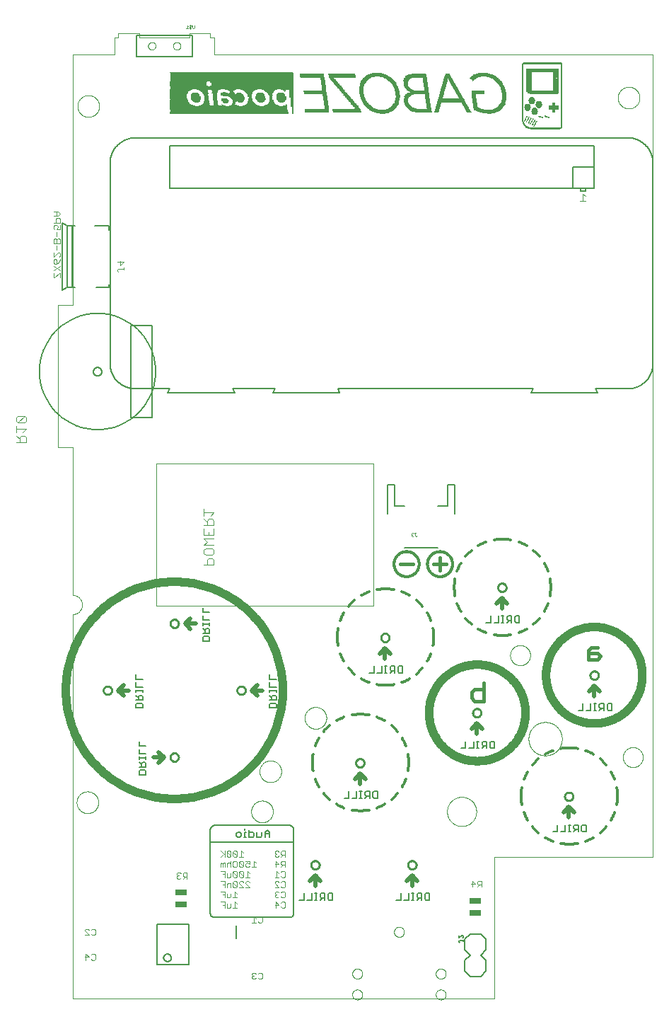
<source format=gbo>
G75*
%MOIN*%
%OFA0B0*%
%FSLAX25Y25*%
%IPPOS*%
%LPD*%
%AMOC8*
5,1,8,0,0,1.08239X$1,22.5*
%
%ADD10C,0.00000*%
%ADD11C,0.00039*%
%ADD12R,0.01575X0.00394*%
%ADD13R,0.00787X0.00394*%
%ADD14R,0.01181X0.00394*%
%ADD15R,0.02756X0.00394*%
%ADD16R,0.01969X0.00394*%
%ADD17R,0.03150X0.00394*%
%ADD18R,0.03543X0.00394*%
%ADD19R,0.03937X0.00394*%
%ADD20R,0.02362X0.00394*%
%ADD21R,0.04331X0.00394*%
%ADD22R,0.00394X0.00394*%
%ADD23R,0.61024X0.00394*%
%ADD24R,0.64173X0.00394*%
%ADD25R,0.66535X0.00394*%
%ADD26R,0.68110X0.00394*%
%ADD27R,0.69685X0.00394*%
%ADD28R,0.05512X0.00394*%
%ADD29R,0.05118X0.00394*%
%ADD30R,0.05906X0.00394*%
%ADD31R,0.04724X0.00394*%
%ADD32R,0.06299X0.00394*%
%ADD33R,0.12598X0.00394*%
%ADD34R,0.11811X0.00394*%
%ADD35R,0.11024X0.00394*%
%ADD36R,0.10236X0.00394*%
%ADD37R,0.09449X0.00394*%
%ADD38R,0.08268X0.00394*%
%ADD39R,0.06693X0.00394*%
%ADD40R,0.68898X0.00394*%
%ADD41R,0.67323X0.00394*%
%ADD42R,0.65748X0.00394*%
%ADD43R,0.63386X0.00394*%
%ADD44R,0.59449X0.00394*%
%ADD45C,0.00300*%
%ADD46C,0.00600*%
%ADD47C,0.04000*%
%ADD48C,0.01500*%
%ADD49C,0.01200*%
%ADD50R,0.14173X0.00157*%
%ADD51R,0.15591X0.00157*%
%ADD52R,0.16220X0.00157*%
%ADD53R,0.16693X0.00157*%
%ADD54R,0.17008X0.00157*%
%ADD55R,0.00787X0.00157*%
%ADD56R,0.01575X0.00157*%
%ADD57R,0.01260X0.00157*%
%ADD58R,0.00157X0.00157*%
%ADD59R,0.01102X0.00157*%
%ADD60R,0.00315X0.00157*%
%ADD61R,0.00945X0.00157*%
%ADD62R,0.00472X0.00157*%
%ADD63R,0.00630X0.00157*%
%ADD64R,0.01417X0.00157*%
%ADD65R,0.01732X0.00157*%
%ADD66R,0.02047X0.00157*%
%ADD67R,0.02362X0.00157*%
%ADD68R,0.02205X0.00157*%
%ADD69R,0.55748X0.00157*%
%ADD70R,0.02677X0.00157*%
%ADD71R,0.04409X0.00157*%
%ADD72R,0.05984X0.00157*%
%ADD73R,0.05669X0.00157*%
%ADD74R,0.02992X0.00157*%
%ADD75R,0.06929X0.00157*%
%ADD76R,0.06457X0.00157*%
%ADD77R,0.13071X0.00157*%
%ADD78R,0.11654X0.00157*%
%ADD79R,0.07874X0.00157*%
%ADD80R,0.07717X0.00157*%
%ADD81R,0.07402X0.00157*%
%ADD82R,0.13228X0.00157*%
%ADD83R,0.08661X0.00157*%
%ADD84R,0.08346X0.00157*%
%ADD85R,0.08031X0.00157*%
%ADD86R,0.55591X0.00157*%
%ADD87R,0.03307X0.00157*%
%ADD88R,0.09606X0.00157*%
%ADD89R,0.08819X0.00157*%
%ADD90R,0.10236X0.00157*%
%ADD91R,0.09291X0.00157*%
%ADD92R,0.09449X0.00157*%
%ADD93R,0.10866X0.00157*%
%ADD94R,0.10079X0.00157*%
%ADD95R,0.11496X0.00157*%
%ADD96R,0.11339X0.00157*%
%ADD97R,0.09764X0.00157*%
%ADD98R,0.10394X0.00157*%
%ADD99R,0.12126X0.00157*%
%ADD100R,0.11024X0.00157*%
%ADD101R,0.04567X0.00157*%
%ADD102R,0.05354X0.00157*%
%ADD103R,0.03937X0.00157*%
%ADD104R,0.04724X0.00157*%
%ADD105R,0.10551X0.00157*%
%ADD106R,0.03780X0.00157*%
%ADD107R,0.55433X0.00157*%
%ADD108R,0.03622X0.00157*%
%ADD109R,0.04094X0.00157*%
%ADD110R,0.10709X0.00157*%
%ADD111R,0.03465X0.00157*%
%ADD112R,0.01890X0.00157*%
%ADD113R,0.03150X0.00157*%
%ADD114R,0.02835X0.00157*%
%ADD115R,0.55276X0.00157*%
%ADD116R,0.02520X0.00157*%
%ADD117R,0.12598X0.00157*%
%ADD118R,0.11811X0.00157*%
%ADD119R,0.11181X0.00157*%
%ADD120R,0.06142X0.00157*%
%ADD121R,0.05039X0.00157*%
%ADD122R,0.04252X0.00157*%
%ADD123R,0.09921X0.00157*%
%ADD124R,0.09134X0.00157*%
%ADD125R,0.13386X0.00157*%
%ADD126R,0.08976X0.00157*%
%ADD127R,0.12913X0.00157*%
%ADD128R,0.05197X0.00157*%
%ADD129R,0.08504X0.00157*%
%ADD130R,0.12756X0.00157*%
%ADD131R,0.12441X0.00157*%
%ADD132R,0.05512X0.00157*%
%ADD133R,0.08189X0.00157*%
%ADD134R,0.12283X0.00157*%
%ADD135R,0.05827X0.00157*%
%ADD136R,0.06299X0.00157*%
%ADD137R,0.06614X0.00157*%
%ADD138R,0.06772X0.00157*%
%ADD139R,0.07087X0.00157*%
%ADD140R,0.07559X0.00157*%
%ADD141R,0.13543X0.00157*%
%ADD142R,0.14016X0.00157*%
%ADD143R,0.14331X0.00157*%
%ADD144R,0.14488X0.00157*%
%ADD145R,0.14646X0.00157*%
%ADD146R,0.14803X0.00157*%
%ADD147R,0.14961X0.00157*%
%ADD148R,0.15118X0.00157*%
%ADD149R,0.04882X0.00157*%
%ADD150R,0.58268X0.00157*%
%ADD151R,0.39213X0.00157*%
%ADD152R,0.17953X0.00157*%
%ADD153R,0.39055X0.00157*%
%ADD154R,0.17638X0.00157*%
%ADD155R,0.38898X0.00157*%
%ADD156R,0.17480X0.00157*%
%ADD157R,0.38740X0.00157*%
%ADD158R,0.17323X0.00157*%
%ADD159R,0.17165X0.00157*%
%ADD160R,0.39528X0.00157*%
%ADD161R,0.58110X0.00157*%
%ADD162R,0.15276X0.00157*%
%ADD163R,0.18740X0.00157*%
%ADD164R,0.18425X0.00157*%
%ADD165C,0.01600*%
%ADD166C,0.00500*%
%ADD167C,0.00400*%
%ADD168C,0.00394*%
%ADD169C,0.01000*%
%ADD170C,0.00800*%
%ADD171C,0.02000*%
%ADD172C,0.00100*%
%ADD173R,0.05512X0.02559*%
D10*
X0029320Y0017142D02*
X0029320Y0198244D01*
X0029453Y0198246D01*
X0029586Y0198252D01*
X0029718Y0198262D01*
X0029851Y0198275D01*
X0029982Y0198293D01*
X0030114Y0198314D01*
X0030244Y0198339D01*
X0030374Y0198368D01*
X0030503Y0198401D01*
X0030630Y0198438D01*
X0030757Y0198478D01*
X0030883Y0198522D01*
X0031007Y0198570D01*
X0031129Y0198621D01*
X0031250Y0198676D01*
X0031370Y0198735D01*
X0031487Y0198796D01*
X0031603Y0198862D01*
X0031717Y0198930D01*
X0031829Y0199002D01*
X0031938Y0199078D01*
X0032046Y0199156D01*
X0032151Y0199238D01*
X0032253Y0199322D01*
X0032353Y0199410D01*
X0032451Y0199500D01*
X0032545Y0199594D01*
X0032637Y0199690D01*
X0032726Y0199789D01*
X0032812Y0199890D01*
X0032895Y0199994D01*
X0032975Y0200100D01*
X0033052Y0200208D01*
X0033126Y0200319D01*
X0033196Y0200432D01*
X0033263Y0200546D01*
X0033327Y0200663D01*
X0033387Y0200782D01*
X0033444Y0200902D01*
X0033497Y0201024D01*
X0033546Y0201147D01*
X0033592Y0201272D01*
X0033635Y0201398D01*
X0033673Y0201525D01*
X0033708Y0201654D01*
X0033739Y0201783D01*
X0033766Y0201913D01*
X0033789Y0202044D01*
X0033809Y0202175D01*
X0033824Y0202308D01*
X0033836Y0202440D01*
X0033844Y0202573D01*
X0033848Y0202706D01*
X0033848Y0202838D01*
X0033844Y0202971D01*
X0033836Y0203104D01*
X0033824Y0203236D01*
X0033809Y0203369D01*
X0033789Y0203500D01*
X0033766Y0203631D01*
X0033739Y0203761D01*
X0033708Y0203890D01*
X0033673Y0204019D01*
X0033635Y0204146D01*
X0033592Y0204272D01*
X0033546Y0204397D01*
X0033497Y0204520D01*
X0033444Y0204642D01*
X0033387Y0204762D01*
X0033327Y0204881D01*
X0033263Y0204998D01*
X0033196Y0205112D01*
X0033126Y0205225D01*
X0033052Y0205336D01*
X0032975Y0205444D01*
X0032895Y0205550D01*
X0032812Y0205654D01*
X0032726Y0205755D01*
X0032637Y0205854D01*
X0032545Y0205950D01*
X0032451Y0206044D01*
X0032353Y0206134D01*
X0032253Y0206222D01*
X0032151Y0206306D01*
X0032046Y0206388D01*
X0031938Y0206466D01*
X0031829Y0206542D01*
X0031717Y0206614D01*
X0031603Y0206682D01*
X0031487Y0206748D01*
X0031370Y0206809D01*
X0031250Y0206868D01*
X0031129Y0206923D01*
X0031007Y0206974D01*
X0030883Y0207022D01*
X0030757Y0207066D01*
X0030630Y0207106D01*
X0030503Y0207143D01*
X0030374Y0207176D01*
X0030244Y0207205D01*
X0030114Y0207230D01*
X0029982Y0207251D01*
X0029851Y0207269D01*
X0029718Y0207282D01*
X0029586Y0207292D01*
X0029453Y0207298D01*
X0029320Y0207300D01*
X0029320Y0207299D02*
X0029320Y0276984D01*
X0022430Y0276984D01*
X0022430Y0343913D01*
X0029320Y0343913D01*
X0029320Y0462024D01*
X0049005Y0462024D01*
X0049005Y0469898D01*
X0050974Y0469898D01*
X0050974Y0471866D01*
X0060816Y0471866D01*
X0060816Y0469898D01*
X0084438Y0469898D01*
X0084438Y0471866D01*
X0094281Y0471866D01*
X0094281Y0469898D01*
X0096249Y0469898D01*
X0096249Y0462024D01*
X0302942Y0462024D01*
X0302942Y0083874D01*
X0228139Y0083874D01*
X0228139Y0017142D01*
X0029320Y0017142D01*
X0075383Y0130921D02*
X0075385Y0131009D01*
X0075391Y0131097D01*
X0075401Y0131185D01*
X0075415Y0131273D01*
X0075432Y0131359D01*
X0075454Y0131445D01*
X0075479Y0131529D01*
X0075509Y0131613D01*
X0075541Y0131695D01*
X0075578Y0131775D01*
X0075618Y0131854D01*
X0075662Y0131931D01*
X0075709Y0132006D01*
X0075759Y0132078D01*
X0075813Y0132149D01*
X0075869Y0132216D01*
X0075929Y0132282D01*
X0075991Y0132344D01*
X0076057Y0132404D01*
X0076124Y0132460D01*
X0076195Y0132514D01*
X0076267Y0132564D01*
X0076342Y0132611D01*
X0076419Y0132655D01*
X0076498Y0132695D01*
X0076578Y0132732D01*
X0076660Y0132764D01*
X0076744Y0132794D01*
X0076828Y0132819D01*
X0076914Y0132841D01*
X0077000Y0132858D01*
X0077088Y0132872D01*
X0077176Y0132882D01*
X0077264Y0132888D01*
X0077352Y0132890D01*
X0077440Y0132888D01*
X0077528Y0132882D01*
X0077616Y0132872D01*
X0077704Y0132858D01*
X0077790Y0132841D01*
X0077876Y0132819D01*
X0077960Y0132794D01*
X0078044Y0132764D01*
X0078126Y0132732D01*
X0078206Y0132695D01*
X0078285Y0132655D01*
X0078362Y0132611D01*
X0078437Y0132564D01*
X0078509Y0132514D01*
X0078580Y0132460D01*
X0078647Y0132404D01*
X0078713Y0132344D01*
X0078775Y0132282D01*
X0078835Y0132216D01*
X0078891Y0132149D01*
X0078945Y0132078D01*
X0078995Y0132006D01*
X0079042Y0131931D01*
X0079086Y0131854D01*
X0079126Y0131775D01*
X0079163Y0131695D01*
X0079195Y0131613D01*
X0079225Y0131529D01*
X0079250Y0131445D01*
X0079272Y0131359D01*
X0079289Y0131273D01*
X0079303Y0131185D01*
X0079313Y0131097D01*
X0079319Y0131009D01*
X0079321Y0130921D01*
X0079319Y0130833D01*
X0079313Y0130745D01*
X0079303Y0130657D01*
X0079289Y0130569D01*
X0079272Y0130483D01*
X0079250Y0130397D01*
X0079225Y0130313D01*
X0079195Y0130229D01*
X0079163Y0130147D01*
X0079126Y0130067D01*
X0079086Y0129988D01*
X0079042Y0129911D01*
X0078995Y0129836D01*
X0078945Y0129764D01*
X0078891Y0129693D01*
X0078835Y0129626D01*
X0078775Y0129560D01*
X0078713Y0129498D01*
X0078647Y0129438D01*
X0078580Y0129382D01*
X0078509Y0129328D01*
X0078437Y0129278D01*
X0078362Y0129231D01*
X0078285Y0129187D01*
X0078206Y0129147D01*
X0078126Y0129110D01*
X0078044Y0129078D01*
X0077960Y0129048D01*
X0077876Y0129023D01*
X0077790Y0129001D01*
X0077704Y0128984D01*
X0077616Y0128970D01*
X0077528Y0128960D01*
X0077440Y0128954D01*
X0077352Y0128952D01*
X0077264Y0128954D01*
X0077176Y0128960D01*
X0077088Y0128970D01*
X0077000Y0128984D01*
X0076914Y0129001D01*
X0076828Y0129023D01*
X0076744Y0129048D01*
X0076660Y0129078D01*
X0076578Y0129110D01*
X0076498Y0129147D01*
X0076419Y0129187D01*
X0076342Y0129231D01*
X0076267Y0129278D01*
X0076195Y0129328D01*
X0076124Y0129382D01*
X0076057Y0129438D01*
X0075991Y0129498D01*
X0075929Y0129560D01*
X0075869Y0129626D01*
X0075813Y0129693D01*
X0075759Y0129764D01*
X0075709Y0129836D01*
X0075662Y0129911D01*
X0075618Y0129988D01*
X0075578Y0130067D01*
X0075541Y0130147D01*
X0075509Y0130229D01*
X0075479Y0130313D01*
X0075454Y0130397D01*
X0075432Y0130483D01*
X0075415Y0130569D01*
X0075401Y0130657D01*
X0075391Y0130745D01*
X0075385Y0130833D01*
X0075383Y0130921D01*
X0043887Y0162417D02*
X0043889Y0162505D01*
X0043895Y0162593D01*
X0043905Y0162681D01*
X0043919Y0162769D01*
X0043936Y0162855D01*
X0043958Y0162941D01*
X0043983Y0163025D01*
X0044013Y0163109D01*
X0044045Y0163191D01*
X0044082Y0163271D01*
X0044122Y0163350D01*
X0044166Y0163427D01*
X0044213Y0163502D01*
X0044263Y0163574D01*
X0044317Y0163645D01*
X0044373Y0163712D01*
X0044433Y0163778D01*
X0044495Y0163840D01*
X0044561Y0163900D01*
X0044628Y0163956D01*
X0044699Y0164010D01*
X0044771Y0164060D01*
X0044846Y0164107D01*
X0044923Y0164151D01*
X0045002Y0164191D01*
X0045082Y0164228D01*
X0045164Y0164260D01*
X0045248Y0164290D01*
X0045332Y0164315D01*
X0045418Y0164337D01*
X0045504Y0164354D01*
X0045592Y0164368D01*
X0045680Y0164378D01*
X0045768Y0164384D01*
X0045856Y0164386D01*
X0045944Y0164384D01*
X0046032Y0164378D01*
X0046120Y0164368D01*
X0046208Y0164354D01*
X0046294Y0164337D01*
X0046380Y0164315D01*
X0046464Y0164290D01*
X0046548Y0164260D01*
X0046630Y0164228D01*
X0046710Y0164191D01*
X0046789Y0164151D01*
X0046866Y0164107D01*
X0046941Y0164060D01*
X0047013Y0164010D01*
X0047084Y0163956D01*
X0047151Y0163900D01*
X0047217Y0163840D01*
X0047279Y0163778D01*
X0047339Y0163712D01*
X0047395Y0163645D01*
X0047449Y0163574D01*
X0047499Y0163502D01*
X0047546Y0163427D01*
X0047590Y0163350D01*
X0047630Y0163271D01*
X0047667Y0163191D01*
X0047699Y0163109D01*
X0047729Y0163025D01*
X0047754Y0162941D01*
X0047776Y0162855D01*
X0047793Y0162769D01*
X0047807Y0162681D01*
X0047817Y0162593D01*
X0047823Y0162505D01*
X0047825Y0162417D01*
X0047823Y0162329D01*
X0047817Y0162241D01*
X0047807Y0162153D01*
X0047793Y0162065D01*
X0047776Y0161979D01*
X0047754Y0161893D01*
X0047729Y0161809D01*
X0047699Y0161725D01*
X0047667Y0161643D01*
X0047630Y0161563D01*
X0047590Y0161484D01*
X0047546Y0161407D01*
X0047499Y0161332D01*
X0047449Y0161260D01*
X0047395Y0161189D01*
X0047339Y0161122D01*
X0047279Y0161056D01*
X0047217Y0160994D01*
X0047151Y0160934D01*
X0047084Y0160878D01*
X0047013Y0160824D01*
X0046941Y0160774D01*
X0046866Y0160727D01*
X0046789Y0160683D01*
X0046710Y0160643D01*
X0046630Y0160606D01*
X0046548Y0160574D01*
X0046464Y0160544D01*
X0046380Y0160519D01*
X0046294Y0160497D01*
X0046208Y0160480D01*
X0046120Y0160466D01*
X0046032Y0160456D01*
X0045944Y0160450D01*
X0045856Y0160448D01*
X0045768Y0160450D01*
X0045680Y0160456D01*
X0045592Y0160466D01*
X0045504Y0160480D01*
X0045418Y0160497D01*
X0045332Y0160519D01*
X0045248Y0160544D01*
X0045164Y0160574D01*
X0045082Y0160606D01*
X0045002Y0160643D01*
X0044923Y0160683D01*
X0044846Y0160727D01*
X0044771Y0160774D01*
X0044699Y0160824D01*
X0044628Y0160878D01*
X0044561Y0160934D01*
X0044495Y0160994D01*
X0044433Y0161056D01*
X0044373Y0161122D01*
X0044317Y0161189D01*
X0044263Y0161260D01*
X0044213Y0161332D01*
X0044166Y0161407D01*
X0044122Y0161484D01*
X0044082Y0161563D01*
X0044045Y0161643D01*
X0044013Y0161725D01*
X0043983Y0161809D01*
X0043958Y0161893D01*
X0043936Y0161979D01*
X0043919Y0162065D01*
X0043905Y0162153D01*
X0043895Y0162241D01*
X0043889Y0162329D01*
X0043887Y0162417D01*
X0075383Y0193913D02*
X0075385Y0194001D01*
X0075391Y0194089D01*
X0075401Y0194177D01*
X0075415Y0194265D01*
X0075432Y0194351D01*
X0075454Y0194437D01*
X0075479Y0194521D01*
X0075509Y0194605D01*
X0075541Y0194687D01*
X0075578Y0194767D01*
X0075618Y0194846D01*
X0075662Y0194923D01*
X0075709Y0194998D01*
X0075759Y0195070D01*
X0075813Y0195141D01*
X0075869Y0195208D01*
X0075929Y0195274D01*
X0075991Y0195336D01*
X0076057Y0195396D01*
X0076124Y0195452D01*
X0076195Y0195506D01*
X0076267Y0195556D01*
X0076342Y0195603D01*
X0076419Y0195647D01*
X0076498Y0195687D01*
X0076578Y0195724D01*
X0076660Y0195756D01*
X0076744Y0195786D01*
X0076828Y0195811D01*
X0076914Y0195833D01*
X0077000Y0195850D01*
X0077088Y0195864D01*
X0077176Y0195874D01*
X0077264Y0195880D01*
X0077352Y0195882D01*
X0077440Y0195880D01*
X0077528Y0195874D01*
X0077616Y0195864D01*
X0077704Y0195850D01*
X0077790Y0195833D01*
X0077876Y0195811D01*
X0077960Y0195786D01*
X0078044Y0195756D01*
X0078126Y0195724D01*
X0078206Y0195687D01*
X0078285Y0195647D01*
X0078362Y0195603D01*
X0078437Y0195556D01*
X0078509Y0195506D01*
X0078580Y0195452D01*
X0078647Y0195396D01*
X0078713Y0195336D01*
X0078775Y0195274D01*
X0078835Y0195208D01*
X0078891Y0195141D01*
X0078945Y0195070D01*
X0078995Y0194998D01*
X0079042Y0194923D01*
X0079086Y0194846D01*
X0079126Y0194767D01*
X0079163Y0194687D01*
X0079195Y0194605D01*
X0079225Y0194521D01*
X0079250Y0194437D01*
X0079272Y0194351D01*
X0079289Y0194265D01*
X0079303Y0194177D01*
X0079313Y0194089D01*
X0079319Y0194001D01*
X0079321Y0193913D01*
X0079319Y0193825D01*
X0079313Y0193737D01*
X0079303Y0193649D01*
X0079289Y0193561D01*
X0079272Y0193475D01*
X0079250Y0193389D01*
X0079225Y0193305D01*
X0079195Y0193221D01*
X0079163Y0193139D01*
X0079126Y0193059D01*
X0079086Y0192980D01*
X0079042Y0192903D01*
X0078995Y0192828D01*
X0078945Y0192756D01*
X0078891Y0192685D01*
X0078835Y0192618D01*
X0078775Y0192552D01*
X0078713Y0192490D01*
X0078647Y0192430D01*
X0078580Y0192374D01*
X0078509Y0192320D01*
X0078437Y0192270D01*
X0078362Y0192223D01*
X0078285Y0192179D01*
X0078206Y0192139D01*
X0078126Y0192102D01*
X0078044Y0192070D01*
X0077960Y0192040D01*
X0077876Y0192015D01*
X0077790Y0191993D01*
X0077704Y0191976D01*
X0077616Y0191962D01*
X0077528Y0191952D01*
X0077440Y0191946D01*
X0077352Y0191944D01*
X0077264Y0191946D01*
X0077176Y0191952D01*
X0077088Y0191962D01*
X0077000Y0191976D01*
X0076914Y0191993D01*
X0076828Y0192015D01*
X0076744Y0192040D01*
X0076660Y0192070D01*
X0076578Y0192102D01*
X0076498Y0192139D01*
X0076419Y0192179D01*
X0076342Y0192223D01*
X0076267Y0192270D01*
X0076195Y0192320D01*
X0076124Y0192374D01*
X0076057Y0192430D01*
X0075991Y0192490D01*
X0075929Y0192552D01*
X0075869Y0192618D01*
X0075813Y0192685D01*
X0075759Y0192756D01*
X0075709Y0192828D01*
X0075662Y0192903D01*
X0075618Y0192980D01*
X0075578Y0193059D01*
X0075541Y0193139D01*
X0075509Y0193221D01*
X0075479Y0193305D01*
X0075454Y0193389D01*
X0075432Y0193475D01*
X0075415Y0193561D01*
X0075401Y0193649D01*
X0075391Y0193737D01*
X0075385Y0193825D01*
X0075383Y0193913D01*
X0106879Y0162417D02*
X0106881Y0162505D01*
X0106887Y0162593D01*
X0106897Y0162681D01*
X0106911Y0162769D01*
X0106928Y0162855D01*
X0106950Y0162941D01*
X0106975Y0163025D01*
X0107005Y0163109D01*
X0107037Y0163191D01*
X0107074Y0163271D01*
X0107114Y0163350D01*
X0107158Y0163427D01*
X0107205Y0163502D01*
X0107255Y0163574D01*
X0107309Y0163645D01*
X0107365Y0163712D01*
X0107425Y0163778D01*
X0107487Y0163840D01*
X0107553Y0163900D01*
X0107620Y0163956D01*
X0107691Y0164010D01*
X0107763Y0164060D01*
X0107838Y0164107D01*
X0107915Y0164151D01*
X0107994Y0164191D01*
X0108074Y0164228D01*
X0108156Y0164260D01*
X0108240Y0164290D01*
X0108324Y0164315D01*
X0108410Y0164337D01*
X0108496Y0164354D01*
X0108584Y0164368D01*
X0108672Y0164378D01*
X0108760Y0164384D01*
X0108848Y0164386D01*
X0108936Y0164384D01*
X0109024Y0164378D01*
X0109112Y0164368D01*
X0109200Y0164354D01*
X0109286Y0164337D01*
X0109372Y0164315D01*
X0109456Y0164290D01*
X0109540Y0164260D01*
X0109622Y0164228D01*
X0109702Y0164191D01*
X0109781Y0164151D01*
X0109858Y0164107D01*
X0109933Y0164060D01*
X0110005Y0164010D01*
X0110076Y0163956D01*
X0110143Y0163900D01*
X0110209Y0163840D01*
X0110271Y0163778D01*
X0110331Y0163712D01*
X0110387Y0163645D01*
X0110441Y0163574D01*
X0110491Y0163502D01*
X0110538Y0163427D01*
X0110582Y0163350D01*
X0110622Y0163271D01*
X0110659Y0163191D01*
X0110691Y0163109D01*
X0110721Y0163025D01*
X0110746Y0162941D01*
X0110768Y0162855D01*
X0110785Y0162769D01*
X0110799Y0162681D01*
X0110809Y0162593D01*
X0110815Y0162505D01*
X0110817Y0162417D01*
X0110815Y0162329D01*
X0110809Y0162241D01*
X0110799Y0162153D01*
X0110785Y0162065D01*
X0110768Y0161979D01*
X0110746Y0161893D01*
X0110721Y0161809D01*
X0110691Y0161725D01*
X0110659Y0161643D01*
X0110622Y0161563D01*
X0110582Y0161484D01*
X0110538Y0161407D01*
X0110491Y0161332D01*
X0110441Y0161260D01*
X0110387Y0161189D01*
X0110331Y0161122D01*
X0110271Y0161056D01*
X0110209Y0160994D01*
X0110143Y0160934D01*
X0110076Y0160878D01*
X0110005Y0160824D01*
X0109933Y0160774D01*
X0109858Y0160727D01*
X0109781Y0160683D01*
X0109702Y0160643D01*
X0109622Y0160606D01*
X0109540Y0160574D01*
X0109456Y0160544D01*
X0109372Y0160519D01*
X0109286Y0160497D01*
X0109200Y0160480D01*
X0109112Y0160466D01*
X0109024Y0160456D01*
X0108936Y0160450D01*
X0108848Y0160448D01*
X0108760Y0160450D01*
X0108672Y0160456D01*
X0108584Y0160466D01*
X0108496Y0160480D01*
X0108410Y0160497D01*
X0108324Y0160519D01*
X0108240Y0160544D01*
X0108156Y0160574D01*
X0108074Y0160606D01*
X0107994Y0160643D01*
X0107915Y0160683D01*
X0107838Y0160727D01*
X0107763Y0160774D01*
X0107691Y0160824D01*
X0107620Y0160878D01*
X0107553Y0160934D01*
X0107487Y0160994D01*
X0107425Y0161056D01*
X0107365Y0161122D01*
X0107309Y0161189D01*
X0107255Y0161260D01*
X0107205Y0161332D01*
X0107158Y0161407D01*
X0107114Y0161484D01*
X0107074Y0161563D01*
X0107037Y0161643D01*
X0107005Y0161725D01*
X0106975Y0161809D01*
X0106950Y0161893D01*
X0106928Y0161979D01*
X0106911Y0162065D01*
X0106897Y0162153D01*
X0106887Y0162241D01*
X0106881Y0162329D01*
X0106879Y0162417D01*
X0141741Y0080173D02*
X0141743Y0080261D01*
X0141749Y0080349D01*
X0141759Y0080437D01*
X0141773Y0080525D01*
X0141790Y0080611D01*
X0141812Y0080697D01*
X0141837Y0080781D01*
X0141867Y0080865D01*
X0141899Y0080947D01*
X0141936Y0081027D01*
X0141976Y0081106D01*
X0142020Y0081183D01*
X0142067Y0081258D01*
X0142117Y0081330D01*
X0142171Y0081401D01*
X0142227Y0081468D01*
X0142287Y0081534D01*
X0142349Y0081596D01*
X0142415Y0081656D01*
X0142482Y0081712D01*
X0142553Y0081766D01*
X0142625Y0081816D01*
X0142700Y0081863D01*
X0142777Y0081907D01*
X0142856Y0081947D01*
X0142936Y0081984D01*
X0143018Y0082016D01*
X0143102Y0082046D01*
X0143186Y0082071D01*
X0143272Y0082093D01*
X0143358Y0082110D01*
X0143446Y0082124D01*
X0143534Y0082134D01*
X0143622Y0082140D01*
X0143710Y0082142D01*
X0143798Y0082140D01*
X0143886Y0082134D01*
X0143974Y0082124D01*
X0144062Y0082110D01*
X0144148Y0082093D01*
X0144234Y0082071D01*
X0144318Y0082046D01*
X0144402Y0082016D01*
X0144484Y0081984D01*
X0144564Y0081947D01*
X0144643Y0081907D01*
X0144720Y0081863D01*
X0144795Y0081816D01*
X0144867Y0081766D01*
X0144938Y0081712D01*
X0145005Y0081656D01*
X0145071Y0081596D01*
X0145133Y0081534D01*
X0145193Y0081468D01*
X0145249Y0081401D01*
X0145303Y0081330D01*
X0145353Y0081258D01*
X0145400Y0081183D01*
X0145444Y0081106D01*
X0145484Y0081027D01*
X0145521Y0080947D01*
X0145553Y0080865D01*
X0145583Y0080781D01*
X0145608Y0080697D01*
X0145630Y0080611D01*
X0145647Y0080525D01*
X0145661Y0080437D01*
X0145671Y0080349D01*
X0145677Y0080261D01*
X0145679Y0080173D01*
X0145677Y0080085D01*
X0145671Y0079997D01*
X0145661Y0079909D01*
X0145647Y0079821D01*
X0145630Y0079735D01*
X0145608Y0079649D01*
X0145583Y0079565D01*
X0145553Y0079481D01*
X0145521Y0079399D01*
X0145484Y0079319D01*
X0145444Y0079240D01*
X0145400Y0079163D01*
X0145353Y0079088D01*
X0145303Y0079016D01*
X0145249Y0078945D01*
X0145193Y0078878D01*
X0145133Y0078812D01*
X0145071Y0078750D01*
X0145005Y0078690D01*
X0144938Y0078634D01*
X0144867Y0078580D01*
X0144795Y0078530D01*
X0144720Y0078483D01*
X0144643Y0078439D01*
X0144564Y0078399D01*
X0144484Y0078362D01*
X0144402Y0078330D01*
X0144318Y0078300D01*
X0144234Y0078275D01*
X0144148Y0078253D01*
X0144062Y0078236D01*
X0143974Y0078222D01*
X0143886Y0078212D01*
X0143798Y0078206D01*
X0143710Y0078204D01*
X0143622Y0078206D01*
X0143534Y0078212D01*
X0143446Y0078222D01*
X0143358Y0078236D01*
X0143272Y0078253D01*
X0143186Y0078275D01*
X0143102Y0078300D01*
X0143018Y0078330D01*
X0142936Y0078362D01*
X0142856Y0078399D01*
X0142777Y0078439D01*
X0142700Y0078483D01*
X0142625Y0078530D01*
X0142553Y0078580D01*
X0142482Y0078634D01*
X0142415Y0078690D01*
X0142349Y0078750D01*
X0142287Y0078812D01*
X0142227Y0078878D01*
X0142171Y0078945D01*
X0142117Y0079016D01*
X0142067Y0079088D01*
X0142020Y0079163D01*
X0141976Y0079240D01*
X0141936Y0079319D01*
X0141899Y0079399D01*
X0141867Y0079481D01*
X0141837Y0079565D01*
X0141812Y0079649D01*
X0141790Y0079735D01*
X0141773Y0079821D01*
X0141759Y0079909D01*
X0141749Y0079997D01*
X0141743Y0080085D01*
X0141741Y0080173D01*
X0162863Y0128205D02*
X0162865Y0128293D01*
X0162871Y0128381D01*
X0162881Y0128469D01*
X0162895Y0128557D01*
X0162912Y0128643D01*
X0162934Y0128729D01*
X0162959Y0128813D01*
X0162989Y0128897D01*
X0163021Y0128979D01*
X0163058Y0129059D01*
X0163098Y0129138D01*
X0163142Y0129215D01*
X0163189Y0129290D01*
X0163239Y0129362D01*
X0163293Y0129433D01*
X0163349Y0129500D01*
X0163409Y0129566D01*
X0163471Y0129628D01*
X0163537Y0129688D01*
X0163604Y0129744D01*
X0163675Y0129798D01*
X0163747Y0129848D01*
X0163822Y0129895D01*
X0163899Y0129939D01*
X0163978Y0129979D01*
X0164058Y0130016D01*
X0164140Y0130048D01*
X0164224Y0130078D01*
X0164308Y0130103D01*
X0164394Y0130125D01*
X0164480Y0130142D01*
X0164568Y0130156D01*
X0164656Y0130166D01*
X0164744Y0130172D01*
X0164832Y0130174D01*
X0164920Y0130172D01*
X0165008Y0130166D01*
X0165096Y0130156D01*
X0165184Y0130142D01*
X0165270Y0130125D01*
X0165356Y0130103D01*
X0165440Y0130078D01*
X0165524Y0130048D01*
X0165606Y0130016D01*
X0165686Y0129979D01*
X0165765Y0129939D01*
X0165842Y0129895D01*
X0165917Y0129848D01*
X0165989Y0129798D01*
X0166060Y0129744D01*
X0166127Y0129688D01*
X0166193Y0129628D01*
X0166255Y0129566D01*
X0166315Y0129500D01*
X0166371Y0129433D01*
X0166425Y0129362D01*
X0166475Y0129290D01*
X0166522Y0129215D01*
X0166566Y0129138D01*
X0166606Y0129059D01*
X0166643Y0128979D01*
X0166675Y0128897D01*
X0166705Y0128813D01*
X0166730Y0128729D01*
X0166752Y0128643D01*
X0166769Y0128557D01*
X0166783Y0128469D01*
X0166793Y0128381D01*
X0166799Y0128293D01*
X0166801Y0128205D01*
X0166799Y0128117D01*
X0166793Y0128029D01*
X0166783Y0127941D01*
X0166769Y0127853D01*
X0166752Y0127767D01*
X0166730Y0127681D01*
X0166705Y0127597D01*
X0166675Y0127513D01*
X0166643Y0127431D01*
X0166606Y0127351D01*
X0166566Y0127272D01*
X0166522Y0127195D01*
X0166475Y0127120D01*
X0166425Y0127048D01*
X0166371Y0126977D01*
X0166315Y0126910D01*
X0166255Y0126844D01*
X0166193Y0126782D01*
X0166127Y0126722D01*
X0166060Y0126666D01*
X0165989Y0126612D01*
X0165917Y0126562D01*
X0165842Y0126515D01*
X0165765Y0126471D01*
X0165686Y0126431D01*
X0165606Y0126394D01*
X0165524Y0126362D01*
X0165440Y0126332D01*
X0165356Y0126307D01*
X0165270Y0126285D01*
X0165184Y0126268D01*
X0165096Y0126254D01*
X0165008Y0126244D01*
X0164920Y0126238D01*
X0164832Y0126236D01*
X0164744Y0126238D01*
X0164656Y0126244D01*
X0164568Y0126254D01*
X0164480Y0126268D01*
X0164394Y0126285D01*
X0164308Y0126307D01*
X0164224Y0126332D01*
X0164140Y0126362D01*
X0164058Y0126394D01*
X0163978Y0126431D01*
X0163899Y0126471D01*
X0163822Y0126515D01*
X0163747Y0126562D01*
X0163675Y0126612D01*
X0163604Y0126666D01*
X0163537Y0126722D01*
X0163471Y0126782D01*
X0163409Y0126844D01*
X0163349Y0126910D01*
X0163293Y0126977D01*
X0163239Y0127048D01*
X0163189Y0127120D01*
X0163142Y0127195D01*
X0163098Y0127272D01*
X0163058Y0127351D01*
X0163021Y0127431D01*
X0162989Y0127513D01*
X0162959Y0127597D01*
X0162934Y0127681D01*
X0162912Y0127767D01*
X0162895Y0127853D01*
X0162881Y0127941D01*
X0162871Y0128029D01*
X0162865Y0128117D01*
X0162863Y0128205D01*
X0187410Y0080173D02*
X0187412Y0080261D01*
X0187418Y0080349D01*
X0187428Y0080437D01*
X0187442Y0080525D01*
X0187459Y0080611D01*
X0187481Y0080697D01*
X0187506Y0080781D01*
X0187536Y0080865D01*
X0187568Y0080947D01*
X0187605Y0081027D01*
X0187645Y0081106D01*
X0187689Y0081183D01*
X0187736Y0081258D01*
X0187786Y0081330D01*
X0187840Y0081401D01*
X0187896Y0081468D01*
X0187956Y0081534D01*
X0188018Y0081596D01*
X0188084Y0081656D01*
X0188151Y0081712D01*
X0188222Y0081766D01*
X0188294Y0081816D01*
X0188369Y0081863D01*
X0188446Y0081907D01*
X0188525Y0081947D01*
X0188605Y0081984D01*
X0188687Y0082016D01*
X0188771Y0082046D01*
X0188855Y0082071D01*
X0188941Y0082093D01*
X0189027Y0082110D01*
X0189115Y0082124D01*
X0189203Y0082134D01*
X0189291Y0082140D01*
X0189379Y0082142D01*
X0189467Y0082140D01*
X0189555Y0082134D01*
X0189643Y0082124D01*
X0189731Y0082110D01*
X0189817Y0082093D01*
X0189903Y0082071D01*
X0189987Y0082046D01*
X0190071Y0082016D01*
X0190153Y0081984D01*
X0190233Y0081947D01*
X0190312Y0081907D01*
X0190389Y0081863D01*
X0190464Y0081816D01*
X0190536Y0081766D01*
X0190607Y0081712D01*
X0190674Y0081656D01*
X0190740Y0081596D01*
X0190802Y0081534D01*
X0190862Y0081468D01*
X0190918Y0081401D01*
X0190972Y0081330D01*
X0191022Y0081258D01*
X0191069Y0081183D01*
X0191113Y0081106D01*
X0191153Y0081027D01*
X0191190Y0080947D01*
X0191222Y0080865D01*
X0191252Y0080781D01*
X0191277Y0080697D01*
X0191299Y0080611D01*
X0191316Y0080525D01*
X0191330Y0080437D01*
X0191340Y0080349D01*
X0191346Y0080261D01*
X0191348Y0080173D01*
X0191346Y0080085D01*
X0191340Y0079997D01*
X0191330Y0079909D01*
X0191316Y0079821D01*
X0191299Y0079735D01*
X0191277Y0079649D01*
X0191252Y0079565D01*
X0191222Y0079481D01*
X0191190Y0079399D01*
X0191153Y0079319D01*
X0191113Y0079240D01*
X0191069Y0079163D01*
X0191022Y0079088D01*
X0190972Y0079016D01*
X0190918Y0078945D01*
X0190862Y0078878D01*
X0190802Y0078812D01*
X0190740Y0078750D01*
X0190674Y0078690D01*
X0190607Y0078634D01*
X0190536Y0078580D01*
X0190464Y0078530D01*
X0190389Y0078483D01*
X0190312Y0078439D01*
X0190233Y0078399D01*
X0190153Y0078362D01*
X0190071Y0078330D01*
X0189987Y0078300D01*
X0189903Y0078275D01*
X0189817Y0078253D01*
X0189731Y0078236D01*
X0189643Y0078222D01*
X0189555Y0078212D01*
X0189467Y0078206D01*
X0189379Y0078204D01*
X0189291Y0078206D01*
X0189203Y0078212D01*
X0189115Y0078222D01*
X0189027Y0078236D01*
X0188941Y0078253D01*
X0188855Y0078275D01*
X0188771Y0078300D01*
X0188687Y0078330D01*
X0188605Y0078362D01*
X0188525Y0078399D01*
X0188446Y0078439D01*
X0188369Y0078483D01*
X0188294Y0078530D01*
X0188222Y0078580D01*
X0188151Y0078634D01*
X0188084Y0078690D01*
X0188018Y0078750D01*
X0187956Y0078812D01*
X0187896Y0078878D01*
X0187840Y0078945D01*
X0187786Y0079016D01*
X0187736Y0079088D01*
X0187689Y0079163D01*
X0187645Y0079240D01*
X0187605Y0079319D01*
X0187568Y0079399D01*
X0187536Y0079481D01*
X0187506Y0079565D01*
X0187481Y0079649D01*
X0187459Y0079735D01*
X0187442Y0079821D01*
X0187428Y0079909D01*
X0187418Y0079997D01*
X0187412Y0080085D01*
X0187410Y0080173D01*
X0180895Y0048638D02*
X0180897Y0048735D01*
X0180903Y0048832D01*
X0180913Y0048928D01*
X0180927Y0049024D01*
X0180945Y0049120D01*
X0180966Y0049214D01*
X0180992Y0049308D01*
X0181021Y0049400D01*
X0181055Y0049491D01*
X0181091Y0049581D01*
X0181132Y0049669D01*
X0181176Y0049755D01*
X0181224Y0049840D01*
X0181275Y0049922D01*
X0181329Y0050003D01*
X0181387Y0050081D01*
X0181448Y0050156D01*
X0181511Y0050229D01*
X0181578Y0050300D01*
X0181648Y0050367D01*
X0181720Y0050432D01*
X0181795Y0050493D01*
X0181873Y0050552D01*
X0181952Y0050607D01*
X0182034Y0050659D01*
X0182118Y0050707D01*
X0182204Y0050752D01*
X0182292Y0050794D01*
X0182381Y0050832D01*
X0182472Y0050866D01*
X0182564Y0050896D01*
X0182657Y0050923D01*
X0182752Y0050945D01*
X0182847Y0050964D01*
X0182943Y0050979D01*
X0183039Y0050990D01*
X0183136Y0050997D01*
X0183233Y0051000D01*
X0183330Y0050999D01*
X0183427Y0050994D01*
X0183523Y0050985D01*
X0183619Y0050972D01*
X0183715Y0050955D01*
X0183810Y0050934D01*
X0183903Y0050910D01*
X0183996Y0050881D01*
X0184088Y0050849D01*
X0184178Y0050813D01*
X0184266Y0050774D01*
X0184353Y0050730D01*
X0184438Y0050684D01*
X0184521Y0050633D01*
X0184602Y0050580D01*
X0184680Y0050523D01*
X0184757Y0050463D01*
X0184830Y0050400D01*
X0184901Y0050334D01*
X0184969Y0050265D01*
X0185035Y0050193D01*
X0185097Y0050119D01*
X0185156Y0050042D01*
X0185212Y0049963D01*
X0185265Y0049881D01*
X0185315Y0049798D01*
X0185360Y0049712D01*
X0185403Y0049625D01*
X0185442Y0049536D01*
X0185477Y0049446D01*
X0185508Y0049354D01*
X0185535Y0049261D01*
X0185559Y0049167D01*
X0185579Y0049072D01*
X0185595Y0048976D01*
X0185607Y0048880D01*
X0185615Y0048783D01*
X0185619Y0048686D01*
X0185619Y0048590D01*
X0185615Y0048493D01*
X0185607Y0048396D01*
X0185595Y0048300D01*
X0185579Y0048204D01*
X0185559Y0048109D01*
X0185535Y0048015D01*
X0185508Y0047922D01*
X0185477Y0047830D01*
X0185442Y0047740D01*
X0185403Y0047651D01*
X0185360Y0047564D01*
X0185315Y0047478D01*
X0185265Y0047395D01*
X0185212Y0047313D01*
X0185156Y0047234D01*
X0185097Y0047157D01*
X0185035Y0047083D01*
X0184969Y0047011D01*
X0184901Y0046942D01*
X0184830Y0046876D01*
X0184757Y0046813D01*
X0184680Y0046753D01*
X0184602Y0046696D01*
X0184521Y0046643D01*
X0184438Y0046592D01*
X0184353Y0046546D01*
X0184266Y0046502D01*
X0184178Y0046463D01*
X0184088Y0046427D01*
X0183996Y0046395D01*
X0183903Y0046366D01*
X0183810Y0046342D01*
X0183715Y0046321D01*
X0183619Y0046304D01*
X0183523Y0046291D01*
X0183427Y0046282D01*
X0183330Y0046277D01*
X0183233Y0046276D01*
X0183136Y0046279D01*
X0183039Y0046286D01*
X0182943Y0046297D01*
X0182847Y0046312D01*
X0182752Y0046331D01*
X0182657Y0046353D01*
X0182564Y0046380D01*
X0182472Y0046410D01*
X0182381Y0046444D01*
X0182292Y0046482D01*
X0182204Y0046524D01*
X0182118Y0046569D01*
X0182034Y0046617D01*
X0181952Y0046669D01*
X0181873Y0046724D01*
X0181795Y0046783D01*
X0181720Y0046844D01*
X0181648Y0046909D01*
X0181578Y0046976D01*
X0181511Y0047047D01*
X0181448Y0047120D01*
X0181387Y0047195D01*
X0181329Y0047273D01*
X0181275Y0047354D01*
X0181224Y0047436D01*
X0181176Y0047521D01*
X0181132Y0047607D01*
X0181091Y0047695D01*
X0181055Y0047785D01*
X0181021Y0047876D01*
X0180992Y0047968D01*
X0180966Y0048062D01*
X0180945Y0048156D01*
X0180927Y0048252D01*
X0180913Y0048348D01*
X0180903Y0048444D01*
X0180897Y0048541D01*
X0180895Y0048638D01*
X0161210Y0028953D02*
X0161212Y0029050D01*
X0161218Y0029147D01*
X0161228Y0029243D01*
X0161242Y0029339D01*
X0161260Y0029435D01*
X0161281Y0029529D01*
X0161307Y0029623D01*
X0161336Y0029715D01*
X0161370Y0029806D01*
X0161406Y0029896D01*
X0161447Y0029984D01*
X0161491Y0030070D01*
X0161539Y0030155D01*
X0161590Y0030237D01*
X0161644Y0030318D01*
X0161702Y0030396D01*
X0161763Y0030471D01*
X0161826Y0030544D01*
X0161893Y0030615D01*
X0161963Y0030682D01*
X0162035Y0030747D01*
X0162110Y0030808D01*
X0162188Y0030867D01*
X0162267Y0030922D01*
X0162349Y0030974D01*
X0162433Y0031022D01*
X0162519Y0031067D01*
X0162607Y0031109D01*
X0162696Y0031147D01*
X0162787Y0031181D01*
X0162879Y0031211D01*
X0162972Y0031238D01*
X0163067Y0031260D01*
X0163162Y0031279D01*
X0163258Y0031294D01*
X0163354Y0031305D01*
X0163451Y0031312D01*
X0163548Y0031315D01*
X0163645Y0031314D01*
X0163742Y0031309D01*
X0163838Y0031300D01*
X0163934Y0031287D01*
X0164030Y0031270D01*
X0164125Y0031249D01*
X0164218Y0031225D01*
X0164311Y0031196D01*
X0164403Y0031164D01*
X0164493Y0031128D01*
X0164581Y0031089D01*
X0164668Y0031045D01*
X0164753Y0030999D01*
X0164836Y0030948D01*
X0164917Y0030895D01*
X0164995Y0030838D01*
X0165072Y0030778D01*
X0165145Y0030715D01*
X0165216Y0030649D01*
X0165284Y0030580D01*
X0165350Y0030508D01*
X0165412Y0030434D01*
X0165471Y0030357D01*
X0165527Y0030278D01*
X0165580Y0030196D01*
X0165630Y0030113D01*
X0165675Y0030027D01*
X0165718Y0029940D01*
X0165757Y0029851D01*
X0165792Y0029761D01*
X0165823Y0029669D01*
X0165850Y0029576D01*
X0165874Y0029482D01*
X0165894Y0029387D01*
X0165910Y0029291D01*
X0165922Y0029195D01*
X0165930Y0029098D01*
X0165934Y0029001D01*
X0165934Y0028905D01*
X0165930Y0028808D01*
X0165922Y0028711D01*
X0165910Y0028615D01*
X0165894Y0028519D01*
X0165874Y0028424D01*
X0165850Y0028330D01*
X0165823Y0028237D01*
X0165792Y0028145D01*
X0165757Y0028055D01*
X0165718Y0027966D01*
X0165675Y0027879D01*
X0165630Y0027793D01*
X0165580Y0027710D01*
X0165527Y0027628D01*
X0165471Y0027549D01*
X0165412Y0027472D01*
X0165350Y0027398D01*
X0165284Y0027326D01*
X0165216Y0027257D01*
X0165145Y0027191D01*
X0165072Y0027128D01*
X0164995Y0027068D01*
X0164917Y0027011D01*
X0164836Y0026958D01*
X0164753Y0026907D01*
X0164668Y0026861D01*
X0164581Y0026817D01*
X0164493Y0026778D01*
X0164403Y0026742D01*
X0164311Y0026710D01*
X0164218Y0026681D01*
X0164125Y0026657D01*
X0164030Y0026636D01*
X0163934Y0026619D01*
X0163838Y0026606D01*
X0163742Y0026597D01*
X0163645Y0026592D01*
X0163548Y0026591D01*
X0163451Y0026594D01*
X0163354Y0026601D01*
X0163258Y0026612D01*
X0163162Y0026627D01*
X0163067Y0026646D01*
X0162972Y0026668D01*
X0162879Y0026695D01*
X0162787Y0026725D01*
X0162696Y0026759D01*
X0162607Y0026797D01*
X0162519Y0026839D01*
X0162433Y0026884D01*
X0162349Y0026932D01*
X0162267Y0026984D01*
X0162188Y0027039D01*
X0162110Y0027098D01*
X0162035Y0027159D01*
X0161963Y0027224D01*
X0161893Y0027291D01*
X0161826Y0027362D01*
X0161763Y0027435D01*
X0161702Y0027510D01*
X0161644Y0027588D01*
X0161590Y0027669D01*
X0161539Y0027751D01*
X0161491Y0027836D01*
X0161447Y0027922D01*
X0161406Y0028010D01*
X0161370Y0028100D01*
X0161336Y0028191D01*
X0161307Y0028283D01*
X0161281Y0028377D01*
X0161260Y0028471D01*
X0161242Y0028567D01*
X0161228Y0028663D01*
X0161218Y0028759D01*
X0161212Y0028856D01*
X0161210Y0028953D01*
X0161210Y0019110D02*
X0161212Y0019207D01*
X0161218Y0019304D01*
X0161228Y0019400D01*
X0161242Y0019496D01*
X0161260Y0019592D01*
X0161281Y0019686D01*
X0161307Y0019780D01*
X0161336Y0019872D01*
X0161370Y0019963D01*
X0161406Y0020053D01*
X0161447Y0020141D01*
X0161491Y0020227D01*
X0161539Y0020312D01*
X0161590Y0020394D01*
X0161644Y0020475D01*
X0161702Y0020553D01*
X0161763Y0020628D01*
X0161826Y0020701D01*
X0161893Y0020772D01*
X0161963Y0020839D01*
X0162035Y0020904D01*
X0162110Y0020965D01*
X0162188Y0021024D01*
X0162267Y0021079D01*
X0162349Y0021131D01*
X0162433Y0021179D01*
X0162519Y0021224D01*
X0162607Y0021266D01*
X0162696Y0021304D01*
X0162787Y0021338D01*
X0162879Y0021368D01*
X0162972Y0021395D01*
X0163067Y0021417D01*
X0163162Y0021436D01*
X0163258Y0021451D01*
X0163354Y0021462D01*
X0163451Y0021469D01*
X0163548Y0021472D01*
X0163645Y0021471D01*
X0163742Y0021466D01*
X0163838Y0021457D01*
X0163934Y0021444D01*
X0164030Y0021427D01*
X0164125Y0021406D01*
X0164218Y0021382D01*
X0164311Y0021353D01*
X0164403Y0021321D01*
X0164493Y0021285D01*
X0164581Y0021246D01*
X0164668Y0021202D01*
X0164753Y0021156D01*
X0164836Y0021105D01*
X0164917Y0021052D01*
X0164995Y0020995D01*
X0165072Y0020935D01*
X0165145Y0020872D01*
X0165216Y0020806D01*
X0165284Y0020737D01*
X0165350Y0020665D01*
X0165412Y0020591D01*
X0165471Y0020514D01*
X0165527Y0020435D01*
X0165580Y0020353D01*
X0165630Y0020270D01*
X0165675Y0020184D01*
X0165718Y0020097D01*
X0165757Y0020008D01*
X0165792Y0019918D01*
X0165823Y0019826D01*
X0165850Y0019733D01*
X0165874Y0019639D01*
X0165894Y0019544D01*
X0165910Y0019448D01*
X0165922Y0019352D01*
X0165930Y0019255D01*
X0165934Y0019158D01*
X0165934Y0019062D01*
X0165930Y0018965D01*
X0165922Y0018868D01*
X0165910Y0018772D01*
X0165894Y0018676D01*
X0165874Y0018581D01*
X0165850Y0018487D01*
X0165823Y0018394D01*
X0165792Y0018302D01*
X0165757Y0018212D01*
X0165718Y0018123D01*
X0165675Y0018036D01*
X0165630Y0017950D01*
X0165580Y0017867D01*
X0165527Y0017785D01*
X0165471Y0017706D01*
X0165412Y0017629D01*
X0165350Y0017555D01*
X0165284Y0017483D01*
X0165216Y0017414D01*
X0165145Y0017348D01*
X0165072Y0017285D01*
X0164995Y0017225D01*
X0164917Y0017168D01*
X0164836Y0017115D01*
X0164753Y0017064D01*
X0164668Y0017018D01*
X0164581Y0016974D01*
X0164493Y0016935D01*
X0164403Y0016899D01*
X0164311Y0016867D01*
X0164218Y0016838D01*
X0164125Y0016814D01*
X0164030Y0016793D01*
X0163934Y0016776D01*
X0163838Y0016763D01*
X0163742Y0016754D01*
X0163645Y0016749D01*
X0163548Y0016748D01*
X0163451Y0016751D01*
X0163354Y0016758D01*
X0163258Y0016769D01*
X0163162Y0016784D01*
X0163067Y0016803D01*
X0162972Y0016825D01*
X0162879Y0016852D01*
X0162787Y0016882D01*
X0162696Y0016916D01*
X0162607Y0016954D01*
X0162519Y0016996D01*
X0162433Y0017041D01*
X0162349Y0017089D01*
X0162267Y0017141D01*
X0162188Y0017196D01*
X0162110Y0017255D01*
X0162035Y0017316D01*
X0161963Y0017381D01*
X0161893Y0017448D01*
X0161826Y0017519D01*
X0161763Y0017592D01*
X0161702Y0017667D01*
X0161644Y0017745D01*
X0161590Y0017826D01*
X0161539Y0017908D01*
X0161491Y0017993D01*
X0161447Y0018079D01*
X0161406Y0018167D01*
X0161370Y0018257D01*
X0161336Y0018348D01*
X0161307Y0018440D01*
X0161281Y0018534D01*
X0161260Y0018628D01*
X0161242Y0018724D01*
X0161228Y0018820D01*
X0161218Y0018916D01*
X0161212Y0019013D01*
X0161210Y0019110D01*
X0200580Y0019110D02*
X0200582Y0019207D01*
X0200588Y0019304D01*
X0200598Y0019400D01*
X0200612Y0019496D01*
X0200630Y0019592D01*
X0200651Y0019686D01*
X0200677Y0019780D01*
X0200706Y0019872D01*
X0200740Y0019963D01*
X0200776Y0020053D01*
X0200817Y0020141D01*
X0200861Y0020227D01*
X0200909Y0020312D01*
X0200960Y0020394D01*
X0201014Y0020475D01*
X0201072Y0020553D01*
X0201133Y0020628D01*
X0201196Y0020701D01*
X0201263Y0020772D01*
X0201333Y0020839D01*
X0201405Y0020904D01*
X0201480Y0020965D01*
X0201558Y0021024D01*
X0201637Y0021079D01*
X0201719Y0021131D01*
X0201803Y0021179D01*
X0201889Y0021224D01*
X0201977Y0021266D01*
X0202066Y0021304D01*
X0202157Y0021338D01*
X0202249Y0021368D01*
X0202342Y0021395D01*
X0202437Y0021417D01*
X0202532Y0021436D01*
X0202628Y0021451D01*
X0202724Y0021462D01*
X0202821Y0021469D01*
X0202918Y0021472D01*
X0203015Y0021471D01*
X0203112Y0021466D01*
X0203208Y0021457D01*
X0203304Y0021444D01*
X0203400Y0021427D01*
X0203495Y0021406D01*
X0203588Y0021382D01*
X0203681Y0021353D01*
X0203773Y0021321D01*
X0203863Y0021285D01*
X0203951Y0021246D01*
X0204038Y0021202D01*
X0204123Y0021156D01*
X0204206Y0021105D01*
X0204287Y0021052D01*
X0204365Y0020995D01*
X0204442Y0020935D01*
X0204515Y0020872D01*
X0204586Y0020806D01*
X0204654Y0020737D01*
X0204720Y0020665D01*
X0204782Y0020591D01*
X0204841Y0020514D01*
X0204897Y0020435D01*
X0204950Y0020353D01*
X0205000Y0020270D01*
X0205045Y0020184D01*
X0205088Y0020097D01*
X0205127Y0020008D01*
X0205162Y0019918D01*
X0205193Y0019826D01*
X0205220Y0019733D01*
X0205244Y0019639D01*
X0205264Y0019544D01*
X0205280Y0019448D01*
X0205292Y0019352D01*
X0205300Y0019255D01*
X0205304Y0019158D01*
X0205304Y0019062D01*
X0205300Y0018965D01*
X0205292Y0018868D01*
X0205280Y0018772D01*
X0205264Y0018676D01*
X0205244Y0018581D01*
X0205220Y0018487D01*
X0205193Y0018394D01*
X0205162Y0018302D01*
X0205127Y0018212D01*
X0205088Y0018123D01*
X0205045Y0018036D01*
X0205000Y0017950D01*
X0204950Y0017867D01*
X0204897Y0017785D01*
X0204841Y0017706D01*
X0204782Y0017629D01*
X0204720Y0017555D01*
X0204654Y0017483D01*
X0204586Y0017414D01*
X0204515Y0017348D01*
X0204442Y0017285D01*
X0204365Y0017225D01*
X0204287Y0017168D01*
X0204206Y0017115D01*
X0204123Y0017064D01*
X0204038Y0017018D01*
X0203951Y0016974D01*
X0203863Y0016935D01*
X0203773Y0016899D01*
X0203681Y0016867D01*
X0203588Y0016838D01*
X0203495Y0016814D01*
X0203400Y0016793D01*
X0203304Y0016776D01*
X0203208Y0016763D01*
X0203112Y0016754D01*
X0203015Y0016749D01*
X0202918Y0016748D01*
X0202821Y0016751D01*
X0202724Y0016758D01*
X0202628Y0016769D01*
X0202532Y0016784D01*
X0202437Y0016803D01*
X0202342Y0016825D01*
X0202249Y0016852D01*
X0202157Y0016882D01*
X0202066Y0016916D01*
X0201977Y0016954D01*
X0201889Y0016996D01*
X0201803Y0017041D01*
X0201719Y0017089D01*
X0201637Y0017141D01*
X0201558Y0017196D01*
X0201480Y0017255D01*
X0201405Y0017316D01*
X0201333Y0017381D01*
X0201263Y0017448D01*
X0201196Y0017519D01*
X0201133Y0017592D01*
X0201072Y0017667D01*
X0201014Y0017745D01*
X0200960Y0017826D01*
X0200909Y0017908D01*
X0200861Y0017993D01*
X0200817Y0018079D01*
X0200776Y0018167D01*
X0200740Y0018257D01*
X0200706Y0018348D01*
X0200677Y0018440D01*
X0200651Y0018534D01*
X0200630Y0018628D01*
X0200612Y0018724D01*
X0200598Y0018820D01*
X0200588Y0018916D01*
X0200582Y0019013D01*
X0200580Y0019110D01*
X0200580Y0028953D02*
X0200582Y0029050D01*
X0200588Y0029147D01*
X0200598Y0029243D01*
X0200612Y0029339D01*
X0200630Y0029435D01*
X0200651Y0029529D01*
X0200677Y0029623D01*
X0200706Y0029715D01*
X0200740Y0029806D01*
X0200776Y0029896D01*
X0200817Y0029984D01*
X0200861Y0030070D01*
X0200909Y0030155D01*
X0200960Y0030237D01*
X0201014Y0030318D01*
X0201072Y0030396D01*
X0201133Y0030471D01*
X0201196Y0030544D01*
X0201263Y0030615D01*
X0201333Y0030682D01*
X0201405Y0030747D01*
X0201480Y0030808D01*
X0201558Y0030867D01*
X0201637Y0030922D01*
X0201719Y0030974D01*
X0201803Y0031022D01*
X0201889Y0031067D01*
X0201977Y0031109D01*
X0202066Y0031147D01*
X0202157Y0031181D01*
X0202249Y0031211D01*
X0202342Y0031238D01*
X0202437Y0031260D01*
X0202532Y0031279D01*
X0202628Y0031294D01*
X0202724Y0031305D01*
X0202821Y0031312D01*
X0202918Y0031315D01*
X0203015Y0031314D01*
X0203112Y0031309D01*
X0203208Y0031300D01*
X0203304Y0031287D01*
X0203400Y0031270D01*
X0203495Y0031249D01*
X0203588Y0031225D01*
X0203681Y0031196D01*
X0203773Y0031164D01*
X0203863Y0031128D01*
X0203951Y0031089D01*
X0204038Y0031045D01*
X0204123Y0030999D01*
X0204206Y0030948D01*
X0204287Y0030895D01*
X0204365Y0030838D01*
X0204442Y0030778D01*
X0204515Y0030715D01*
X0204586Y0030649D01*
X0204654Y0030580D01*
X0204720Y0030508D01*
X0204782Y0030434D01*
X0204841Y0030357D01*
X0204897Y0030278D01*
X0204950Y0030196D01*
X0205000Y0030113D01*
X0205045Y0030027D01*
X0205088Y0029940D01*
X0205127Y0029851D01*
X0205162Y0029761D01*
X0205193Y0029669D01*
X0205220Y0029576D01*
X0205244Y0029482D01*
X0205264Y0029387D01*
X0205280Y0029291D01*
X0205292Y0029195D01*
X0205300Y0029098D01*
X0205304Y0029001D01*
X0205304Y0028905D01*
X0205300Y0028808D01*
X0205292Y0028711D01*
X0205280Y0028615D01*
X0205264Y0028519D01*
X0205244Y0028424D01*
X0205220Y0028330D01*
X0205193Y0028237D01*
X0205162Y0028145D01*
X0205127Y0028055D01*
X0205088Y0027966D01*
X0205045Y0027879D01*
X0205000Y0027793D01*
X0204950Y0027710D01*
X0204897Y0027628D01*
X0204841Y0027549D01*
X0204782Y0027472D01*
X0204720Y0027398D01*
X0204654Y0027326D01*
X0204586Y0027257D01*
X0204515Y0027191D01*
X0204442Y0027128D01*
X0204365Y0027068D01*
X0204287Y0027011D01*
X0204206Y0026958D01*
X0204123Y0026907D01*
X0204038Y0026861D01*
X0203951Y0026817D01*
X0203863Y0026778D01*
X0203773Y0026742D01*
X0203681Y0026710D01*
X0203588Y0026681D01*
X0203495Y0026657D01*
X0203400Y0026636D01*
X0203304Y0026619D01*
X0203208Y0026606D01*
X0203112Y0026597D01*
X0203015Y0026592D01*
X0202918Y0026591D01*
X0202821Y0026594D01*
X0202724Y0026601D01*
X0202628Y0026612D01*
X0202532Y0026627D01*
X0202437Y0026646D01*
X0202342Y0026668D01*
X0202249Y0026695D01*
X0202157Y0026725D01*
X0202066Y0026759D01*
X0201977Y0026797D01*
X0201889Y0026839D01*
X0201803Y0026884D01*
X0201719Y0026932D01*
X0201637Y0026984D01*
X0201558Y0027039D01*
X0201480Y0027098D01*
X0201405Y0027159D01*
X0201333Y0027224D01*
X0201263Y0027291D01*
X0201196Y0027362D01*
X0201133Y0027435D01*
X0201072Y0027510D01*
X0201014Y0027588D01*
X0200960Y0027669D01*
X0200909Y0027751D01*
X0200861Y0027836D01*
X0200817Y0027922D01*
X0200776Y0028010D01*
X0200740Y0028100D01*
X0200706Y0028191D01*
X0200677Y0028283D01*
X0200651Y0028377D01*
X0200630Y0028471D01*
X0200612Y0028567D01*
X0200598Y0028663D01*
X0200588Y0028759D01*
X0200582Y0028856D01*
X0200580Y0028953D01*
X0261288Y0112457D02*
X0261290Y0112545D01*
X0261296Y0112633D01*
X0261306Y0112721D01*
X0261320Y0112809D01*
X0261337Y0112895D01*
X0261359Y0112981D01*
X0261384Y0113065D01*
X0261414Y0113149D01*
X0261446Y0113231D01*
X0261483Y0113311D01*
X0261523Y0113390D01*
X0261567Y0113467D01*
X0261614Y0113542D01*
X0261664Y0113614D01*
X0261718Y0113685D01*
X0261774Y0113752D01*
X0261834Y0113818D01*
X0261896Y0113880D01*
X0261962Y0113940D01*
X0262029Y0113996D01*
X0262100Y0114050D01*
X0262172Y0114100D01*
X0262247Y0114147D01*
X0262324Y0114191D01*
X0262403Y0114231D01*
X0262483Y0114268D01*
X0262565Y0114300D01*
X0262649Y0114330D01*
X0262733Y0114355D01*
X0262819Y0114377D01*
X0262905Y0114394D01*
X0262993Y0114408D01*
X0263081Y0114418D01*
X0263169Y0114424D01*
X0263257Y0114426D01*
X0263345Y0114424D01*
X0263433Y0114418D01*
X0263521Y0114408D01*
X0263609Y0114394D01*
X0263695Y0114377D01*
X0263781Y0114355D01*
X0263865Y0114330D01*
X0263949Y0114300D01*
X0264031Y0114268D01*
X0264111Y0114231D01*
X0264190Y0114191D01*
X0264267Y0114147D01*
X0264342Y0114100D01*
X0264414Y0114050D01*
X0264485Y0113996D01*
X0264552Y0113940D01*
X0264618Y0113880D01*
X0264680Y0113818D01*
X0264740Y0113752D01*
X0264796Y0113685D01*
X0264850Y0113614D01*
X0264900Y0113542D01*
X0264947Y0113467D01*
X0264991Y0113390D01*
X0265031Y0113311D01*
X0265068Y0113231D01*
X0265100Y0113149D01*
X0265130Y0113065D01*
X0265155Y0112981D01*
X0265177Y0112895D01*
X0265194Y0112809D01*
X0265208Y0112721D01*
X0265218Y0112633D01*
X0265224Y0112545D01*
X0265226Y0112457D01*
X0265224Y0112369D01*
X0265218Y0112281D01*
X0265208Y0112193D01*
X0265194Y0112105D01*
X0265177Y0112019D01*
X0265155Y0111933D01*
X0265130Y0111849D01*
X0265100Y0111765D01*
X0265068Y0111683D01*
X0265031Y0111603D01*
X0264991Y0111524D01*
X0264947Y0111447D01*
X0264900Y0111372D01*
X0264850Y0111300D01*
X0264796Y0111229D01*
X0264740Y0111162D01*
X0264680Y0111096D01*
X0264618Y0111034D01*
X0264552Y0110974D01*
X0264485Y0110918D01*
X0264414Y0110864D01*
X0264342Y0110814D01*
X0264267Y0110767D01*
X0264190Y0110723D01*
X0264111Y0110683D01*
X0264031Y0110646D01*
X0263949Y0110614D01*
X0263865Y0110584D01*
X0263781Y0110559D01*
X0263695Y0110537D01*
X0263609Y0110520D01*
X0263521Y0110506D01*
X0263433Y0110496D01*
X0263345Y0110490D01*
X0263257Y0110488D01*
X0263169Y0110490D01*
X0263081Y0110496D01*
X0262993Y0110506D01*
X0262905Y0110520D01*
X0262819Y0110537D01*
X0262733Y0110559D01*
X0262649Y0110584D01*
X0262565Y0110614D01*
X0262483Y0110646D01*
X0262403Y0110683D01*
X0262324Y0110723D01*
X0262247Y0110767D01*
X0262172Y0110814D01*
X0262100Y0110864D01*
X0262029Y0110918D01*
X0261962Y0110974D01*
X0261896Y0111034D01*
X0261834Y0111096D01*
X0261774Y0111162D01*
X0261718Y0111229D01*
X0261664Y0111300D01*
X0261614Y0111372D01*
X0261567Y0111447D01*
X0261523Y0111524D01*
X0261483Y0111603D01*
X0261446Y0111683D01*
X0261414Y0111765D01*
X0261384Y0111849D01*
X0261359Y0111933D01*
X0261337Y0112019D01*
X0261320Y0112105D01*
X0261306Y0112193D01*
X0261296Y0112281D01*
X0261290Y0112369D01*
X0261288Y0112457D01*
X0273296Y0169504D02*
X0273298Y0169592D01*
X0273304Y0169680D01*
X0273314Y0169768D01*
X0273328Y0169856D01*
X0273345Y0169942D01*
X0273367Y0170028D01*
X0273392Y0170112D01*
X0273422Y0170196D01*
X0273454Y0170278D01*
X0273491Y0170358D01*
X0273531Y0170437D01*
X0273575Y0170514D01*
X0273622Y0170589D01*
X0273672Y0170661D01*
X0273726Y0170732D01*
X0273782Y0170799D01*
X0273842Y0170865D01*
X0273904Y0170927D01*
X0273970Y0170987D01*
X0274037Y0171043D01*
X0274108Y0171097D01*
X0274180Y0171147D01*
X0274255Y0171194D01*
X0274332Y0171238D01*
X0274411Y0171278D01*
X0274491Y0171315D01*
X0274573Y0171347D01*
X0274657Y0171377D01*
X0274741Y0171402D01*
X0274827Y0171424D01*
X0274913Y0171441D01*
X0275001Y0171455D01*
X0275089Y0171465D01*
X0275177Y0171471D01*
X0275265Y0171473D01*
X0275353Y0171471D01*
X0275441Y0171465D01*
X0275529Y0171455D01*
X0275617Y0171441D01*
X0275703Y0171424D01*
X0275789Y0171402D01*
X0275873Y0171377D01*
X0275957Y0171347D01*
X0276039Y0171315D01*
X0276119Y0171278D01*
X0276198Y0171238D01*
X0276275Y0171194D01*
X0276350Y0171147D01*
X0276422Y0171097D01*
X0276493Y0171043D01*
X0276560Y0170987D01*
X0276626Y0170927D01*
X0276688Y0170865D01*
X0276748Y0170799D01*
X0276804Y0170732D01*
X0276858Y0170661D01*
X0276908Y0170589D01*
X0276955Y0170514D01*
X0276999Y0170437D01*
X0277039Y0170358D01*
X0277076Y0170278D01*
X0277108Y0170196D01*
X0277138Y0170112D01*
X0277163Y0170028D01*
X0277185Y0169942D01*
X0277202Y0169856D01*
X0277216Y0169768D01*
X0277226Y0169680D01*
X0277232Y0169592D01*
X0277234Y0169504D01*
X0277232Y0169416D01*
X0277226Y0169328D01*
X0277216Y0169240D01*
X0277202Y0169152D01*
X0277185Y0169066D01*
X0277163Y0168980D01*
X0277138Y0168896D01*
X0277108Y0168812D01*
X0277076Y0168730D01*
X0277039Y0168650D01*
X0276999Y0168571D01*
X0276955Y0168494D01*
X0276908Y0168419D01*
X0276858Y0168347D01*
X0276804Y0168276D01*
X0276748Y0168209D01*
X0276688Y0168143D01*
X0276626Y0168081D01*
X0276560Y0168021D01*
X0276493Y0167965D01*
X0276422Y0167911D01*
X0276350Y0167861D01*
X0276275Y0167814D01*
X0276198Y0167770D01*
X0276119Y0167730D01*
X0276039Y0167693D01*
X0275957Y0167661D01*
X0275873Y0167631D01*
X0275789Y0167606D01*
X0275703Y0167584D01*
X0275617Y0167567D01*
X0275529Y0167553D01*
X0275441Y0167543D01*
X0275353Y0167537D01*
X0275265Y0167535D01*
X0275177Y0167537D01*
X0275089Y0167543D01*
X0275001Y0167553D01*
X0274913Y0167567D01*
X0274827Y0167584D01*
X0274741Y0167606D01*
X0274657Y0167631D01*
X0274573Y0167661D01*
X0274491Y0167693D01*
X0274411Y0167730D01*
X0274332Y0167770D01*
X0274255Y0167814D01*
X0274180Y0167861D01*
X0274108Y0167911D01*
X0274037Y0167965D01*
X0273970Y0168021D01*
X0273904Y0168081D01*
X0273842Y0168143D01*
X0273782Y0168209D01*
X0273726Y0168276D01*
X0273672Y0168347D01*
X0273622Y0168419D01*
X0273575Y0168494D01*
X0273531Y0168571D01*
X0273491Y0168650D01*
X0273454Y0168730D01*
X0273422Y0168812D01*
X0273392Y0168896D01*
X0273367Y0168980D01*
X0273345Y0169066D01*
X0273328Y0169152D01*
X0273314Y0169240D01*
X0273304Y0169328D01*
X0273298Y0169416D01*
X0273296Y0169504D01*
X0229792Y0210882D02*
X0229794Y0210970D01*
X0229800Y0211058D01*
X0229810Y0211146D01*
X0229824Y0211234D01*
X0229841Y0211320D01*
X0229863Y0211406D01*
X0229888Y0211490D01*
X0229918Y0211574D01*
X0229950Y0211656D01*
X0229987Y0211736D01*
X0230027Y0211815D01*
X0230071Y0211892D01*
X0230118Y0211967D01*
X0230168Y0212039D01*
X0230222Y0212110D01*
X0230278Y0212177D01*
X0230338Y0212243D01*
X0230400Y0212305D01*
X0230466Y0212365D01*
X0230533Y0212421D01*
X0230604Y0212475D01*
X0230676Y0212525D01*
X0230751Y0212572D01*
X0230828Y0212616D01*
X0230907Y0212656D01*
X0230987Y0212693D01*
X0231069Y0212725D01*
X0231153Y0212755D01*
X0231237Y0212780D01*
X0231323Y0212802D01*
X0231409Y0212819D01*
X0231497Y0212833D01*
X0231585Y0212843D01*
X0231673Y0212849D01*
X0231761Y0212851D01*
X0231849Y0212849D01*
X0231937Y0212843D01*
X0232025Y0212833D01*
X0232113Y0212819D01*
X0232199Y0212802D01*
X0232285Y0212780D01*
X0232369Y0212755D01*
X0232453Y0212725D01*
X0232535Y0212693D01*
X0232615Y0212656D01*
X0232694Y0212616D01*
X0232771Y0212572D01*
X0232846Y0212525D01*
X0232918Y0212475D01*
X0232989Y0212421D01*
X0233056Y0212365D01*
X0233122Y0212305D01*
X0233184Y0212243D01*
X0233244Y0212177D01*
X0233300Y0212110D01*
X0233354Y0212039D01*
X0233404Y0211967D01*
X0233451Y0211892D01*
X0233495Y0211815D01*
X0233535Y0211736D01*
X0233572Y0211656D01*
X0233604Y0211574D01*
X0233634Y0211490D01*
X0233659Y0211406D01*
X0233681Y0211320D01*
X0233698Y0211234D01*
X0233712Y0211146D01*
X0233722Y0211058D01*
X0233728Y0210970D01*
X0233730Y0210882D01*
X0233728Y0210794D01*
X0233722Y0210706D01*
X0233712Y0210618D01*
X0233698Y0210530D01*
X0233681Y0210444D01*
X0233659Y0210358D01*
X0233634Y0210274D01*
X0233604Y0210190D01*
X0233572Y0210108D01*
X0233535Y0210028D01*
X0233495Y0209949D01*
X0233451Y0209872D01*
X0233404Y0209797D01*
X0233354Y0209725D01*
X0233300Y0209654D01*
X0233244Y0209587D01*
X0233184Y0209521D01*
X0233122Y0209459D01*
X0233056Y0209399D01*
X0232989Y0209343D01*
X0232918Y0209289D01*
X0232846Y0209239D01*
X0232771Y0209192D01*
X0232694Y0209148D01*
X0232615Y0209108D01*
X0232535Y0209071D01*
X0232453Y0209039D01*
X0232369Y0209009D01*
X0232285Y0208984D01*
X0232199Y0208962D01*
X0232113Y0208945D01*
X0232025Y0208931D01*
X0231937Y0208921D01*
X0231849Y0208915D01*
X0231761Y0208913D01*
X0231673Y0208915D01*
X0231585Y0208921D01*
X0231497Y0208931D01*
X0231409Y0208945D01*
X0231323Y0208962D01*
X0231237Y0208984D01*
X0231153Y0209009D01*
X0231069Y0209039D01*
X0230987Y0209071D01*
X0230907Y0209108D01*
X0230828Y0209148D01*
X0230751Y0209192D01*
X0230676Y0209239D01*
X0230604Y0209289D01*
X0230533Y0209343D01*
X0230466Y0209399D01*
X0230400Y0209459D01*
X0230338Y0209521D01*
X0230278Y0209587D01*
X0230222Y0209654D01*
X0230168Y0209725D01*
X0230118Y0209797D01*
X0230071Y0209872D01*
X0230027Y0209949D01*
X0229987Y0210028D01*
X0229950Y0210108D01*
X0229918Y0210190D01*
X0229888Y0210274D01*
X0229863Y0210358D01*
X0229841Y0210444D01*
X0229824Y0210530D01*
X0229810Y0210618D01*
X0229800Y0210706D01*
X0229794Y0210794D01*
X0229792Y0210882D01*
X0217981Y0151827D02*
X0217983Y0151915D01*
X0217989Y0152003D01*
X0217999Y0152091D01*
X0218013Y0152179D01*
X0218030Y0152265D01*
X0218052Y0152351D01*
X0218077Y0152435D01*
X0218107Y0152519D01*
X0218139Y0152601D01*
X0218176Y0152681D01*
X0218216Y0152760D01*
X0218260Y0152837D01*
X0218307Y0152912D01*
X0218357Y0152984D01*
X0218411Y0153055D01*
X0218467Y0153122D01*
X0218527Y0153188D01*
X0218589Y0153250D01*
X0218655Y0153310D01*
X0218722Y0153366D01*
X0218793Y0153420D01*
X0218865Y0153470D01*
X0218940Y0153517D01*
X0219017Y0153561D01*
X0219096Y0153601D01*
X0219176Y0153638D01*
X0219258Y0153670D01*
X0219342Y0153700D01*
X0219426Y0153725D01*
X0219512Y0153747D01*
X0219598Y0153764D01*
X0219686Y0153778D01*
X0219774Y0153788D01*
X0219862Y0153794D01*
X0219950Y0153796D01*
X0220038Y0153794D01*
X0220126Y0153788D01*
X0220214Y0153778D01*
X0220302Y0153764D01*
X0220388Y0153747D01*
X0220474Y0153725D01*
X0220558Y0153700D01*
X0220642Y0153670D01*
X0220724Y0153638D01*
X0220804Y0153601D01*
X0220883Y0153561D01*
X0220960Y0153517D01*
X0221035Y0153470D01*
X0221107Y0153420D01*
X0221178Y0153366D01*
X0221245Y0153310D01*
X0221311Y0153250D01*
X0221373Y0153188D01*
X0221433Y0153122D01*
X0221489Y0153055D01*
X0221543Y0152984D01*
X0221593Y0152912D01*
X0221640Y0152837D01*
X0221684Y0152760D01*
X0221724Y0152681D01*
X0221761Y0152601D01*
X0221793Y0152519D01*
X0221823Y0152435D01*
X0221848Y0152351D01*
X0221870Y0152265D01*
X0221887Y0152179D01*
X0221901Y0152091D01*
X0221911Y0152003D01*
X0221917Y0151915D01*
X0221919Y0151827D01*
X0221917Y0151739D01*
X0221911Y0151651D01*
X0221901Y0151563D01*
X0221887Y0151475D01*
X0221870Y0151389D01*
X0221848Y0151303D01*
X0221823Y0151219D01*
X0221793Y0151135D01*
X0221761Y0151053D01*
X0221724Y0150973D01*
X0221684Y0150894D01*
X0221640Y0150817D01*
X0221593Y0150742D01*
X0221543Y0150670D01*
X0221489Y0150599D01*
X0221433Y0150532D01*
X0221373Y0150466D01*
X0221311Y0150404D01*
X0221245Y0150344D01*
X0221178Y0150288D01*
X0221107Y0150234D01*
X0221035Y0150184D01*
X0220960Y0150137D01*
X0220883Y0150093D01*
X0220804Y0150053D01*
X0220724Y0150016D01*
X0220642Y0149984D01*
X0220558Y0149954D01*
X0220474Y0149929D01*
X0220388Y0149907D01*
X0220302Y0149890D01*
X0220214Y0149876D01*
X0220126Y0149866D01*
X0220038Y0149860D01*
X0219950Y0149858D01*
X0219862Y0149860D01*
X0219774Y0149866D01*
X0219686Y0149876D01*
X0219598Y0149890D01*
X0219512Y0149907D01*
X0219426Y0149929D01*
X0219342Y0149954D01*
X0219258Y0149984D01*
X0219176Y0150016D01*
X0219096Y0150053D01*
X0219017Y0150093D01*
X0218940Y0150137D01*
X0218865Y0150184D01*
X0218793Y0150234D01*
X0218722Y0150288D01*
X0218655Y0150344D01*
X0218589Y0150404D01*
X0218527Y0150466D01*
X0218467Y0150532D01*
X0218411Y0150599D01*
X0218357Y0150670D01*
X0218307Y0150742D01*
X0218260Y0150817D01*
X0218216Y0150894D01*
X0218176Y0150973D01*
X0218139Y0151053D01*
X0218107Y0151135D01*
X0218077Y0151219D01*
X0218052Y0151303D01*
X0218030Y0151389D01*
X0218013Y0151475D01*
X0217999Y0151563D01*
X0217989Y0151651D01*
X0217983Y0151739D01*
X0217981Y0151827D01*
X0174674Y0187260D02*
X0174676Y0187348D01*
X0174682Y0187436D01*
X0174692Y0187524D01*
X0174706Y0187612D01*
X0174723Y0187698D01*
X0174745Y0187784D01*
X0174770Y0187868D01*
X0174800Y0187952D01*
X0174832Y0188034D01*
X0174869Y0188114D01*
X0174909Y0188193D01*
X0174953Y0188270D01*
X0175000Y0188345D01*
X0175050Y0188417D01*
X0175104Y0188488D01*
X0175160Y0188555D01*
X0175220Y0188621D01*
X0175282Y0188683D01*
X0175348Y0188743D01*
X0175415Y0188799D01*
X0175486Y0188853D01*
X0175558Y0188903D01*
X0175633Y0188950D01*
X0175710Y0188994D01*
X0175789Y0189034D01*
X0175869Y0189071D01*
X0175951Y0189103D01*
X0176035Y0189133D01*
X0176119Y0189158D01*
X0176205Y0189180D01*
X0176291Y0189197D01*
X0176379Y0189211D01*
X0176467Y0189221D01*
X0176555Y0189227D01*
X0176643Y0189229D01*
X0176731Y0189227D01*
X0176819Y0189221D01*
X0176907Y0189211D01*
X0176995Y0189197D01*
X0177081Y0189180D01*
X0177167Y0189158D01*
X0177251Y0189133D01*
X0177335Y0189103D01*
X0177417Y0189071D01*
X0177497Y0189034D01*
X0177576Y0188994D01*
X0177653Y0188950D01*
X0177728Y0188903D01*
X0177800Y0188853D01*
X0177871Y0188799D01*
X0177938Y0188743D01*
X0178004Y0188683D01*
X0178066Y0188621D01*
X0178126Y0188555D01*
X0178182Y0188488D01*
X0178236Y0188417D01*
X0178286Y0188345D01*
X0178333Y0188270D01*
X0178377Y0188193D01*
X0178417Y0188114D01*
X0178454Y0188034D01*
X0178486Y0187952D01*
X0178516Y0187868D01*
X0178541Y0187784D01*
X0178563Y0187698D01*
X0178580Y0187612D01*
X0178594Y0187524D01*
X0178604Y0187436D01*
X0178610Y0187348D01*
X0178612Y0187260D01*
X0178610Y0187172D01*
X0178604Y0187084D01*
X0178594Y0186996D01*
X0178580Y0186908D01*
X0178563Y0186822D01*
X0178541Y0186736D01*
X0178516Y0186652D01*
X0178486Y0186568D01*
X0178454Y0186486D01*
X0178417Y0186406D01*
X0178377Y0186327D01*
X0178333Y0186250D01*
X0178286Y0186175D01*
X0178236Y0186103D01*
X0178182Y0186032D01*
X0178126Y0185965D01*
X0178066Y0185899D01*
X0178004Y0185837D01*
X0177938Y0185777D01*
X0177871Y0185721D01*
X0177800Y0185667D01*
X0177728Y0185617D01*
X0177653Y0185570D01*
X0177576Y0185526D01*
X0177497Y0185486D01*
X0177417Y0185449D01*
X0177335Y0185417D01*
X0177251Y0185387D01*
X0177167Y0185362D01*
X0177081Y0185340D01*
X0176995Y0185323D01*
X0176907Y0185309D01*
X0176819Y0185299D01*
X0176731Y0185293D01*
X0176643Y0185291D01*
X0176555Y0185293D01*
X0176467Y0185299D01*
X0176379Y0185309D01*
X0176291Y0185323D01*
X0176205Y0185340D01*
X0176119Y0185362D01*
X0176035Y0185387D01*
X0175951Y0185417D01*
X0175869Y0185449D01*
X0175789Y0185486D01*
X0175710Y0185526D01*
X0175633Y0185570D01*
X0175558Y0185617D01*
X0175486Y0185667D01*
X0175415Y0185721D01*
X0175348Y0185777D01*
X0175282Y0185837D01*
X0175220Y0185899D01*
X0175160Y0185965D01*
X0175104Y0186032D01*
X0175050Y0186103D01*
X0175000Y0186175D01*
X0174953Y0186250D01*
X0174909Y0186327D01*
X0174869Y0186406D01*
X0174832Y0186486D01*
X0174800Y0186568D01*
X0174770Y0186652D01*
X0174745Y0186736D01*
X0174723Y0186822D01*
X0174706Y0186908D01*
X0174692Y0186996D01*
X0174682Y0187084D01*
X0174676Y0187172D01*
X0174674Y0187260D01*
X0076761Y0465961D02*
X0076763Y0466045D01*
X0076769Y0466128D01*
X0076779Y0466211D01*
X0076793Y0466294D01*
X0076810Y0466376D01*
X0076832Y0466457D01*
X0076857Y0466536D01*
X0076886Y0466615D01*
X0076919Y0466692D01*
X0076955Y0466767D01*
X0076995Y0466841D01*
X0077038Y0466913D01*
X0077085Y0466982D01*
X0077135Y0467049D01*
X0077188Y0467114D01*
X0077244Y0467176D01*
X0077302Y0467236D01*
X0077364Y0467293D01*
X0077428Y0467346D01*
X0077495Y0467397D01*
X0077564Y0467444D01*
X0077635Y0467489D01*
X0077708Y0467529D01*
X0077783Y0467566D01*
X0077860Y0467600D01*
X0077938Y0467630D01*
X0078017Y0467656D01*
X0078098Y0467679D01*
X0078180Y0467697D01*
X0078262Y0467712D01*
X0078345Y0467723D01*
X0078428Y0467730D01*
X0078512Y0467733D01*
X0078596Y0467732D01*
X0078679Y0467727D01*
X0078763Y0467718D01*
X0078845Y0467705D01*
X0078927Y0467689D01*
X0079008Y0467668D01*
X0079089Y0467644D01*
X0079167Y0467616D01*
X0079245Y0467584D01*
X0079321Y0467548D01*
X0079395Y0467509D01*
X0079467Y0467467D01*
X0079537Y0467421D01*
X0079605Y0467372D01*
X0079670Y0467320D01*
X0079733Y0467265D01*
X0079793Y0467207D01*
X0079851Y0467146D01*
X0079905Y0467082D01*
X0079957Y0467016D01*
X0080005Y0466948D01*
X0080050Y0466877D01*
X0080091Y0466804D01*
X0080130Y0466730D01*
X0080164Y0466654D01*
X0080195Y0466576D01*
X0080222Y0466497D01*
X0080246Y0466416D01*
X0080265Y0466335D01*
X0080281Y0466253D01*
X0080293Y0466170D01*
X0080301Y0466086D01*
X0080305Y0466003D01*
X0080305Y0465919D01*
X0080301Y0465836D01*
X0080293Y0465752D01*
X0080281Y0465669D01*
X0080265Y0465587D01*
X0080246Y0465506D01*
X0080222Y0465425D01*
X0080195Y0465346D01*
X0080164Y0465268D01*
X0080130Y0465192D01*
X0080091Y0465118D01*
X0080050Y0465045D01*
X0080005Y0464974D01*
X0079957Y0464906D01*
X0079905Y0464840D01*
X0079851Y0464776D01*
X0079793Y0464715D01*
X0079733Y0464657D01*
X0079670Y0464602D01*
X0079605Y0464550D01*
X0079537Y0464501D01*
X0079467Y0464455D01*
X0079395Y0464413D01*
X0079321Y0464374D01*
X0079245Y0464338D01*
X0079167Y0464306D01*
X0079089Y0464278D01*
X0079008Y0464254D01*
X0078927Y0464233D01*
X0078845Y0464217D01*
X0078763Y0464204D01*
X0078679Y0464195D01*
X0078596Y0464190D01*
X0078512Y0464189D01*
X0078428Y0464192D01*
X0078345Y0464199D01*
X0078262Y0464210D01*
X0078180Y0464225D01*
X0078098Y0464243D01*
X0078017Y0464266D01*
X0077938Y0464292D01*
X0077860Y0464322D01*
X0077783Y0464356D01*
X0077708Y0464393D01*
X0077635Y0464433D01*
X0077564Y0464478D01*
X0077495Y0464525D01*
X0077428Y0464576D01*
X0077364Y0464629D01*
X0077302Y0464686D01*
X0077244Y0464746D01*
X0077188Y0464808D01*
X0077135Y0464873D01*
X0077085Y0464940D01*
X0077038Y0465009D01*
X0076995Y0465081D01*
X0076955Y0465155D01*
X0076919Y0465230D01*
X0076886Y0465307D01*
X0076857Y0465386D01*
X0076832Y0465465D01*
X0076810Y0465546D01*
X0076793Y0465628D01*
X0076779Y0465711D01*
X0076769Y0465794D01*
X0076763Y0465877D01*
X0076761Y0465961D01*
X0064950Y0465961D02*
X0064952Y0466045D01*
X0064958Y0466128D01*
X0064968Y0466211D01*
X0064982Y0466294D01*
X0064999Y0466376D01*
X0065021Y0466457D01*
X0065046Y0466536D01*
X0065075Y0466615D01*
X0065108Y0466692D01*
X0065144Y0466767D01*
X0065184Y0466841D01*
X0065227Y0466913D01*
X0065274Y0466982D01*
X0065324Y0467049D01*
X0065377Y0467114D01*
X0065433Y0467176D01*
X0065491Y0467236D01*
X0065553Y0467293D01*
X0065617Y0467346D01*
X0065684Y0467397D01*
X0065753Y0467444D01*
X0065824Y0467489D01*
X0065897Y0467529D01*
X0065972Y0467566D01*
X0066049Y0467600D01*
X0066127Y0467630D01*
X0066206Y0467656D01*
X0066287Y0467679D01*
X0066369Y0467697D01*
X0066451Y0467712D01*
X0066534Y0467723D01*
X0066617Y0467730D01*
X0066701Y0467733D01*
X0066785Y0467732D01*
X0066868Y0467727D01*
X0066952Y0467718D01*
X0067034Y0467705D01*
X0067116Y0467689D01*
X0067197Y0467668D01*
X0067278Y0467644D01*
X0067356Y0467616D01*
X0067434Y0467584D01*
X0067510Y0467548D01*
X0067584Y0467509D01*
X0067656Y0467467D01*
X0067726Y0467421D01*
X0067794Y0467372D01*
X0067859Y0467320D01*
X0067922Y0467265D01*
X0067982Y0467207D01*
X0068040Y0467146D01*
X0068094Y0467082D01*
X0068146Y0467016D01*
X0068194Y0466948D01*
X0068239Y0466877D01*
X0068280Y0466804D01*
X0068319Y0466730D01*
X0068353Y0466654D01*
X0068384Y0466576D01*
X0068411Y0466497D01*
X0068435Y0466416D01*
X0068454Y0466335D01*
X0068470Y0466253D01*
X0068482Y0466170D01*
X0068490Y0466086D01*
X0068494Y0466003D01*
X0068494Y0465919D01*
X0068490Y0465836D01*
X0068482Y0465752D01*
X0068470Y0465669D01*
X0068454Y0465587D01*
X0068435Y0465506D01*
X0068411Y0465425D01*
X0068384Y0465346D01*
X0068353Y0465268D01*
X0068319Y0465192D01*
X0068280Y0465118D01*
X0068239Y0465045D01*
X0068194Y0464974D01*
X0068146Y0464906D01*
X0068094Y0464840D01*
X0068040Y0464776D01*
X0067982Y0464715D01*
X0067922Y0464657D01*
X0067859Y0464602D01*
X0067794Y0464550D01*
X0067726Y0464501D01*
X0067656Y0464455D01*
X0067584Y0464413D01*
X0067510Y0464374D01*
X0067434Y0464338D01*
X0067356Y0464306D01*
X0067278Y0464278D01*
X0067197Y0464254D01*
X0067116Y0464233D01*
X0067034Y0464217D01*
X0066952Y0464204D01*
X0066868Y0464195D01*
X0066785Y0464190D01*
X0066701Y0464189D01*
X0066617Y0464192D01*
X0066534Y0464199D01*
X0066451Y0464210D01*
X0066369Y0464225D01*
X0066287Y0464243D01*
X0066206Y0464266D01*
X0066127Y0464292D01*
X0066049Y0464322D01*
X0065972Y0464356D01*
X0065897Y0464393D01*
X0065824Y0464433D01*
X0065753Y0464478D01*
X0065684Y0464525D01*
X0065617Y0464576D01*
X0065553Y0464629D01*
X0065491Y0464686D01*
X0065433Y0464746D01*
X0065377Y0464808D01*
X0065324Y0464873D01*
X0065274Y0464940D01*
X0065227Y0465009D01*
X0065184Y0465081D01*
X0065144Y0465155D01*
X0065108Y0465230D01*
X0065075Y0465307D01*
X0065046Y0465386D01*
X0065021Y0465465D01*
X0064999Y0465546D01*
X0064982Y0465628D01*
X0064968Y0465711D01*
X0064958Y0465794D01*
X0064952Y0465877D01*
X0064950Y0465961D01*
D11*
X0031683Y0437614D02*
X0031685Y0437757D01*
X0031691Y0437900D01*
X0031701Y0438042D01*
X0031715Y0438184D01*
X0031733Y0438326D01*
X0031755Y0438468D01*
X0031780Y0438608D01*
X0031810Y0438748D01*
X0031844Y0438887D01*
X0031881Y0439025D01*
X0031923Y0439162D01*
X0031968Y0439297D01*
X0032017Y0439431D01*
X0032069Y0439564D01*
X0032125Y0439696D01*
X0032185Y0439825D01*
X0032249Y0439953D01*
X0032316Y0440080D01*
X0032387Y0440204D01*
X0032461Y0440326D01*
X0032538Y0440446D01*
X0032619Y0440564D01*
X0032703Y0440680D01*
X0032790Y0440793D01*
X0032880Y0440904D01*
X0032974Y0441012D01*
X0033070Y0441118D01*
X0033169Y0441220D01*
X0033272Y0441320D01*
X0033376Y0441417D01*
X0033484Y0441512D01*
X0033594Y0441603D01*
X0033707Y0441691D01*
X0033822Y0441775D01*
X0033939Y0441857D01*
X0034059Y0441935D01*
X0034180Y0442010D01*
X0034304Y0442082D01*
X0034430Y0442150D01*
X0034557Y0442214D01*
X0034687Y0442275D01*
X0034818Y0442332D01*
X0034950Y0442386D01*
X0035084Y0442435D01*
X0035219Y0442482D01*
X0035356Y0442524D01*
X0035494Y0442562D01*
X0035632Y0442597D01*
X0035772Y0442627D01*
X0035912Y0442654D01*
X0036053Y0442677D01*
X0036195Y0442696D01*
X0036337Y0442711D01*
X0036480Y0442722D01*
X0036622Y0442729D01*
X0036765Y0442732D01*
X0036908Y0442731D01*
X0037051Y0442726D01*
X0037194Y0442717D01*
X0037336Y0442704D01*
X0037478Y0442687D01*
X0037619Y0442666D01*
X0037760Y0442641D01*
X0037900Y0442613D01*
X0038039Y0442580D01*
X0038177Y0442543D01*
X0038314Y0442503D01*
X0038450Y0442459D01*
X0038585Y0442411D01*
X0038718Y0442359D01*
X0038850Y0442304D01*
X0038980Y0442245D01*
X0039109Y0442182D01*
X0039235Y0442116D01*
X0039360Y0442046D01*
X0039483Y0441973D01*
X0039603Y0441897D01*
X0039722Y0441817D01*
X0039838Y0441733D01*
X0039952Y0441647D01*
X0040063Y0441557D01*
X0040172Y0441465D01*
X0040278Y0441369D01*
X0040382Y0441271D01*
X0040483Y0441169D01*
X0040580Y0441065D01*
X0040675Y0440958D01*
X0040767Y0440849D01*
X0040856Y0440737D01*
X0040942Y0440622D01*
X0041024Y0440506D01*
X0041103Y0440386D01*
X0041179Y0440265D01*
X0041251Y0440142D01*
X0041320Y0440017D01*
X0041385Y0439890D01*
X0041447Y0439761D01*
X0041505Y0439630D01*
X0041560Y0439498D01*
X0041610Y0439364D01*
X0041657Y0439229D01*
X0041701Y0439093D01*
X0041740Y0438956D01*
X0041775Y0438817D01*
X0041807Y0438678D01*
X0041835Y0438538D01*
X0041859Y0438397D01*
X0041879Y0438255D01*
X0041895Y0438113D01*
X0041907Y0437971D01*
X0041915Y0437828D01*
X0041919Y0437685D01*
X0041919Y0437543D01*
X0041915Y0437400D01*
X0041907Y0437257D01*
X0041895Y0437115D01*
X0041879Y0436973D01*
X0041859Y0436831D01*
X0041835Y0436690D01*
X0041807Y0436550D01*
X0041775Y0436411D01*
X0041740Y0436272D01*
X0041701Y0436135D01*
X0041657Y0435999D01*
X0041610Y0435864D01*
X0041560Y0435730D01*
X0041505Y0435598D01*
X0041447Y0435467D01*
X0041385Y0435338D01*
X0041320Y0435211D01*
X0041251Y0435086D01*
X0041179Y0434963D01*
X0041103Y0434842D01*
X0041024Y0434722D01*
X0040942Y0434606D01*
X0040856Y0434491D01*
X0040767Y0434379D01*
X0040675Y0434270D01*
X0040580Y0434163D01*
X0040483Y0434059D01*
X0040382Y0433957D01*
X0040278Y0433859D01*
X0040172Y0433763D01*
X0040063Y0433671D01*
X0039952Y0433581D01*
X0039838Y0433495D01*
X0039722Y0433411D01*
X0039603Y0433331D01*
X0039483Y0433255D01*
X0039360Y0433182D01*
X0039235Y0433112D01*
X0039109Y0433046D01*
X0038980Y0432983D01*
X0038850Y0432924D01*
X0038718Y0432869D01*
X0038585Y0432817D01*
X0038450Y0432769D01*
X0038314Y0432725D01*
X0038177Y0432685D01*
X0038039Y0432648D01*
X0037900Y0432615D01*
X0037760Y0432587D01*
X0037619Y0432562D01*
X0037478Y0432541D01*
X0037336Y0432524D01*
X0037194Y0432511D01*
X0037051Y0432502D01*
X0036908Y0432497D01*
X0036765Y0432496D01*
X0036622Y0432499D01*
X0036480Y0432506D01*
X0036337Y0432517D01*
X0036195Y0432532D01*
X0036053Y0432551D01*
X0035912Y0432574D01*
X0035772Y0432601D01*
X0035632Y0432631D01*
X0035494Y0432666D01*
X0035356Y0432704D01*
X0035219Y0432746D01*
X0035084Y0432793D01*
X0034950Y0432842D01*
X0034818Y0432896D01*
X0034687Y0432953D01*
X0034557Y0433014D01*
X0034430Y0433078D01*
X0034304Y0433146D01*
X0034180Y0433218D01*
X0034059Y0433293D01*
X0033939Y0433371D01*
X0033822Y0433453D01*
X0033707Y0433537D01*
X0033594Y0433625D01*
X0033484Y0433716D01*
X0033376Y0433811D01*
X0033272Y0433908D01*
X0033169Y0434008D01*
X0033070Y0434110D01*
X0032974Y0434216D01*
X0032880Y0434324D01*
X0032790Y0434435D01*
X0032703Y0434548D01*
X0032619Y0434664D01*
X0032538Y0434782D01*
X0032461Y0434902D01*
X0032387Y0435024D01*
X0032316Y0435148D01*
X0032249Y0435275D01*
X0032185Y0435403D01*
X0032125Y0435532D01*
X0032069Y0435664D01*
X0032017Y0435797D01*
X0031968Y0435931D01*
X0031923Y0436066D01*
X0031881Y0436203D01*
X0031844Y0436341D01*
X0031810Y0436480D01*
X0031780Y0436620D01*
X0031755Y0436760D01*
X0031733Y0436902D01*
X0031715Y0437044D01*
X0031701Y0437186D01*
X0031691Y0437328D01*
X0031685Y0437471D01*
X0031683Y0437614D01*
X0138769Y0149425D02*
X0138771Y0149568D01*
X0138777Y0149711D01*
X0138787Y0149853D01*
X0138801Y0149995D01*
X0138819Y0150137D01*
X0138841Y0150279D01*
X0138866Y0150419D01*
X0138896Y0150559D01*
X0138930Y0150698D01*
X0138967Y0150836D01*
X0139009Y0150973D01*
X0139054Y0151108D01*
X0139103Y0151242D01*
X0139155Y0151375D01*
X0139211Y0151507D01*
X0139271Y0151636D01*
X0139335Y0151764D01*
X0139402Y0151891D01*
X0139473Y0152015D01*
X0139547Y0152137D01*
X0139624Y0152257D01*
X0139705Y0152375D01*
X0139789Y0152491D01*
X0139876Y0152604D01*
X0139966Y0152715D01*
X0140060Y0152823D01*
X0140156Y0152929D01*
X0140255Y0153031D01*
X0140358Y0153131D01*
X0140462Y0153228D01*
X0140570Y0153323D01*
X0140680Y0153414D01*
X0140793Y0153502D01*
X0140908Y0153586D01*
X0141025Y0153668D01*
X0141145Y0153746D01*
X0141266Y0153821D01*
X0141390Y0153893D01*
X0141516Y0153961D01*
X0141643Y0154025D01*
X0141773Y0154086D01*
X0141904Y0154143D01*
X0142036Y0154197D01*
X0142170Y0154246D01*
X0142305Y0154293D01*
X0142442Y0154335D01*
X0142580Y0154373D01*
X0142718Y0154408D01*
X0142858Y0154438D01*
X0142998Y0154465D01*
X0143139Y0154488D01*
X0143281Y0154507D01*
X0143423Y0154522D01*
X0143566Y0154533D01*
X0143708Y0154540D01*
X0143851Y0154543D01*
X0143994Y0154542D01*
X0144137Y0154537D01*
X0144280Y0154528D01*
X0144422Y0154515D01*
X0144564Y0154498D01*
X0144705Y0154477D01*
X0144846Y0154452D01*
X0144986Y0154424D01*
X0145125Y0154391D01*
X0145263Y0154354D01*
X0145400Y0154314D01*
X0145536Y0154270D01*
X0145671Y0154222D01*
X0145804Y0154170D01*
X0145936Y0154115D01*
X0146066Y0154056D01*
X0146195Y0153993D01*
X0146321Y0153927D01*
X0146446Y0153857D01*
X0146569Y0153784D01*
X0146689Y0153708D01*
X0146808Y0153628D01*
X0146924Y0153544D01*
X0147038Y0153458D01*
X0147149Y0153368D01*
X0147258Y0153276D01*
X0147364Y0153180D01*
X0147468Y0153082D01*
X0147569Y0152980D01*
X0147666Y0152876D01*
X0147761Y0152769D01*
X0147853Y0152660D01*
X0147942Y0152548D01*
X0148028Y0152433D01*
X0148110Y0152317D01*
X0148189Y0152197D01*
X0148265Y0152076D01*
X0148337Y0151953D01*
X0148406Y0151828D01*
X0148471Y0151701D01*
X0148533Y0151572D01*
X0148591Y0151441D01*
X0148646Y0151309D01*
X0148696Y0151175D01*
X0148743Y0151040D01*
X0148787Y0150904D01*
X0148826Y0150767D01*
X0148861Y0150628D01*
X0148893Y0150489D01*
X0148921Y0150349D01*
X0148945Y0150208D01*
X0148965Y0150066D01*
X0148981Y0149924D01*
X0148993Y0149782D01*
X0149001Y0149639D01*
X0149005Y0149496D01*
X0149005Y0149354D01*
X0149001Y0149211D01*
X0148993Y0149068D01*
X0148981Y0148926D01*
X0148965Y0148784D01*
X0148945Y0148642D01*
X0148921Y0148501D01*
X0148893Y0148361D01*
X0148861Y0148222D01*
X0148826Y0148083D01*
X0148787Y0147946D01*
X0148743Y0147810D01*
X0148696Y0147675D01*
X0148646Y0147541D01*
X0148591Y0147409D01*
X0148533Y0147278D01*
X0148471Y0147149D01*
X0148406Y0147022D01*
X0148337Y0146897D01*
X0148265Y0146774D01*
X0148189Y0146653D01*
X0148110Y0146533D01*
X0148028Y0146417D01*
X0147942Y0146302D01*
X0147853Y0146190D01*
X0147761Y0146081D01*
X0147666Y0145974D01*
X0147569Y0145870D01*
X0147468Y0145768D01*
X0147364Y0145670D01*
X0147258Y0145574D01*
X0147149Y0145482D01*
X0147038Y0145392D01*
X0146924Y0145306D01*
X0146808Y0145222D01*
X0146689Y0145142D01*
X0146569Y0145066D01*
X0146446Y0144993D01*
X0146321Y0144923D01*
X0146195Y0144857D01*
X0146066Y0144794D01*
X0145936Y0144735D01*
X0145804Y0144680D01*
X0145671Y0144628D01*
X0145536Y0144580D01*
X0145400Y0144536D01*
X0145263Y0144496D01*
X0145125Y0144459D01*
X0144986Y0144426D01*
X0144846Y0144398D01*
X0144705Y0144373D01*
X0144564Y0144352D01*
X0144422Y0144335D01*
X0144280Y0144322D01*
X0144137Y0144313D01*
X0143994Y0144308D01*
X0143851Y0144307D01*
X0143708Y0144310D01*
X0143566Y0144317D01*
X0143423Y0144328D01*
X0143281Y0144343D01*
X0143139Y0144362D01*
X0142998Y0144385D01*
X0142858Y0144412D01*
X0142718Y0144442D01*
X0142580Y0144477D01*
X0142442Y0144515D01*
X0142305Y0144557D01*
X0142170Y0144604D01*
X0142036Y0144653D01*
X0141904Y0144707D01*
X0141773Y0144764D01*
X0141643Y0144825D01*
X0141516Y0144889D01*
X0141390Y0144957D01*
X0141266Y0145029D01*
X0141145Y0145104D01*
X0141025Y0145182D01*
X0140908Y0145264D01*
X0140793Y0145348D01*
X0140680Y0145436D01*
X0140570Y0145527D01*
X0140462Y0145622D01*
X0140358Y0145719D01*
X0140255Y0145819D01*
X0140156Y0145921D01*
X0140060Y0146027D01*
X0139966Y0146135D01*
X0139876Y0146246D01*
X0139789Y0146359D01*
X0139705Y0146475D01*
X0139624Y0146593D01*
X0139547Y0146713D01*
X0139473Y0146835D01*
X0139402Y0146959D01*
X0139335Y0147086D01*
X0139271Y0147214D01*
X0139211Y0147343D01*
X0139155Y0147475D01*
X0139103Y0147608D01*
X0139054Y0147742D01*
X0139009Y0147877D01*
X0138967Y0148014D01*
X0138930Y0148152D01*
X0138896Y0148291D01*
X0138866Y0148431D01*
X0138841Y0148571D01*
X0138819Y0148713D01*
X0138801Y0148855D01*
X0138787Y0148997D01*
X0138777Y0149139D01*
X0138771Y0149282D01*
X0138769Y0149425D01*
X0117509Y0124228D02*
X0117511Y0124371D01*
X0117517Y0124514D01*
X0117527Y0124656D01*
X0117541Y0124798D01*
X0117559Y0124940D01*
X0117581Y0125082D01*
X0117606Y0125222D01*
X0117636Y0125362D01*
X0117670Y0125501D01*
X0117707Y0125639D01*
X0117749Y0125776D01*
X0117794Y0125911D01*
X0117843Y0126045D01*
X0117895Y0126178D01*
X0117951Y0126310D01*
X0118011Y0126439D01*
X0118075Y0126567D01*
X0118142Y0126694D01*
X0118213Y0126818D01*
X0118287Y0126940D01*
X0118364Y0127060D01*
X0118445Y0127178D01*
X0118529Y0127294D01*
X0118616Y0127407D01*
X0118706Y0127518D01*
X0118800Y0127626D01*
X0118896Y0127732D01*
X0118995Y0127834D01*
X0119098Y0127934D01*
X0119202Y0128031D01*
X0119310Y0128126D01*
X0119420Y0128217D01*
X0119533Y0128305D01*
X0119648Y0128389D01*
X0119765Y0128471D01*
X0119885Y0128549D01*
X0120006Y0128624D01*
X0120130Y0128696D01*
X0120256Y0128764D01*
X0120383Y0128828D01*
X0120513Y0128889D01*
X0120644Y0128946D01*
X0120776Y0129000D01*
X0120910Y0129049D01*
X0121045Y0129096D01*
X0121182Y0129138D01*
X0121320Y0129176D01*
X0121458Y0129211D01*
X0121598Y0129241D01*
X0121738Y0129268D01*
X0121879Y0129291D01*
X0122021Y0129310D01*
X0122163Y0129325D01*
X0122306Y0129336D01*
X0122448Y0129343D01*
X0122591Y0129346D01*
X0122734Y0129345D01*
X0122877Y0129340D01*
X0123020Y0129331D01*
X0123162Y0129318D01*
X0123304Y0129301D01*
X0123445Y0129280D01*
X0123586Y0129255D01*
X0123726Y0129227D01*
X0123865Y0129194D01*
X0124003Y0129157D01*
X0124140Y0129117D01*
X0124276Y0129073D01*
X0124411Y0129025D01*
X0124544Y0128973D01*
X0124676Y0128918D01*
X0124806Y0128859D01*
X0124935Y0128796D01*
X0125061Y0128730D01*
X0125186Y0128660D01*
X0125309Y0128587D01*
X0125429Y0128511D01*
X0125548Y0128431D01*
X0125664Y0128347D01*
X0125778Y0128261D01*
X0125889Y0128171D01*
X0125998Y0128079D01*
X0126104Y0127983D01*
X0126208Y0127885D01*
X0126309Y0127783D01*
X0126406Y0127679D01*
X0126501Y0127572D01*
X0126593Y0127463D01*
X0126682Y0127351D01*
X0126768Y0127236D01*
X0126850Y0127120D01*
X0126929Y0127000D01*
X0127005Y0126879D01*
X0127077Y0126756D01*
X0127146Y0126631D01*
X0127211Y0126504D01*
X0127273Y0126375D01*
X0127331Y0126244D01*
X0127386Y0126112D01*
X0127436Y0125978D01*
X0127483Y0125843D01*
X0127527Y0125707D01*
X0127566Y0125570D01*
X0127601Y0125431D01*
X0127633Y0125292D01*
X0127661Y0125152D01*
X0127685Y0125011D01*
X0127705Y0124869D01*
X0127721Y0124727D01*
X0127733Y0124585D01*
X0127741Y0124442D01*
X0127745Y0124299D01*
X0127745Y0124157D01*
X0127741Y0124014D01*
X0127733Y0123871D01*
X0127721Y0123729D01*
X0127705Y0123587D01*
X0127685Y0123445D01*
X0127661Y0123304D01*
X0127633Y0123164D01*
X0127601Y0123025D01*
X0127566Y0122886D01*
X0127527Y0122749D01*
X0127483Y0122613D01*
X0127436Y0122478D01*
X0127386Y0122344D01*
X0127331Y0122212D01*
X0127273Y0122081D01*
X0127211Y0121952D01*
X0127146Y0121825D01*
X0127077Y0121700D01*
X0127005Y0121577D01*
X0126929Y0121456D01*
X0126850Y0121336D01*
X0126768Y0121220D01*
X0126682Y0121105D01*
X0126593Y0120993D01*
X0126501Y0120884D01*
X0126406Y0120777D01*
X0126309Y0120673D01*
X0126208Y0120571D01*
X0126104Y0120473D01*
X0125998Y0120377D01*
X0125889Y0120285D01*
X0125778Y0120195D01*
X0125664Y0120109D01*
X0125548Y0120025D01*
X0125429Y0119945D01*
X0125309Y0119869D01*
X0125186Y0119796D01*
X0125061Y0119726D01*
X0124935Y0119660D01*
X0124806Y0119597D01*
X0124676Y0119538D01*
X0124544Y0119483D01*
X0124411Y0119431D01*
X0124276Y0119383D01*
X0124140Y0119339D01*
X0124003Y0119299D01*
X0123865Y0119262D01*
X0123726Y0119229D01*
X0123586Y0119201D01*
X0123445Y0119176D01*
X0123304Y0119155D01*
X0123162Y0119138D01*
X0123020Y0119125D01*
X0122877Y0119116D01*
X0122734Y0119111D01*
X0122591Y0119110D01*
X0122448Y0119113D01*
X0122306Y0119120D01*
X0122163Y0119131D01*
X0122021Y0119146D01*
X0121879Y0119165D01*
X0121738Y0119188D01*
X0121598Y0119215D01*
X0121458Y0119245D01*
X0121320Y0119280D01*
X0121182Y0119318D01*
X0121045Y0119360D01*
X0120910Y0119407D01*
X0120776Y0119456D01*
X0120644Y0119510D01*
X0120513Y0119567D01*
X0120383Y0119628D01*
X0120256Y0119692D01*
X0120130Y0119760D01*
X0120006Y0119832D01*
X0119885Y0119907D01*
X0119765Y0119985D01*
X0119648Y0120067D01*
X0119533Y0120151D01*
X0119420Y0120239D01*
X0119310Y0120330D01*
X0119202Y0120425D01*
X0119098Y0120522D01*
X0118995Y0120622D01*
X0118896Y0120724D01*
X0118800Y0120830D01*
X0118706Y0120938D01*
X0118616Y0121049D01*
X0118529Y0121162D01*
X0118445Y0121278D01*
X0118364Y0121396D01*
X0118287Y0121516D01*
X0118213Y0121638D01*
X0118142Y0121762D01*
X0118075Y0121889D01*
X0118011Y0122017D01*
X0117951Y0122146D01*
X0117895Y0122278D01*
X0117843Y0122411D01*
X0117794Y0122545D01*
X0117749Y0122680D01*
X0117707Y0122817D01*
X0117670Y0122955D01*
X0117636Y0123094D01*
X0117606Y0123234D01*
X0117581Y0123374D01*
X0117559Y0123516D01*
X0117541Y0123658D01*
X0117527Y0123800D01*
X0117517Y0123942D01*
X0117511Y0124085D01*
X0117509Y0124228D01*
X0113572Y0105331D02*
X0113574Y0105474D01*
X0113580Y0105617D01*
X0113590Y0105759D01*
X0113604Y0105901D01*
X0113622Y0106043D01*
X0113644Y0106185D01*
X0113669Y0106325D01*
X0113699Y0106465D01*
X0113733Y0106604D01*
X0113770Y0106742D01*
X0113812Y0106879D01*
X0113857Y0107014D01*
X0113906Y0107148D01*
X0113958Y0107281D01*
X0114014Y0107413D01*
X0114074Y0107542D01*
X0114138Y0107670D01*
X0114205Y0107797D01*
X0114276Y0107921D01*
X0114350Y0108043D01*
X0114427Y0108163D01*
X0114508Y0108281D01*
X0114592Y0108397D01*
X0114679Y0108510D01*
X0114769Y0108621D01*
X0114863Y0108729D01*
X0114959Y0108835D01*
X0115058Y0108937D01*
X0115161Y0109037D01*
X0115265Y0109134D01*
X0115373Y0109229D01*
X0115483Y0109320D01*
X0115596Y0109408D01*
X0115711Y0109492D01*
X0115828Y0109574D01*
X0115948Y0109652D01*
X0116069Y0109727D01*
X0116193Y0109799D01*
X0116319Y0109867D01*
X0116446Y0109931D01*
X0116576Y0109992D01*
X0116707Y0110049D01*
X0116839Y0110103D01*
X0116973Y0110152D01*
X0117108Y0110199D01*
X0117245Y0110241D01*
X0117383Y0110279D01*
X0117521Y0110314D01*
X0117661Y0110344D01*
X0117801Y0110371D01*
X0117942Y0110394D01*
X0118084Y0110413D01*
X0118226Y0110428D01*
X0118369Y0110439D01*
X0118511Y0110446D01*
X0118654Y0110449D01*
X0118797Y0110448D01*
X0118940Y0110443D01*
X0119083Y0110434D01*
X0119225Y0110421D01*
X0119367Y0110404D01*
X0119508Y0110383D01*
X0119649Y0110358D01*
X0119789Y0110330D01*
X0119928Y0110297D01*
X0120066Y0110260D01*
X0120203Y0110220D01*
X0120339Y0110176D01*
X0120474Y0110128D01*
X0120607Y0110076D01*
X0120739Y0110021D01*
X0120869Y0109962D01*
X0120998Y0109899D01*
X0121124Y0109833D01*
X0121249Y0109763D01*
X0121372Y0109690D01*
X0121492Y0109614D01*
X0121611Y0109534D01*
X0121727Y0109450D01*
X0121841Y0109364D01*
X0121952Y0109274D01*
X0122061Y0109182D01*
X0122167Y0109086D01*
X0122271Y0108988D01*
X0122372Y0108886D01*
X0122469Y0108782D01*
X0122564Y0108675D01*
X0122656Y0108566D01*
X0122745Y0108454D01*
X0122831Y0108339D01*
X0122913Y0108223D01*
X0122992Y0108103D01*
X0123068Y0107982D01*
X0123140Y0107859D01*
X0123209Y0107734D01*
X0123274Y0107607D01*
X0123336Y0107478D01*
X0123394Y0107347D01*
X0123449Y0107215D01*
X0123499Y0107081D01*
X0123546Y0106946D01*
X0123590Y0106810D01*
X0123629Y0106673D01*
X0123664Y0106534D01*
X0123696Y0106395D01*
X0123724Y0106255D01*
X0123748Y0106114D01*
X0123768Y0105972D01*
X0123784Y0105830D01*
X0123796Y0105688D01*
X0123804Y0105545D01*
X0123808Y0105402D01*
X0123808Y0105260D01*
X0123804Y0105117D01*
X0123796Y0104974D01*
X0123784Y0104832D01*
X0123768Y0104690D01*
X0123748Y0104548D01*
X0123724Y0104407D01*
X0123696Y0104267D01*
X0123664Y0104128D01*
X0123629Y0103989D01*
X0123590Y0103852D01*
X0123546Y0103716D01*
X0123499Y0103581D01*
X0123449Y0103447D01*
X0123394Y0103315D01*
X0123336Y0103184D01*
X0123274Y0103055D01*
X0123209Y0102928D01*
X0123140Y0102803D01*
X0123068Y0102680D01*
X0122992Y0102559D01*
X0122913Y0102439D01*
X0122831Y0102323D01*
X0122745Y0102208D01*
X0122656Y0102096D01*
X0122564Y0101987D01*
X0122469Y0101880D01*
X0122372Y0101776D01*
X0122271Y0101674D01*
X0122167Y0101576D01*
X0122061Y0101480D01*
X0121952Y0101388D01*
X0121841Y0101298D01*
X0121727Y0101212D01*
X0121611Y0101128D01*
X0121492Y0101048D01*
X0121372Y0100972D01*
X0121249Y0100899D01*
X0121124Y0100829D01*
X0120998Y0100763D01*
X0120869Y0100700D01*
X0120739Y0100641D01*
X0120607Y0100586D01*
X0120474Y0100534D01*
X0120339Y0100486D01*
X0120203Y0100442D01*
X0120066Y0100402D01*
X0119928Y0100365D01*
X0119789Y0100332D01*
X0119649Y0100304D01*
X0119508Y0100279D01*
X0119367Y0100258D01*
X0119225Y0100241D01*
X0119083Y0100228D01*
X0118940Y0100219D01*
X0118797Y0100214D01*
X0118654Y0100213D01*
X0118511Y0100216D01*
X0118369Y0100223D01*
X0118226Y0100234D01*
X0118084Y0100249D01*
X0117942Y0100268D01*
X0117801Y0100291D01*
X0117661Y0100318D01*
X0117521Y0100348D01*
X0117383Y0100383D01*
X0117245Y0100421D01*
X0117108Y0100463D01*
X0116973Y0100510D01*
X0116839Y0100559D01*
X0116707Y0100613D01*
X0116576Y0100670D01*
X0116446Y0100731D01*
X0116319Y0100795D01*
X0116193Y0100863D01*
X0116069Y0100935D01*
X0115948Y0101010D01*
X0115828Y0101088D01*
X0115711Y0101170D01*
X0115596Y0101254D01*
X0115483Y0101342D01*
X0115373Y0101433D01*
X0115265Y0101528D01*
X0115161Y0101625D01*
X0115058Y0101725D01*
X0114959Y0101827D01*
X0114863Y0101933D01*
X0114769Y0102041D01*
X0114679Y0102152D01*
X0114592Y0102265D01*
X0114508Y0102381D01*
X0114427Y0102499D01*
X0114350Y0102619D01*
X0114276Y0102741D01*
X0114205Y0102865D01*
X0114138Y0102992D01*
X0114074Y0103120D01*
X0114014Y0103249D01*
X0113958Y0103381D01*
X0113906Y0103514D01*
X0113857Y0103648D01*
X0113812Y0103783D01*
X0113770Y0103920D01*
X0113733Y0104058D01*
X0113699Y0104197D01*
X0113669Y0104337D01*
X0113644Y0104477D01*
X0113622Y0104619D01*
X0113604Y0104761D01*
X0113590Y0104903D01*
X0113580Y0105045D01*
X0113574Y0105188D01*
X0113572Y0105331D01*
X0031289Y0109661D02*
X0031291Y0109804D01*
X0031297Y0109947D01*
X0031307Y0110089D01*
X0031321Y0110231D01*
X0031339Y0110373D01*
X0031361Y0110515D01*
X0031386Y0110655D01*
X0031416Y0110795D01*
X0031450Y0110934D01*
X0031487Y0111072D01*
X0031529Y0111209D01*
X0031574Y0111344D01*
X0031623Y0111478D01*
X0031675Y0111611D01*
X0031731Y0111743D01*
X0031791Y0111872D01*
X0031855Y0112000D01*
X0031922Y0112127D01*
X0031993Y0112251D01*
X0032067Y0112373D01*
X0032144Y0112493D01*
X0032225Y0112611D01*
X0032309Y0112727D01*
X0032396Y0112840D01*
X0032486Y0112951D01*
X0032580Y0113059D01*
X0032676Y0113165D01*
X0032775Y0113267D01*
X0032878Y0113367D01*
X0032982Y0113464D01*
X0033090Y0113559D01*
X0033200Y0113650D01*
X0033313Y0113738D01*
X0033428Y0113822D01*
X0033545Y0113904D01*
X0033665Y0113982D01*
X0033786Y0114057D01*
X0033910Y0114129D01*
X0034036Y0114197D01*
X0034163Y0114261D01*
X0034293Y0114322D01*
X0034424Y0114379D01*
X0034556Y0114433D01*
X0034690Y0114482D01*
X0034825Y0114529D01*
X0034962Y0114571D01*
X0035100Y0114609D01*
X0035238Y0114644D01*
X0035378Y0114674D01*
X0035518Y0114701D01*
X0035659Y0114724D01*
X0035801Y0114743D01*
X0035943Y0114758D01*
X0036086Y0114769D01*
X0036228Y0114776D01*
X0036371Y0114779D01*
X0036514Y0114778D01*
X0036657Y0114773D01*
X0036800Y0114764D01*
X0036942Y0114751D01*
X0037084Y0114734D01*
X0037225Y0114713D01*
X0037366Y0114688D01*
X0037506Y0114660D01*
X0037645Y0114627D01*
X0037783Y0114590D01*
X0037920Y0114550D01*
X0038056Y0114506D01*
X0038191Y0114458D01*
X0038324Y0114406D01*
X0038456Y0114351D01*
X0038586Y0114292D01*
X0038715Y0114229D01*
X0038841Y0114163D01*
X0038966Y0114093D01*
X0039089Y0114020D01*
X0039209Y0113944D01*
X0039328Y0113864D01*
X0039444Y0113780D01*
X0039558Y0113694D01*
X0039669Y0113604D01*
X0039778Y0113512D01*
X0039884Y0113416D01*
X0039988Y0113318D01*
X0040089Y0113216D01*
X0040186Y0113112D01*
X0040281Y0113005D01*
X0040373Y0112896D01*
X0040462Y0112784D01*
X0040548Y0112669D01*
X0040630Y0112553D01*
X0040709Y0112433D01*
X0040785Y0112312D01*
X0040857Y0112189D01*
X0040926Y0112064D01*
X0040991Y0111937D01*
X0041053Y0111808D01*
X0041111Y0111677D01*
X0041166Y0111545D01*
X0041216Y0111411D01*
X0041263Y0111276D01*
X0041307Y0111140D01*
X0041346Y0111003D01*
X0041381Y0110864D01*
X0041413Y0110725D01*
X0041441Y0110585D01*
X0041465Y0110444D01*
X0041485Y0110302D01*
X0041501Y0110160D01*
X0041513Y0110018D01*
X0041521Y0109875D01*
X0041525Y0109732D01*
X0041525Y0109590D01*
X0041521Y0109447D01*
X0041513Y0109304D01*
X0041501Y0109162D01*
X0041485Y0109020D01*
X0041465Y0108878D01*
X0041441Y0108737D01*
X0041413Y0108597D01*
X0041381Y0108458D01*
X0041346Y0108319D01*
X0041307Y0108182D01*
X0041263Y0108046D01*
X0041216Y0107911D01*
X0041166Y0107777D01*
X0041111Y0107645D01*
X0041053Y0107514D01*
X0040991Y0107385D01*
X0040926Y0107258D01*
X0040857Y0107133D01*
X0040785Y0107010D01*
X0040709Y0106889D01*
X0040630Y0106769D01*
X0040548Y0106653D01*
X0040462Y0106538D01*
X0040373Y0106426D01*
X0040281Y0106317D01*
X0040186Y0106210D01*
X0040089Y0106106D01*
X0039988Y0106004D01*
X0039884Y0105906D01*
X0039778Y0105810D01*
X0039669Y0105718D01*
X0039558Y0105628D01*
X0039444Y0105542D01*
X0039328Y0105458D01*
X0039209Y0105378D01*
X0039089Y0105302D01*
X0038966Y0105229D01*
X0038841Y0105159D01*
X0038715Y0105093D01*
X0038586Y0105030D01*
X0038456Y0104971D01*
X0038324Y0104916D01*
X0038191Y0104864D01*
X0038056Y0104816D01*
X0037920Y0104772D01*
X0037783Y0104732D01*
X0037645Y0104695D01*
X0037506Y0104662D01*
X0037366Y0104634D01*
X0037225Y0104609D01*
X0037084Y0104588D01*
X0036942Y0104571D01*
X0036800Y0104558D01*
X0036657Y0104549D01*
X0036514Y0104544D01*
X0036371Y0104543D01*
X0036228Y0104546D01*
X0036086Y0104553D01*
X0035943Y0104564D01*
X0035801Y0104579D01*
X0035659Y0104598D01*
X0035518Y0104621D01*
X0035378Y0104648D01*
X0035238Y0104678D01*
X0035100Y0104713D01*
X0034962Y0104751D01*
X0034825Y0104793D01*
X0034690Y0104840D01*
X0034556Y0104889D01*
X0034424Y0104943D01*
X0034293Y0105000D01*
X0034163Y0105061D01*
X0034036Y0105125D01*
X0033910Y0105193D01*
X0033786Y0105265D01*
X0033665Y0105340D01*
X0033545Y0105418D01*
X0033428Y0105500D01*
X0033313Y0105584D01*
X0033200Y0105672D01*
X0033090Y0105763D01*
X0032982Y0105858D01*
X0032878Y0105955D01*
X0032775Y0106055D01*
X0032676Y0106157D01*
X0032580Y0106263D01*
X0032486Y0106371D01*
X0032396Y0106482D01*
X0032309Y0106595D01*
X0032225Y0106711D01*
X0032144Y0106829D01*
X0032067Y0106949D01*
X0031993Y0107071D01*
X0031922Y0107195D01*
X0031855Y0107322D01*
X0031791Y0107450D01*
X0031731Y0107579D01*
X0031675Y0107711D01*
X0031623Y0107844D01*
X0031574Y0107978D01*
X0031529Y0108113D01*
X0031487Y0108250D01*
X0031450Y0108388D01*
X0031416Y0108527D01*
X0031386Y0108667D01*
X0031361Y0108807D01*
X0031339Y0108949D01*
X0031321Y0109091D01*
X0031307Y0109233D01*
X0031297Y0109375D01*
X0031291Y0109518D01*
X0031289Y0109661D01*
X0205895Y0105331D02*
X0205897Y0105500D01*
X0205903Y0105669D01*
X0205914Y0105838D01*
X0205928Y0106006D01*
X0205947Y0106174D01*
X0205970Y0106342D01*
X0205996Y0106509D01*
X0206027Y0106675D01*
X0206062Y0106841D01*
X0206101Y0107005D01*
X0206145Y0107169D01*
X0206192Y0107331D01*
X0206243Y0107492D01*
X0206298Y0107652D01*
X0206357Y0107811D01*
X0206419Y0107968D01*
X0206486Y0108123D01*
X0206557Y0108277D01*
X0206631Y0108429D01*
X0206709Y0108579D01*
X0206790Y0108727D01*
X0206875Y0108873D01*
X0206964Y0109017D01*
X0207056Y0109159D01*
X0207152Y0109298D01*
X0207251Y0109435D01*
X0207353Y0109570D01*
X0207459Y0109702D01*
X0207568Y0109831D01*
X0207680Y0109958D01*
X0207795Y0110082D01*
X0207913Y0110203D01*
X0208034Y0110321D01*
X0208158Y0110436D01*
X0208285Y0110548D01*
X0208414Y0110657D01*
X0208546Y0110763D01*
X0208681Y0110865D01*
X0208818Y0110964D01*
X0208957Y0111060D01*
X0209099Y0111152D01*
X0209243Y0111241D01*
X0209389Y0111326D01*
X0209537Y0111407D01*
X0209687Y0111485D01*
X0209839Y0111559D01*
X0209993Y0111630D01*
X0210148Y0111697D01*
X0210305Y0111759D01*
X0210464Y0111818D01*
X0210624Y0111873D01*
X0210785Y0111924D01*
X0210947Y0111971D01*
X0211111Y0112015D01*
X0211275Y0112054D01*
X0211441Y0112089D01*
X0211607Y0112120D01*
X0211774Y0112146D01*
X0211942Y0112169D01*
X0212110Y0112188D01*
X0212278Y0112202D01*
X0212447Y0112213D01*
X0212616Y0112219D01*
X0212785Y0112221D01*
X0212954Y0112219D01*
X0213123Y0112213D01*
X0213292Y0112202D01*
X0213460Y0112188D01*
X0213628Y0112169D01*
X0213796Y0112146D01*
X0213963Y0112120D01*
X0214129Y0112089D01*
X0214295Y0112054D01*
X0214459Y0112015D01*
X0214623Y0111971D01*
X0214785Y0111924D01*
X0214946Y0111873D01*
X0215106Y0111818D01*
X0215265Y0111759D01*
X0215422Y0111697D01*
X0215577Y0111630D01*
X0215731Y0111559D01*
X0215883Y0111485D01*
X0216033Y0111407D01*
X0216181Y0111326D01*
X0216327Y0111241D01*
X0216471Y0111152D01*
X0216613Y0111060D01*
X0216752Y0110964D01*
X0216889Y0110865D01*
X0217024Y0110763D01*
X0217156Y0110657D01*
X0217285Y0110548D01*
X0217412Y0110436D01*
X0217536Y0110321D01*
X0217657Y0110203D01*
X0217775Y0110082D01*
X0217890Y0109958D01*
X0218002Y0109831D01*
X0218111Y0109702D01*
X0218217Y0109570D01*
X0218319Y0109435D01*
X0218418Y0109298D01*
X0218514Y0109159D01*
X0218606Y0109017D01*
X0218695Y0108873D01*
X0218780Y0108727D01*
X0218861Y0108579D01*
X0218939Y0108429D01*
X0219013Y0108277D01*
X0219084Y0108123D01*
X0219151Y0107968D01*
X0219213Y0107811D01*
X0219272Y0107652D01*
X0219327Y0107492D01*
X0219378Y0107331D01*
X0219425Y0107169D01*
X0219469Y0107005D01*
X0219508Y0106841D01*
X0219543Y0106675D01*
X0219574Y0106509D01*
X0219600Y0106342D01*
X0219623Y0106174D01*
X0219642Y0106006D01*
X0219656Y0105838D01*
X0219667Y0105669D01*
X0219673Y0105500D01*
X0219675Y0105331D01*
X0219673Y0105162D01*
X0219667Y0104993D01*
X0219656Y0104824D01*
X0219642Y0104656D01*
X0219623Y0104488D01*
X0219600Y0104320D01*
X0219574Y0104153D01*
X0219543Y0103987D01*
X0219508Y0103821D01*
X0219469Y0103657D01*
X0219425Y0103493D01*
X0219378Y0103331D01*
X0219327Y0103170D01*
X0219272Y0103010D01*
X0219213Y0102851D01*
X0219151Y0102694D01*
X0219084Y0102539D01*
X0219013Y0102385D01*
X0218939Y0102233D01*
X0218861Y0102083D01*
X0218780Y0101935D01*
X0218695Y0101789D01*
X0218606Y0101645D01*
X0218514Y0101503D01*
X0218418Y0101364D01*
X0218319Y0101227D01*
X0218217Y0101092D01*
X0218111Y0100960D01*
X0218002Y0100831D01*
X0217890Y0100704D01*
X0217775Y0100580D01*
X0217657Y0100459D01*
X0217536Y0100341D01*
X0217412Y0100226D01*
X0217285Y0100114D01*
X0217156Y0100005D01*
X0217024Y0099899D01*
X0216889Y0099797D01*
X0216752Y0099698D01*
X0216613Y0099602D01*
X0216471Y0099510D01*
X0216327Y0099421D01*
X0216181Y0099336D01*
X0216033Y0099255D01*
X0215883Y0099177D01*
X0215731Y0099103D01*
X0215577Y0099032D01*
X0215422Y0098965D01*
X0215265Y0098903D01*
X0215106Y0098844D01*
X0214946Y0098789D01*
X0214785Y0098738D01*
X0214623Y0098691D01*
X0214459Y0098647D01*
X0214295Y0098608D01*
X0214129Y0098573D01*
X0213963Y0098542D01*
X0213796Y0098516D01*
X0213628Y0098493D01*
X0213460Y0098474D01*
X0213292Y0098460D01*
X0213123Y0098449D01*
X0212954Y0098443D01*
X0212785Y0098441D01*
X0212616Y0098443D01*
X0212447Y0098449D01*
X0212278Y0098460D01*
X0212110Y0098474D01*
X0211942Y0098493D01*
X0211774Y0098516D01*
X0211607Y0098542D01*
X0211441Y0098573D01*
X0211275Y0098608D01*
X0211111Y0098647D01*
X0210947Y0098691D01*
X0210785Y0098738D01*
X0210624Y0098789D01*
X0210464Y0098844D01*
X0210305Y0098903D01*
X0210148Y0098965D01*
X0209993Y0099032D01*
X0209839Y0099103D01*
X0209687Y0099177D01*
X0209537Y0099255D01*
X0209389Y0099336D01*
X0209243Y0099421D01*
X0209099Y0099510D01*
X0208957Y0099602D01*
X0208818Y0099698D01*
X0208681Y0099797D01*
X0208546Y0099899D01*
X0208414Y0100005D01*
X0208285Y0100114D01*
X0208158Y0100226D01*
X0208034Y0100341D01*
X0207913Y0100459D01*
X0207795Y0100580D01*
X0207680Y0100704D01*
X0207568Y0100831D01*
X0207459Y0100960D01*
X0207353Y0101092D01*
X0207251Y0101227D01*
X0207152Y0101364D01*
X0207056Y0101503D01*
X0206964Y0101645D01*
X0206875Y0101789D01*
X0206790Y0101935D01*
X0206709Y0102083D01*
X0206631Y0102233D01*
X0206557Y0102385D01*
X0206486Y0102539D01*
X0206419Y0102694D01*
X0206357Y0102851D01*
X0206298Y0103010D01*
X0206243Y0103170D01*
X0206192Y0103331D01*
X0206145Y0103493D01*
X0206101Y0103657D01*
X0206062Y0103821D01*
X0206027Y0103987D01*
X0205996Y0104153D01*
X0205970Y0104320D01*
X0205947Y0104488D01*
X0205928Y0104656D01*
X0205914Y0104824D01*
X0205903Y0104993D01*
X0205897Y0105162D01*
X0205895Y0105331D01*
X0244281Y0139583D02*
X0244283Y0139776D01*
X0244290Y0139969D01*
X0244302Y0140162D01*
X0244319Y0140355D01*
X0244340Y0140547D01*
X0244366Y0140738D01*
X0244397Y0140929D01*
X0244432Y0141119D01*
X0244472Y0141308D01*
X0244517Y0141496D01*
X0244566Y0141683D01*
X0244620Y0141869D01*
X0244678Y0142053D01*
X0244741Y0142236D01*
X0244809Y0142417D01*
X0244880Y0142596D01*
X0244957Y0142774D01*
X0245037Y0142950D01*
X0245122Y0143123D01*
X0245211Y0143295D01*
X0245304Y0143464D01*
X0245401Y0143631D01*
X0245503Y0143796D01*
X0245608Y0143958D01*
X0245717Y0144117D01*
X0245831Y0144274D01*
X0245948Y0144427D01*
X0246068Y0144578D01*
X0246193Y0144726D01*
X0246321Y0144871D01*
X0246452Y0145012D01*
X0246587Y0145151D01*
X0246726Y0145286D01*
X0246867Y0145417D01*
X0247012Y0145545D01*
X0247160Y0145670D01*
X0247311Y0145790D01*
X0247464Y0145907D01*
X0247621Y0146021D01*
X0247780Y0146130D01*
X0247942Y0146235D01*
X0248107Y0146337D01*
X0248274Y0146434D01*
X0248443Y0146527D01*
X0248615Y0146616D01*
X0248788Y0146701D01*
X0248964Y0146781D01*
X0249142Y0146858D01*
X0249321Y0146929D01*
X0249502Y0146997D01*
X0249685Y0147060D01*
X0249869Y0147118D01*
X0250055Y0147172D01*
X0250242Y0147221D01*
X0250430Y0147266D01*
X0250619Y0147306D01*
X0250809Y0147341D01*
X0251000Y0147372D01*
X0251191Y0147398D01*
X0251383Y0147419D01*
X0251576Y0147436D01*
X0251769Y0147448D01*
X0251962Y0147455D01*
X0252155Y0147457D01*
X0252348Y0147455D01*
X0252541Y0147448D01*
X0252734Y0147436D01*
X0252927Y0147419D01*
X0253119Y0147398D01*
X0253310Y0147372D01*
X0253501Y0147341D01*
X0253691Y0147306D01*
X0253880Y0147266D01*
X0254068Y0147221D01*
X0254255Y0147172D01*
X0254441Y0147118D01*
X0254625Y0147060D01*
X0254808Y0146997D01*
X0254989Y0146929D01*
X0255168Y0146858D01*
X0255346Y0146781D01*
X0255522Y0146701D01*
X0255695Y0146616D01*
X0255867Y0146527D01*
X0256036Y0146434D01*
X0256203Y0146337D01*
X0256368Y0146235D01*
X0256530Y0146130D01*
X0256689Y0146021D01*
X0256846Y0145907D01*
X0256999Y0145790D01*
X0257150Y0145670D01*
X0257298Y0145545D01*
X0257443Y0145417D01*
X0257584Y0145286D01*
X0257723Y0145151D01*
X0257858Y0145012D01*
X0257989Y0144871D01*
X0258117Y0144726D01*
X0258242Y0144578D01*
X0258362Y0144427D01*
X0258479Y0144274D01*
X0258593Y0144117D01*
X0258702Y0143958D01*
X0258807Y0143796D01*
X0258909Y0143631D01*
X0259006Y0143464D01*
X0259099Y0143295D01*
X0259188Y0143123D01*
X0259273Y0142950D01*
X0259353Y0142774D01*
X0259430Y0142596D01*
X0259501Y0142417D01*
X0259569Y0142236D01*
X0259632Y0142053D01*
X0259690Y0141869D01*
X0259744Y0141683D01*
X0259793Y0141496D01*
X0259838Y0141308D01*
X0259878Y0141119D01*
X0259913Y0140929D01*
X0259944Y0140738D01*
X0259970Y0140547D01*
X0259991Y0140355D01*
X0260008Y0140162D01*
X0260020Y0139969D01*
X0260027Y0139776D01*
X0260029Y0139583D01*
X0260027Y0139390D01*
X0260020Y0139197D01*
X0260008Y0139004D01*
X0259991Y0138811D01*
X0259970Y0138619D01*
X0259944Y0138428D01*
X0259913Y0138237D01*
X0259878Y0138047D01*
X0259838Y0137858D01*
X0259793Y0137670D01*
X0259744Y0137483D01*
X0259690Y0137297D01*
X0259632Y0137113D01*
X0259569Y0136930D01*
X0259501Y0136749D01*
X0259430Y0136570D01*
X0259353Y0136392D01*
X0259273Y0136216D01*
X0259188Y0136043D01*
X0259099Y0135871D01*
X0259006Y0135702D01*
X0258909Y0135535D01*
X0258807Y0135370D01*
X0258702Y0135208D01*
X0258593Y0135049D01*
X0258479Y0134892D01*
X0258362Y0134739D01*
X0258242Y0134588D01*
X0258117Y0134440D01*
X0257989Y0134295D01*
X0257858Y0134154D01*
X0257723Y0134015D01*
X0257584Y0133880D01*
X0257443Y0133749D01*
X0257298Y0133621D01*
X0257150Y0133496D01*
X0256999Y0133376D01*
X0256846Y0133259D01*
X0256689Y0133145D01*
X0256530Y0133036D01*
X0256368Y0132931D01*
X0256203Y0132829D01*
X0256036Y0132732D01*
X0255867Y0132639D01*
X0255695Y0132550D01*
X0255522Y0132465D01*
X0255346Y0132385D01*
X0255168Y0132308D01*
X0254989Y0132237D01*
X0254808Y0132169D01*
X0254625Y0132106D01*
X0254441Y0132048D01*
X0254255Y0131994D01*
X0254068Y0131945D01*
X0253880Y0131900D01*
X0253691Y0131860D01*
X0253501Y0131825D01*
X0253310Y0131794D01*
X0253119Y0131768D01*
X0252927Y0131747D01*
X0252734Y0131730D01*
X0252541Y0131718D01*
X0252348Y0131711D01*
X0252155Y0131709D01*
X0251962Y0131711D01*
X0251769Y0131718D01*
X0251576Y0131730D01*
X0251383Y0131747D01*
X0251191Y0131768D01*
X0251000Y0131794D01*
X0250809Y0131825D01*
X0250619Y0131860D01*
X0250430Y0131900D01*
X0250242Y0131945D01*
X0250055Y0131994D01*
X0249869Y0132048D01*
X0249685Y0132106D01*
X0249502Y0132169D01*
X0249321Y0132237D01*
X0249142Y0132308D01*
X0248964Y0132385D01*
X0248788Y0132465D01*
X0248615Y0132550D01*
X0248443Y0132639D01*
X0248274Y0132732D01*
X0248107Y0132829D01*
X0247942Y0132931D01*
X0247780Y0133036D01*
X0247621Y0133145D01*
X0247464Y0133259D01*
X0247311Y0133376D01*
X0247160Y0133496D01*
X0247012Y0133621D01*
X0246867Y0133749D01*
X0246726Y0133880D01*
X0246587Y0134015D01*
X0246452Y0134154D01*
X0246321Y0134295D01*
X0246193Y0134440D01*
X0246068Y0134588D01*
X0245948Y0134739D01*
X0245831Y0134892D01*
X0245717Y0135049D01*
X0245608Y0135208D01*
X0245503Y0135370D01*
X0245401Y0135535D01*
X0245304Y0135702D01*
X0245211Y0135871D01*
X0245122Y0136043D01*
X0245037Y0136216D01*
X0244957Y0136392D01*
X0244880Y0136570D01*
X0244809Y0136749D01*
X0244741Y0136930D01*
X0244678Y0137113D01*
X0244620Y0137297D01*
X0244566Y0137483D01*
X0244517Y0137670D01*
X0244472Y0137858D01*
X0244432Y0138047D01*
X0244397Y0138237D01*
X0244366Y0138428D01*
X0244340Y0138619D01*
X0244319Y0138811D01*
X0244302Y0139004D01*
X0244290Y0139197D01*
X0244283Y0139390D01*
X0244281Y0139583D01*
X0235620Y0178953D02*
X0235622Y0179090D01*
X0235628Y0179228D01*
X0235638Y0179365D01*
X0235652Y0179501D01*
X0235670Y0179638D01*
X0235692Y0179773D01*
X0235718Y0179908D01*
X0235747Y0180042D01*
X0235781Y0180176D01*
X0235818Y0180308D01*
X0235860Y0180439D01*
X0235905Y0180569D01*
X0235954Y0180697D01*
X0236006Y0180824D01*
X0236063Y0180949D01*
X0236122Y0181073D01*
X0236186Y0181195D01*
X0236253Y0181315D01*
X0236323Y0181433D01*
X0236397Y0181549D01*
X0236474Y0181663D01*
X0236555Y0181774D01*
X0236638Y0181883D01*
X0236725Y0181990D01*
X0236815Y0182093D01*
X0236908Y0182195D01*
X0237004Y0182293D01*
X0237102Y0182389D01*
X0237204Y0182482D01*
X0237307Y0182572D01*
X0237414Y0182659D01*
X0237523Y0182742D01*
X0237634Y0182823D01*
X0237748Y0182900D01*
X0237864Y0182974D01*
X0237982Y0183044D01*
X0238102Y0183111D01*
X0238224Y0183175D01*
X0238348Y0183234D01*
X0238473Y0183291D01*
X0238600Y0183343D01*
X0238728Y0183392D01*
X0238858Y0183437D01*
X0238989Y0183479D01*
X0239121Y0183516D01*
X0239255Y0183550D01*
X0239389Y0183579D01*
X0239524Y0183605D01*
X0239659Y0183627D01*
X0239796Y0183645D01*
X0239932Y0183659D01*
X0240069Y0183669D01*
X0240207Y0183675D01*
X0240344Y0183677D01*
X0240481Y0183675D01*
X0240619Y0183669D01*
X0240756Y0183659D01*
X0240892Y0183645D01*
X0241029Y0183627D01*
X0241164Y0183605D01*
X0241299Y0183579D01*
X0241433Y0183550D01*
X0241567Y0183516D01*
X0241699Y0183479D01*
X0241830Y0183437D01*
X0241960Y0183392D01*
X0242088Y0183343D01*
X0242215Y0183291D01*
X0242340Y0183234D01*
X0242464Y0183175D01*
X0242586Y0183111D01*
X0242706Y0183044D01*
X0242824Y0182974D01*
X0242940Y0182900D01*
X0243054Y0182823D01*
X0243165Y0182742D01*
X0243274Y0182659D01*
X0243381Y0182572D01*
X0243484Y0182482D01*
X0243586Y0182389D01*
X0243684Y0182293D01*
X0243780Y0182195D01*
X0243873Y0182093D01*
X0243963Y0181990D01*
X0244050Y0181883D01*
X0244133Y0181774D01*
X0244214Y0181663D01*
X0244291Y0181549D01*
X0244365Y0181433D01*
X0244435Y0181315D01*
X0244502Y0181195D01*
X0244566Y0181073D01*
X0244625Y0180949D01*
X0244682Y0180824D01*
X0244734Y0180697D01*
X0244783Y0180569D01*
X0244828Y0180439D01*
X0244870Y0180308D01*
X0244907Y0180176D01*
X0244941Y0180042D01*
X0244970Y0179908D01*
X0244996Y0179773D01*
X0245018Y0179638D01*
X0245036Y0179501D01*
X0245050Y0179365D01*
X0245060Y0179228D01*
X0245066Y0179090D01*
X0245068Y0178953D01*
X0245066Y0178816D01*
X0245060Y0178678D01*
X0245050Y0178541D01*
X0245036Y0178405D01*
X0245018Y0178268D01*
X0244996Y0178133D01*
X0244970Y0177998D01*
X0244941Y0177864D01*
X0244907Y0177730D01*
X0244870Y0177598D01*
X0244828Y0177467D01*
X0244783Y0177337D01*
X0244734Y0177209D01*
X0244682Y0177082D01*
X0244625Y0176957D01*
X0244566Y0176833D01*
X0244502Y0176711D01*
X0244435Y0176591D01*
X0244365Y0176473D01*
X0244291Y0176357D01*
X0244214Y0176243D01*
X0244133Y0176132D01*
X0244050Y0176023D01*
X0243963Y0175916D01*
X0243873Y0175813D01*
X0243780Y0175711D01*
X0243684Y0175613D01*
X0243586Y0175517D01*
X0243484Y0175424D01*
X0243381Y0175334D01*
X0243274Y0175247D01*
X0243165Y0175164D01*
X0243054Y0175083D01*
X0242940Y0175006D01*
X0242824Y0174932D01*
X0242706Y0174862D01*
X0242586Y0174795D01*
X0242464Y0174731D01*
X0242340Y0174672D01*
X0242215Y0174615D01*
X0242088Y0174563D01*
X0241960Y0174514D01*
X0241830Y0174469D01*
X0241699Y0174427D01*
X0241567Y0174390D01*
X0241433Y0174356D01*
X0241299Y0174327D01*
X0241164Y0174301D01*
X0241029Y0174279D01*
X0240892Y0174261D01*
X0240756Y0174247D01*
X0240619Y0174237D01*
X0240481Y0174231D01*
X0240344Y0174229D01*
X0240207Y0174231D01*
X0240069Y0174237D01*
X0239932Y0174247D01*
X0239796Y0174261D01*
X0239659Y0174279D01*
X0239524Y0174301D01*
X0239389Y0174327D01*
X0239255Y0174356D01*
X0239121Y0174390D01*
X0238989Y0174427D01*
X0238858Y0174469D01*
X0238728Y0174514D01*
X0238600Y0174563D01*
X0238473Y0174615D01*
X0238348Y0174672D01*
X0238224Y0174731D01*
X0238102Y0174795D01*
X0237982Y0174862D01*
X0237864Y0174932D01*
X0237748Y0175006D01*
X0237634Y0175083D01*
X0237523Y0175164D01*
X0237414Y0175247D01*
X0237307Y0175334D01*
X0237204Y0175424D01*
X0237102Y0175517D01*
X0237004Y0175613D01*
X0236908Y0175711D01*
X0236815Y0175813D01*
X0236725Y0175916D01*
X0236638Y0176023D01*
X0236555Y0176132D01*
X0236474Y0176243D01*
X0236397Y0176357D01*
X0236323Y0176473D01*
X0236253Y0176591D01*
X0236186Y0176711D01*
X0236122Y0176833D01*
X0236063Y0176957D01*
X0236006Y0177082D01*
X0235954Y0177209D01*
X0235905Y0177337D01*
X0235860Y0177467D01*
X0235818Y0177598D01*
X0235781Y0177730D01*
X0235747Y0177864D01*
X0235718Y0177998D01*
X0235692Y0178133D01*
X0235670Y0178268D01*
X0235652Y0178405D01*
X0235638Y0178541D01*
X0235628Y0178678D01*
X0235622Y0178816D01*
X0235620Y0178953D01*
X0288769Y0130921D02*
X0288771Y0131058D01*
X0288777Y0131196D01*
X0288787Y0131333D01*
X0288801Y0131469D01*
X0288819Y0131606D01*
X0288841Y0131741D01*
X0288867Y0131876D01*
X0288896Y0132010D01*
X0288930Y0132144D01*
X0288967Y0132276D01*
X0289009Y0132407D01*
X0289054Y0132537D01*
X0289103Y0132665D01*
X0289155Y0132792D01*
X0289212Y0132917D01*
X0289271Y0133041D01*
X0289335Y0133163D01*
X0289402Y0133283D01*
X0289472Y0133401D01*
X0289546Y0133517D01*
X0289623Y0133631D01*
X0289704Y0133742D01*
X0289787Y0133851D01*
X0289874Y0133958D01*
X0289964Y0134061D01*
X0290057Y0134163D01*
X0290153Y0134261D01*
X0290251Y0134357D01*
X0290353Y0134450D01*
X0290456Y0134540D01*
X0290563Y0134627D01*
X0290672Y0134710D01*
X0290783Y0134791D01*
X0290897Y0134868D01*
X0291013Y0134942D01*
X0291131Y0135012D01*
X0291251Y0135079D01*
X0291373Y0135143D01*
X0291497Y0135202D01*
X0291622Y0135259D01*
X0291749Y0135311D01*
X0291877Y0135360D01*
X0292007Y0135405D01*
X0292138Y0135447D01*
X0292270Y0135484D01*
X0292404Y0135518D01*
X0292538Y0135547D01*
X0292673Y0135573D01*
X0292808Y0135595D01*
X0292945Y0135613D01*
X0293081Y0135627D01*
X0293218Y0135637D01*
X0293356Y0135643D01*
X0293493Y0135645D01*
X0293630Y0135643D01*
X0293768Y0135637D01*
X0293905Y0135627D01*
X0294041Y0135613D01*
X0294178Y0135595D01*
X0294313Y0135573D01*
X0294448Y0135547D01*
X0294582Y0135518D01*
X0294716Y0135484D01*
X0294848Y0135447D01*
X0294979Y0135405D01*
X0295109Y0135360D01*
X0295237Y0135311D01*
X0295364Y0135259D01*
X0295489Y0135202D01*
X0295613Y0135143D01*
X0295735Y0135079D01*
X0295855Y0135012D01*
X0295973Y0134942D01*
X0296089Y0134868D01*
X0296203Y0134791D01*
X0296314Y0134710D01*
X0296423Y0134627D01*
X0296530Y0134540D01*
X0296633Y0134450D01*
X0296735Y0134357D01*
X0296833Y0134261D01*
X0296929Y0134163D01*
X0297022Y0134061D01*
X0297112Y0133958D01*
X0297199Y0133851D01*
X0297282Y0133742D01*
X0297363Y0133631D01*
X0297440Y0133517D01*
X0297514Y0133401D01*
X0297584Y0133283D01*
X0297651Y0133163D01*
X0297715Y0133041D01*
X0297774Y0132917D01*
X0297831Y0132792D01*
X0297883Y0132665D01*
X0297932Y0132537D01*
X0297977Y0132407D01*
X0298019Y0132276D01*
X0298056Y0132144D01*
X0298090Y0132010D01*
X0298119Y0131876D01*
X0298145Y0131741D01*
X0298167Y0131606D01*
X0298185Y0131469D01*
X0298199Y0131333D01*
X0298209Y0131196D01*
X0298215Y0131058D01*
X0298217Y0130921D01*
X0298215Y0130784D01*
X0298209Y0130646D01*
X0298199Y0130509D01*
X0298185Y0130373D01*
X0298167Y0130236D01*
X0298145Y0130101D01*
X0298119Y0129966D01*
X0298090Y0129832D01*
X0298056Y0129698D01*
X0298019Y0129566D01*
X0297977Y0129435D01*
X0297932Y0129305D01*
X0297883Y0129177D01*
X0297831Y0129050D01*
X0297774Y0128925D01*
X0297715Y0128801D01*
X0297651Y0128679D01*
X0297584Y0128559D01*
X0297514Y0128441D01*
X0297440Y0128325D01*
X0297363Y0128211D01*
X0297282Y0128100D01*
X0297199Y0127991D01*
X0297112Y0127884D01*
X0297022Y0127781D01*
X0296929Y0127679D01*
X0296833Y0127581D01*
X0296735Y0127485D01*
X0296633Y0127392D01*
X0296530Y0127302D01*
X0296423Y0127215D01*
X0296314Y0127132D01*
X0296203Y0127051D01*
X0296089Y0126974D01*
X0295973Y0126900D01*
X0295855Y0126830D01*
X0295735Y0126763D01*
X0295613Y0126699D01*
X0295489Y0126640D01*
X0295364Y0126583D01*
X0295237Y0126531D01*
X0295109Y0126482D01*
X0294979Y0126437D01*
X0294848Y0126395D01*
X0294716Y0126358D01*
X0294582Y0126324D01*
X0294448Y0126295D01*
X0294313Y0126269D01*
X0294178Y0126247D01*
X0294041Y0126229D01*
X0293905Y0126215D01*
X0293768Y0126205D01*
X0293630Y0126199D01*
X0293493Y0126197D01*
X0293356Y0126199D01*
X0293218Y0126205D01*
X0293081Y0126215D01*
X0292945Y0126229D01*
X0292808Y0126247D01*
X0292673Y0126269D01*
X0292538Y0126295D01*
X0292404Y0126324D01*
X0292270Y0126358D01*
X0292138Y0126395D01*
X0292007Y0126437D01*
X0291877Y0126482D01*
X0291749Y0126531D01*
X0291622Y0126583D01*
X0291497Y0126640D01*
X0291373Y0126699D01*
X0291251Y0126763D01*
X0291131Y0126830D01*
X0291013Y0126900D01*
X0290897Y0126974D01*
X0290783Y0127051D01*
X0290672Y0127132D01*
X0290563Y0127215D01*
X0290456Y0127302D01*
X0290353Y0127392D01*
X0290251Y0127485D01*
X0290153Y0127581D01*
X0290057Y0127679D01*
X0289964Y0127781D01*
X0289874Y0127884D01*
X0289787Y0127991D01*
X0289704Y0128100D01*
X0289623Y0128211D01*
X0289546Y0128325D01*
X0289472Y0128441D01*
X0289402Y0128559D01*
X0289335Y0128679D01*
X0289271Y0128801D01*
X0289212Y0128925D01*
X0289155Y0129050D01*
X0289103Y0129177D01*
X0289054Y0129305D01*
X0289009Y0129435D01*
X0288967Y0129566D01*
X0288930Y0129698D01*
X0288896Y0129832D01*
X0288867Y0129966D01*
X0288841Y0130101D01*
X0288819Y0130236D01*
X0288801Y0130373D01*
X0288787Y0130509D01*
X0288777Y0130646D01*
X0288771Y0130784D01*
X0288769Y0130921D01*
X0286407Y0441551D02*
X0286409Y0441694D01*
X0286415Y0441837D01*
X0286425Y0441979D01*
X0286439Y0442121D01*
X0286457Y0442263D01*
X0286479Y0442405D01*
X0286504Y0442545D01*
X0286534Y0442685D01*
X0286568Y0442824D01*
X0286605Y0442962D01*
X0286647Y0443099D01*
X0286692Y0443234D01*
X0286741Y0443368D01*
X0286793Y0443501D01*
X0286849Y0443633D01*
X0286909Y0443762D01*
X0286973Y0443890D01*
X0287040Y0444017D01*
X0287111Y0444141D01*
X0287185Y0444263D01*
X0287262Y0444383D01*
X0287343Y0444501D01*
X0287427Y0444617D01*
X0287514Y0444730D01*
X0287604Y0444841D01*
X0287698Y0444949D01*
X0287794Y0445055D01*
X0287893Y0445157D01*
X0287996Y0445257D01*
X0288100Y0445354D01*
X0288208Y0445449D01*
X0288318Y0445540D01*
X0288431Y0445628D01*
X0288546Y0445712D01*
X0288663Y0445794D01*
X0288783Y0445872D01*
X0288904Y0445947D01*
X0289028Y0446019D01*
X0289154Y0446087D01*
X0289281Y0446151D01*
X0289411Y0446212D01*
X0289542Y0446269D01*
X0289674Y0446323D01*
X0289808Y0446372D01*
X0289943Y0446419D01*
X0290080Y0446461D01*
X0290218Y0446499D01*
X0290356Y0446534D01*
X0290496Y0446564D01*
X0290636Y0446591D01*
X0290777Y0446614D01*
X0290919Y0446633D01*
X0291061Y0446648D01*
X0291204Y0446659D01*
X0291346Y0446666D01*
X0291489Y0446669D01*
X0291632Y0446668D01*
X0291775Y0446663D01*
X0291918Y0446654D01*
X0292060Y0446641D01*
X0292202Y0446624D01*
X0292343Y0446603D01*
X0292484Y0446578D01*
X0292624Y0446550D01*
X0292763Y0446517D01*
X0292901Y0446480D01*
X0293038Y0446440D01*
X0293174Y0446396D01*
X0293309Y0446348D01*
X0293442Y0446296D01*
X0293574Y0446241D01*
X0293704Y0446182D01*
X0293833Y0446119D01*
X0293959Y0446053D01*
X0294084Y0445983D01*
X0294207Y0445910D01*
X0294327Y0445834D01*
X0294446Y0445754D01*
X0294562Y0445670D01*
X0294676Y0445584D01*
X0294787Y0445494D01*
X0294896Y0445402D01*
X0295002Y0445306D01*
X0295106Y0445208D01*
X0295207Y0445106D01*
X0295304Y0445002D01*
X0295399Y0444895D01*
X0295491Y0444786D01*
X0295580Y0444674D01*
X0295666Y0444559D01*
X0295748Y0444443D01*
X0295827Y0444323D01*
X0295903Y0444202D01*
X0295975Y0444079D01*
X0296044Y0443954D01*
X0296109Y0443827D01*
X0296171Y0443698D01*
X0296229Y0443567D01*
X0296284Y0443435D01*
X0296334Y0443301D01*
X0296381Y0443166D01*
X0296425Y0443030D01*
X0296464Y0442893D01*
X0296499Y0442754D01*
X0296531Y0442615D01*
X0296559Y0442475D01*
X0296583Y0442334D01*
X0296603Y0442192D01*
X0296619Y0442050D01*
X0296631Y0441908D01*
X0296639Y0441765D01*
X0296643Y0441622D01*
X0296643Y0441480D01*
X0296639Y0441337D01*
X0296631Y0441194D01*
X0296619Y0441052D01*
X0296603Y0440910D01*
X0296583Y0440768D01*
X0296559Y0440627D01*
X0296531Y0440487D01*
X0296499Y0440348D01*
X0296464Y0440209D01*
X0296425Y0440072D01*
X0296381Y0439936D01*
X0296334Y0439801D01*
X0296284Y0439667D01*
X0296229Y0439535D01*
X0296171Y0439404D01*
X0296109Y0439275D01*
X0296044Y0439148D01*
X0295975Y0439023D01*
X0295903Y0438900D01*
X0295827Y0438779D01*
X0295748Y0438659D01*
X0295666Y0438543D01*
X0295580Y0438428D01*
X0295491Y0438316D01*
X0295399Y0438207D01*
X0295304Y0438100D01*
X0295207Y0437996D01*
X0295106Y0437894D01*
X0295002Y0437796D01*
X0294896Y0437700D01*
X0294787Y0437608D01*
X0294676Y0437518D01*
X0294562Y0437432D01*
X0294446Y0437348D01*
X0294327Y0437268D01*
X0294207Y0437192D01*
X0294084Y0437119D01*
X0293959Y0437049D01*
X0293833Y0436983D01*
X0293704Y0436920D01*
X0293574Y0436861D01*
X0293442Y0436806D01*
X0293309Y0436754D01*
X0293174Y0436706D01*
X0293038Y0436662D01*
X0292901Y0436622D01*
X0292763Y0436585D01*
X0292624Y0436552D01*
X0292484Y0436524D01*
X0292343Y0436499D01*
X0292202Y0436478D01*
X0292060Y0436461D01*
X0291918Y0436448D01*
X0291775Y0436439D01*
X0291632Y0436434D01*
X0291489Y0436433D01*
X0291346Y0436436D01*
X0291204Y0436443D01*
X0291061Y0436454D01*
X0290919Y0436469D01*
X0290777Y0436488D01*
X0290636Y0436511D01*
X0290496Y0436538D01*
X0290356Y0436568D01*
X0290218Y0436603D01*
X0290080Y0436641D01*
X0289943Y0436683D01*
X0289808Y0436730D01*
X0289674Y0436779D01*
X0289542Y0436833D01*
X0289411Y0436890D01*
X0289281Y0436951D01*
X0289154Y0437015D01*
X0289028Y0437083D01*
X0288904Y0437155D01*
X0288783Y0437230D01*
X0288663Y0437308D01*
X0288546Y0437390D01*
X0288431Y0437474D01*
X0288318Y0437562D01*
X0288208Y0437653D01*
X0288100Y0437748D01*
X0287996Y0437845D01*
X0287893Y0437945D01*
X0287794Y0438047D01*
X0287698Y0438153D01*
X0287604Y0438261D01*
X0287514Y0438372D01*
X0287427Y0438485D01*
X0287343Y0438601D01*
X0287262Y0438719D01*
X0287185Y0438839D01*
X0287111Y0438961D01*
X0287040Y0439085D01*
X0286973Y0439212D01*
X0286909Y0439340D01*
X0286849Y0439469D01*
X0286793Y0439601D01*
X0286741Y0439734D01*
X0286692Y0439868D01*
X0286647Y0440003D01*
X0286605Y0440140D01*
X0286568Y0440278D01*
X0286534Y0440417D01*
X0286504Y0440557D01*
X0286479Y0440697D01*
X0286457Y0440839D01*
X0286439Y0440981D01*
X0286425Y0441123D01*
X0286415Y0441265D01*
X0286409Y0441408D01*
X0286407Y0441551D01*
D12*
X0203336Y0271472D03*
X0202155Y0270291D03*
X0206879Y0269898D03*
X0224005Y0248638D03*
X0253927Y0248638D03*
X0282667Y0256118D03*
X0290541Y0248638D03*
X0290147Y0248244D03*
X0289753Y0247457D03*
X0289360Y0247063D03*
X0286997Y0245094D03*
X0182864Y0269898D03*
X0182864Y0270291D03*
X0182864Y0270685D03*
X0180501Y0270685D03*
X0180501Y0270291D03*
X0180501Y0271079D03*
X0055501Y0280921D03*
X0054320Y0279346D03*
X0053139Y0280528D03*
X0052745Y0282496D03*
X0048021Y0282102D03*
X0048021Y0279346D03*
X0046052Y0279346D03*
X0041328Y0279346D03*
X0041328Y0282496D03*
X0036604Y0282496D03*
X0036604Y0280134D03*
X0036604Y0279346D03*
X0036604Y0278953D03*
X0033848Y0282102D03*
X0036210Y0391945D03*
X0036210Y0392339D03*
X0031486Y0392732D03*
X0031486Y0393520D03*
X0205895Y0023835D03*
X0205895Y0021472D03*
X0208651Y0021866D03*
X0208651Y0022260D03*
X0208651Y0023441D03*
X0208651Y0023835D03*
X0208651Y0024228D03*
X0208651Y0024622D03*
X0210619Y0025016D03*
X0213375Y0025016D03*
X0213375Y0024622D03*
X0213375Y0021866D03*
X0210619Y0021472D03*
X0220068Y0023047D03*
D13*
X0223218Y0022654D03*
X0213375Y0021472D03*
X0208651Y0021472D03*
X0228336Y0248638D03*
X0228336Y0249425D03*
X0228336Y0249819D03*
X0228336Y0250213D03*
X0228336Y0250606D03*
X0228336Y0251000D03*
X0228336Y0251394D03*
X0228336Y0252969D03*
X0228336Y0253362D03*
X0228336Y0253756D03*
X0228336Y0254543D03*
X0263375Y0253362D03*
X0180501Y0271472D03*
X0054320Y0278953D03*
X0035029Y0280134D03*
D14*
X0033651Y0280134D03*
X0033651Y0279740D03*
X0033651Y0279346D03*
X0033651Y0278953D03*
X0031682Y0279346D03*
X0031682Y0279740D03*
X0031682Y0280134D03*
X0031682Y0281315D03*
X0031682Y0281709D03*
X0031682Y0282102D03*
X0033651Y0282496D03*
X0036407Y0279740D03*
X0038375Y0279740D03*
X0038375Y0279346D03*
X0038375Y0280134D03*
X0038375Y0280528D03*
X0038375Y0280921D03*
X0038375Y0281315D03*
X0038375Y0281709D03*
X0038375Y0282102D03*
X0038375Y0282496D03*
X0041525Y0282102D03*
X0041525Y0281709D03*
X0041525Y0281315D03*
X0041525Y0280921D03*
X0041525Y0280528D03*
X0041525Y0280134D03*
X0041525Y0279740D03*
X0046249Y0279740D03*
X0046249Y0280134D03*
X0046249Y0280528D03*
X0046249Y0280921D03*
X0046249Y0281315D03*
X0046249Y0281709D03*
X0046249Y0282102D03*
X0046249Y0282496D03*
X0047824Y0281709D03*
X0047824Y0281315D03*
X0047824Y0280921D03*
X0047824Y0280528D03*
X0047824Y0280134D03*
X0047824Y0279740D03*
X0050974Y0279740D03*
X0050974Y0279346D03*
X0050974Y0280134D03*
X0050974Y0280528D03*
X0050974Y0280921D03*
X0050974Y0281315D03*
X0050974Y0281709D03*
X0050974Y0282102D03*
X0052942Y0282102D03*
X0052942Y0281709D03*
X0052942Y0281315D03*
X0055698Y0281315D03*
X0055698Y0281709D03*
X0055698Y0282102D03*
X0055698Y0282496D03*
X0043887Y0391945D03*
X0043887Y0392339D03*
X0043887Y0392732D03*
X0043887Y0393126D03*
X0043887Y0393520D03*
X0043887Y0393913D03*
X0043887Y0394307D03*
X0043887Y0394701D03*
X0043887Y0395094D03*
X0041131Y0395094D03*
X0041131Y0394701D03*
X0041131Y0394307D03*
X0041131Y0393913D03*
X0041131Y0393520D03*
X0041131Y0393126D03*
X0041131Y0392732D03*
X0041131Y0392339D03*
X0041131Y0391945D03*
X0039163Y0391945D03*
X0039163Y0393520D03*
X0039163Y0393913D03*
X0039163Y0394307D03*
X0036801Y0394307D03*
X0036407Y0392732D03*
X0034438Y0392732D03*
X0034438Y0392339D03*
X0034438Y0391945D03*
X0034438Y0393520D03*
X0034438Y0393913D03*
X0034438Y0394307D03*
X0031289Y0394307D03*
X0031289Y0393913D03*
X0031289Y0392339D03*
X0031289Y0391945D03*
X0177942Y0271472D03*
X0177942Y0271079D03*
X0177942Y0270685D03*
X0177942Y0270291D03*
X0177942Y0269898D03*
X0179123Y0268717D03*
X0179123Y0268323D03*
X0179123Y0267929D03*
X0179123Y0267535D03*
X0180304Y0269898D03*
X0185816Y0269898D03*
X0185816Y0270291D03*
X0185816Y0270685D03*
X0185816Y0269504D03*
X0185816Y0268323D03*
X0185816Y0267929D03*
X0185816Y0267535D03*
X0190541Y0268323D03*
X0190541Y0268717D03*
X0190541Y0269898D03*
X0190541Y0270291D03*
X0190541Y0270685D03*
X0193690Y0270685D03*
X0193690Y0270291D03*
X0193690Y0269898D03*
X0193690Y0269504D03*
X0193690Y0269110D03*
X0193690Y0268717D03*
X0193690Y0268323D03*
X0193690Y0267929D03*
X0193690Y0267535D03*
X0198415Y0267535D03*
X0198415Y0267929D03*
X0198415Y0268323D03*
X0198415Y0268717D03*
X0198415Y0269110D03*
X0198415Y0269504D03*
X0198415Y0269898D03*
X0198415Y0270291D03*
X0198415Y0270685D03*
X0201958Y0269898D03*
X0201958Y0269504D03*
X0201958Y0268323D03*
X0201958Y0267929D03*
X0201958Y0267535D03*
X0205108Y0267535D03*
X0205108Y0267929D03*
X0205108Y0268323D03*
X0205108Y0269504D03*
X0205108Y0269898D03*
X0204714Y0270291D03*
X0204320Y0270685D03*
X0202745Y0270685D03*
X0206682Y0270685D03*
X0206682Y0270291D03*
X0206682Y0268717D03*
X0206682Y0268323D03*
X0209832Y0268323D03*
X0209832Y0268717D03*
X0209832Y0269898D03*
X0209832Y0270291D03*
X0209832Y0270685D03*
X0228533Y0254150D03*
X0228533Y0249031D03*
X0263178Y0252969D03*
X0281682Y0245094D03*
X0287194Y0247457D03*
X0290738Y0249031D03*
X0286013Y0256118D03*
X0213572Y0025409D03*
X0213572Y0024228D03*
X0215147Y0024228D03*
X0215147Y0023835D03*
X0215147Y0023441D03*
X0215147Y0024622D03*
X0213572Y0022260D03*
X0211604Y0024228D03*
X0211210Y0024622D03*
X0210423Y0025409D03*
X0205698Y0024622D03*
X0205698Y0024228D03*
X0218297Y0024228D03*
X0218297Y0023835D03*
X0218297Y0023441D03*
X0218297Y0024622D03*
X0220659Y0024622D03*
X0219871Y0022654D03*
X0219871Y0022260D03*
X0218297Y0022260D03*
X0218297Y0021866D03*
X0218297Y0021472D03*
X0223021Y0022260D03*
X0223021Y0024228D03*
X0223021Y0024622D03*
D15*
X0221446Y0023441D03*
X0221446Y0021472D03*
X0212785Y0023835D03*
X0219084Y0243520D03*
X0218690Y0243913D03*
X0218297Y0244307D03*
X0218297Y0260055D03*
X0218690Y0260449D03*
X0219084Y0260843D03*
X0219478Y0261236D03*
X0219871Y0261630D03*
X0262391Y0250213D03*
X0266328Y0250213D03*
X0266328Y0250606D03*
X0266328Y0251000D03*
X0266328Y0251394D03*
X0266328Y0252969D03*
X0266328Y0253362D03*
X0266328Y0249819D03*
X0277745Y0252575D03*
X0278139Y0253756D03*
X0278533Y0255331D03*
X0278533Y0255724D03*
X0278139Y0250606D03*
X0280895Y0245882D03*
X0287588Y0245882D03*
X0290738Y0251394D03*
X0290738Y0251787D03*
X0290738Y0252181D03*
X0290738Y0252575D03*
X0290738Y0252969D03*
X0290738Y0253362D03*
X0289950Y0255331D03*
X0289950Y0255724D03*
X0294281Y0260449D03*
X0293887Y0260843D03*
X0293493Y0261236D03*
X0293100Y0261630D03*
X0295068Y0259268D03*
X0294675Y0244307D03*
X0294281Y0243913D03*
X0293887Y0243520D03*
X0293493Y0243126D03*
X0293100Y0242732D03*
X0037982Y0394701D03*
D16*
X0037982Y0395094D03*
X0036407Y0282102D03*
X0036407Y0281709D03*
X0034045Y0281709D03*
X0052942Y0280921D03*
X0055304Y0280528D03*
X0179123Y0269110D03*
X0183060Y0269504D03*
X0183848Y0268323D03*
X0183454Y0267929D03*
X0183060Y0267535D03*
X0203533Y0271079D03*
X0217115Y0258087D03*
X0216722Y0257299D03*
X0216328Y0256512D03*
X0216328Y0256118D03*
X0215934Y0255331D03*
X0215934Y0254937D03*
X0215934Y0254543D03*
X0215541Y0253362D03*
X0215541Y0252969D03*
X0215541Y0252575D03*
X0215541Y0252181D03*
X0215541Y0251787D03*
X0215541Y0251394D03*
X0215541Y0251000D03*
X0215934Y0249819D03*
X0215934Y0249425D03*
X0215934Y0249031D03*
X0216328Y0247850D03*
X0216722Y0247063D03*
X0223808Y0249031D03*
X0223808Y0249425D03*
X0223808Y0249819D03*
X0223808Y0250213D03*
X0223808Y0250606D03*
X0223808Y0251000D03*
X0223808Y0251394D03*
X0223808Y0252969D03*
X0223808Y0253362D03*
X0223808Y0253756D03*
X0223808Y0254150D03*
X0223808Y0254543D03*
X0232864Y0253362D03*
X0232864Y0252969D03*
X0232864Y0252575D03*
X0232864Y0252181D03*
X0232864Y0251787D03*
X0232864Y0251394D03*
X0232864Y0251000D03*
X0232864Y0250606D03*
X0232864Y0250213D03*
X0232864Y0249819D03*
X0232864Y0249425D03*
X0232864Y0249031D03*
X0232864Y0248638D03*
X0241919Y0249819D03*
X0241919Y0250213D03*
X0241919Y0250606D03*
X0241919Y0251000D03*
X0241919Y0251394D03*
X0241919Y0252969D03*
X0241919Y0253362D03*
X0249005Y0253362D03*
X0249005Y0252969D03*
X0249005Y0251394D03*
X0249005Y0251000D03*
X0249005Y0250213D03*
X0253730Y0250213D03*
X0253730Y0250606D03*
X0253730Y0251000D03*
X0253730Y0251394D03*
X0253730Y0251787D03*
X0253730Y0252181D03*
X0253730Y0252575D03*
X0253730Y0252969D03*
X0253730Y0253362D03*
X0253730Y0249819D03*
X0253730Y0249425D03*
X0253730Y0249031D03*
X0281289Y0245488D03*
X0287194Y0245488D03*
X0288769Y0246669D03*
X0289950Y0247850D03*
X0287194Y0247850D03*
X0295856Y0246276D03*
X0296249Y0247063D03*
X0296643Y0248244D03*
X0297037Y0249425D03*
X0297037Y0249819D03*
X0297037Y0250213D03*
X0297037Y0250606D03*
X0297037Y0253756D03*
X0297037Y0254150D03*
X0297037Y0254543D03*
X0297037Y0254937D03*
X0296643Y0255724D03*
X0296643Y0256118D03*
X0211210Y0022260D03*
X0210816Y0021866D03*
X0206486Y0022260D03*
X0206092Y0021866D03*
X0206092Y0023441D03*
D17*
X0207864Y0023047D03*
X0212588Y0023047D03*
X0221643Y0021866D03*
X0222037Y0023835D03*
X0220068Y0242339D03*
X0219675Y0242732D03*
X0219281Y0243126D03*
X0220462Y0262024D03*
X0220856Y0262417D03*
X0184832Y0268717D03*
X0184832Y0269110D03*
X0259438Y0253362D03*
X0259438Y0252969D03*
X0259438Y0252575D03*
X0259438Y0252181D03*
X0259438Y0251787D03*
X0262194Y0249819D03*
X0277942Y0251000D03*
X0277942Y0251394D03*
X0277942Y0251787D03*
X0277942Y0252181D03*
X0277942Y0252969D03*
X0277942Y0253362D03*
X0278336Y0254150D03*
X0278336Y0254543D03*
X0278336Y0254937D03*
X0278336Y0250213D03*
X0280698Y0246276D03*
X0287785Y0246276D03*
X0287391Y0248638D03*
X0290541Y0250606D03*
X0290541Y0251000D03*
X0290541Y0253756D03*
X0290541Y0254150D03*
X0290147Y0254543D03*
X0290147Y0254937D03*
X0292509Y0262024D03*
X0292115Y0262417D03*
X0292903Y0242339D03*
X0292115Y0241945D03*
X0054320Y0280134D03*
X0049596Y0278953D03*
X0049596Y0282496D03*
X0039753Y0278953D03*
X0037785Y0391157D03*
X0037785Y0391551D03*
X0037785Y0393126D03*
X0042509Y0391551D03*
X0042509Y0391157D03*
D18*
X0033257Y0391157D03*
X0033257Y0393126D03*
X0033257Y0395094D03*
X0030501Y0280921D03*
X0030501Y0280528D03*
X0184635Y0271472D03*
X0184635Y0271079D03*
X0189360Y0269504D03*
X0189360Y0269110D03*
X0193690Y0271079D03*
X0193690Y0271472D03*
X0198415Y0271472D03*
X0198415Y0271079D03*
X0208651Y0271079D03*
X0208651Y0271472D03*
X0208651Y0269504D03*
X0208651Y0267535D03*
X0221446Y0262811D03*
X0220659Y0241945D03*
X0278533Y0249819D03*
X0280501Y0246669D03*
X0289950Y0249819D03*
X0290344Y0250213D03*
X0291525Y0241551D03*
X0291525Y0262811D03*
X0217115Y0025409D03*
X0217115Y0022654D03*
X0212391Y0022654D03*
X0207667Y0022654D03*
X0207273Y0025409D03*
X0221840Y0025016D03*
D19*
X0216919Y0025016D03*
X0216919Y0023047D03*
X0222037Y0241157D03*
X0221249Y0241551D03*
X0222037Y0263205D03*
X0208454Y0267929D03*
X0208454Y0269110D03*
X0189163Y0267929D03*
X0189163Y0267535D03*
X0189163Y0271079D03*
X0189163Y0271472D03*
X0261013Y0254543D03*
X0267706Y0252575D03*
X0267706Y0251787D03*
X0278730Y0249425D03*
X0280304Y0247063D03*
X0289753Y0249425D03*
X0290934Y0241157D03*
X0033060Y0391551D03*
X0033060Y0394701D03*
X0030304Y0282496D03*
X0030304Y0278953D03*
D20*
X0054320Y0279740D03*
X0179320Y0269504D03*
X0216525Y0256906D03*
X0216919Y0257693D03*
X0217312Y0258480D03*
X0217706Y0258874D03*
X0217706Y0259268D03*
X0218100Y0259661D03*
X0216131Y0255724D03*
X0215738Y0254150D03*
X0215738Y0253756D03*
X0215738Y0250606D03*
X0215738Y0250213D03*
X0216131Y0248638D03*
X0216131Y0248244D03*
X0216525Y0247457D03*
X0216919Y0246669D03*
X0216919Y0246276D03*
X0217312Y0245882D03*
X0217312Y0245488D03*
X0217706Y0245094D03*
X0218100Y0244701D03*
X0248808Y0249819D03*
X0248808Y0250606D03*
X0278730Y0256118D03*
X0279123Y0256512D03*
X0287391Y0248244D03*
X0288178Y0249031D03*
X0289753Y0256118D03*
X0289753Y0256512D03*
X0294478Y0260055D03*
X0294871Y0259661D03*
X0295265Y0258874D03*
X0295659Y0258480D03*
X0295659Y0258087D03*
X0296052Y0257693D03*
X0296052Y0257299D03*
X0296446Y0256906D03*
X0296446Y0256512D03*
X0296840Y0255331D03*
X0297234Y0253362D03*
X0297234Y0252969D03*
X0297234Y0252575D03*
X0297234Y0252181D03*
X0297234Y0251787D03*
X0297234Y0251394D03*
X0297234Y0251000D03*
X0296840Y0249031D03*
X0296840Y0248638D03*
X0296446Y0247850D03*
X0296446Y0247457D03*
X0296052Y0246669D03*
X0295659Y0245882D03*
X0295265Y0245488D03*
X0295265Y0245094D03*
X0294871Y0244701D03*
X0221643Y0025409D03*
X0212982Y0023441D03*
D21*
X0207273Y0025016D03*
X0222627Y0240764D03*
X0203533Y0268717D03*
X0203533Y0269110D03*
X0260816Y0254150D03*
X0260816Y0253756D03*
X0260816Y0251394D03*
X0260816Y0251000D03*
X0267903Y0252181D03*
X0279320Y0249031D03*
X0280108Y0247850D03*
X0280108Y0247457D03*
X0290344Y0240764D03*
X0290738Y0263205D03*
X0289950Y0263598D03*
X0044675Y0278953D03*
X0035226Y0280528D03*
X0035226Y0280921D03*
X0035226Y0281315D03*
D22*
X0182667Y0269110D03*
D23*
X0256486Y0238402D03*
D24*
X0256486Y0238795D03*
D25*
X0256486Y0239189D03*
D26*
X0256486Y0239583D03*
D27*
X0256486Y0239976D03*
D28*
X0246840Y0248638D03*
X0223612Y0240370D03*
X0279911Y0248638D03*
D29*
X0280108Y0248244D03*
X0289163Y0240370D03*
X0268297Y0249031D03*
X0268297Y0249425D03*
X0268297Y0253756D03*
X0268297Y0254150D03*
X0268297Y0254543D03*
X0247430Y0252575D03*
X0247430Y0252181D03*
X0247430Y0251787D03*
X0240344Y0251787D03*
X0240344Y0252181D03*
X0240344Y0252575D03*
D30*
X0239950Y0253756D03*
X0239950Y0254150D03*
X0239950Y0254543D03*
X0239950Y0249425D03*
X0239950Y0249031D03*
X0239950Y0248638D03*
X0232864Y0253756D03*
X0232864Y0254150D03*
X0232864Y0254543D03*
X0225777Y0252575D03*
X0225777Y0252181D03*
X0225777Y0251787D03*
X0224202Y0263992D03*
X0247037Y0254543D03*
X0253730Y0254543D03*
X0253730Y0253756D03*
X0260816Y0249425D03*
X0260816Y0249031D03*
X0260816Y0248638D03*
D31*
X0261407Y0250606D03*
X0268493Y0248638D03*
X0284241Y0259661D03*
X0222824Y0263598D03*
D32*
X0246840Y0254150D03*
X0246840Y0253756D03*
X0246840Y0249425D03*
X0246840Y0249031D03*
X0253927Y0254150D03*
X0284241Y0256512D03*
X0288572Y0263992D03*
D33*
X0284241Y0256906D03*
D34*
X0284241Y0257299D03*
D35*
X0284241Y0257693D03*
D36*
X0284241Y0258087D03*
D37*
X0284241Y0258480D03*
D38*
X0284438Y0258874D03*
D39*
X0284438Y0259268D03*
D40*
X0256486Y0264386D03*
D41*
X0256486Y0264780D03*
D42*
X0256486Y0265173D03*
D43*
X0256486Y0265567D03*
D44*
X0256486Y0265961D03*
D45*
X0222077Y0072728D02*
X0220626Y0072728D01*
X0220142Y0072244D01*
X0220142Y0071277D01*
X0220626Y0070793D01*
X0222077Y0070793D01*
X0221110Y0070793D02*
X0220142Y0069826D01*
X0219131Y0071277D02*
X0217196Y0071277D01*
X0217680Y0069826D02*
X0217680Y0072728D01*
X0219131Y0071277D01*
X0222077Y0069826D02*
X0222077Y0072728D01*
X0129564Y0071992D02*
X0129564Y0070057D01*
X0129080Y0069574D01*
X0128113Y0069574D01*
X0127629Y0070057D01*
X0126617Y0069574D02*
X0124682Y0071509D01*
X0124682Y0071992D01*
X0125166Y0072476D01*
X0126134Y0072476D01*
X0126617Y0071992D01*
X0127629Y0071992D02*
X0128113Y0072476D01*
X0129080Y0072476D01*
X0129564Y0071992D01*
X0129080Y0074374D02*
X0128113Y0074374D01*
X0127629Y0074857D01*
X0126617Y0074374D02*
X0124682Y0074374D01*
X0125650Y0074374D02*
X0125650Y0077276D01*
X0126617Y0076309D01*
X0127629Y0076792D02*
X0128113Y0077276D01*
X0129080Y0077276D01*
X0129564Y0076792D01*
X0129564Y0074857D01*
X0129080Y0074374D01*
X0129564Y0079174D02*
X0129564Y0082076D01*
X0128113Y0082076D01*
X0127629Y0081592D01*
X0127629Y0080625D01*
X0128113Y0080141D01*
X0129564Y0080141D01*
X0128596Y0080141D02*
X0127629Y0079174D01*
X0126617Y0080625D02*
X0124682Y0080625D01*
X0125166Y0079174D02*
X0125166Y0082076D01*
X0126617Y0080625D01*
X0126134Y0083974D02*
X0126617Y0084457D01*
X0126134Y0083974D02*
X0125166Y0083974D01*
X0124682Y0084457D01*
X0124682Y0084941D01*
X0125166Y0085425D01*
X0125650Y0085425D01*
X0125166Y0085425D02*
X0124682Y0085909D01*
X0124682Y0086392D01*
X0125166Y0086876D01*
X0126134Y0086876D01*
X0126617Y0086392D01*
X0127629Y0086392D02*
X0127629Y0085425D01*
X0128113Y0084941D01*
X0129564Y0084941D01*
X0129564Y0083974D02*
X0129564Y0086876D01*
X0128113Y0086876D01*
X0127629Y0086392D01*
X0128596Y0084941D02*
X0127629Y0083974D01*
X0115747Y0081109D02*
X0114779Y0082076D01*
X0114779Y0079174D01*
X0113812Y0079174D02*
X0115747Y0079174D01*
X0112800Y0079657D02*
X0112317Y0079174D01*
X0111349Y0079174D01*
X0110865Y0079657D01*
X0110865Y0080625D01*
X0111349Y0081109D01*
X0111833Y0081109D01*
X0112800Y0080625D01*
X0112800Y0082076D01*
X0110865Y0082076D01*
X0109854Y0081592D02*
X0109370Y0082076D01*
X0108403Y0082076D01*
X0107919Y0081592D01*
X0109854Y0079657D01*
X0109370Y0079174D01*
X0108403Y0079174D01*
X0107919Y0079657D01*
X0107919Y0081592D01*
X0106907Y0081592D02*
X0106907Y0079657D01*
X0106424Y0079174D01*
X0105456Y0079174D01*
X0104972Y0079657D01*
X0104972Y0081592D01*
X0105456Y0082076D01*
X0106424Y0082076D01*
X0106907Y0081592D01*
X0106424Y0083974D02*
X0106907Y0084457D01*
X0104972Y0086392D01*
X0104972Y0084457D01*
X0105456Y0083974D01*
X0106424Y0083974D01*
X0106907Y0084457D02*
X0106907Y0086392D01*
X0106424Y0086876D01*
X0105456Y0086876D01*
X0104972Y0086392D01*
X0103961Y0086392D02*
X0103477Y0086876D01*
X0102510Y0086876D01*
X0102026Y0086392D01*
X0103961Y0084457D01*
X0103477Y0083974D01*
X0102510Y0083974D01*
X0102026Y0084457D01*
X0102026Y0086392D01*
X0101014Y0086876D02*
X0101014Y0083974D01*
X0101014Y0084941D02*
X0099079Y0086876D01*
X0100531Y0085425D02*
X0099079Y0083974D01*
X0099563Y0081109D02*
X0099079Y0080625D01*
X0099079Y0079174D01*
X0100047Y0079174D02*
X0100047Y0080625D01*
X0099563Y0081109D01*
X0100047Y0080625D02*
X0100531Y0081109D01*
X0101014Y0081109D01*
X0101014Y0079174D01*
X0102026Y0079174D02*
X0102026Y0080625D01*
X0102510Y0081109D01*
X0103477Y0081109D01*
X0103961Y0080625D01*
X0103961Y0082076D02*
X0103961Y0079174D01*
X0105456Y0077276D02*
X0104972Y0076792D01*
X0106907Y0074857D01*
X0106424Y0074374D01*
X0105456Y0074374D01*
X0104972Y0074857D01*
X0104972Y0076792D01*
X0105456Y0077276D02*
X0106424Y0077276D01*
X0106907Y0076792D01*
X0106907Y0074857D01*
X0107919Y0074857D02*
X0108403Y0074374D01*
X0109370Y0074374D01*
X0109854Y0074857D01*
X0107919Y0076792D01*
X0107919Y0074857D01*
X0109854Y0074857D02*
X0109854Y0076792D01*
X0109370Y0077276D01*
X0108403Y0077276D01*
X0107919Y0076792D01*
X0109854Y0079657D02*
X0109854Y0081592D01*
X0109854Y0083974D02*
X0107919Y0083974D01*
X0108886Y0083974D02*
X0108886Y0086876D01*
X0109854Y0085909D01*
X0103961Y0086392D02*
X0103961Y0084457D01*
X0101014Y0077276D02*
X0099079Y0077276D01*
X0100047Y0075825D02*
X0101014Y0075825D01*
X0102026Y0076309D02*
X0102026Y0074374D01*
X0103477Y0074374D01*
X0103961Y0074857D01*
X0103961Y0076309D01*
X0101014Y0077276D02*
X0101014Y0074374D01*
X0101014Y0072476D02*
X0099079Y0072476D01*
X0100047Y0071025D02*
X0101014Y0071025D01*
X0102026Y0071025D02*
X0102026Y0069574D01*
X0101014Y0069574D02*
X0101014Y0072476D01*
X0102026Y0071025D02*
X0102510Y0071509D01*
X0103961Y0071509D01*
X0103961Y0069574D01*
X0104972Y0070057D02*
X0105456Y0069574D01*
X0106424Y0069574D01*
X0106907Y0070057D01*
X0104972Y0071992D01*
X0104972Y0070057D01*
X0104972Y0071992D02*
X0105456Y0072476D01*
X0106424Y0072476D01*
X0106907Y0071992D01*
X0106907Y0070057D01*
X0107919Y0069574D02*
X0109854Y0069574D01*
X0107919Y0071509D01*
X0107919Y0071992D01*
X0108403Y0072476D01*
X0109370Y0072476D01*
X0109854Y0071992D01*
X0110865Y0071992D02*
X0111349Y0072476D01*
X0112317Y0072476D01*
X0112800Y0071992D01*
X0110865Y0071992D02*
X0110865Y0071509D01*
X0112800Y0069574D01*
X0110865Y0069574D01*
X0110865Y0074374D02*
X0112800Y0074374D01*
X0111833Y0074374D02*
X0111833Y0077276D01*
X0112800Y0076309D01*
X0105940Y0067676D02*
X0105940Y0064774D01*
X0106907Y0064774D02*
X0104972Y0064774D01*
X0103961Y0065257D02*
X0103477Y0064774D01*
X0102026Y0064774D01*
X0102026Y0066709D01*
X0101014Y0066225D02*
X0100047Y0066225D01*
X0101014Y0067676D02*
X0099079Y0067676D01*
X0101014Y0067676D02*
X0101014Y0064774D01*
X0101014Y0062876D02*
X0099079Y0062876D01*
X0100047Y0061425D02*
X0101014Y0061425D01*
X0102026Y0061909D02*
X0102026Y0059974D01*
X0103477Y0059974D01*
X0103961Y0060457D01*
X0103961Y0061909D01*
X0104972Y0059974D02*
X0106907Y0059974D01*
X0105940Y0059974D02*
X0105940Y0062876D01*
X0106907Y0061909D01*
X0103961Y0065257D02*
X0103961Y0066709D01*
X0105940Y0067676D02*
X0106907Y0066709D01*
X0101014Y0062876D02*
X0101014Y0059974D01*
X0114817Y0055996D02*
X0114817Y0053093D01*
X0115784Y0053093D02*
X0113849Y0053093D01*
X0115784Y0055028D02*
X0114817Y0055996D01*
X0116796Y0055512D02*
X0117280Y0055996D01*
X0118247Y0055996D01*
X0118731Y0055512D01*
X0118731Y0053577D01*
X0118247Y0053093D01*
X0117280Y0053093D01*
X0116796Y0053577D01*
X0124682Y0061425D02*
X0126617Y0061425D01*
X0125166Y0062876D01*
X0125166Y0059974D01*
X0127629Y0060457D02*
X0128113Y0059974D01*
X0129080Y0059974D01*
X0129564Y0060457D01*
X0129564Y0062392D01*
X0129080Y0062876D01*
X0128113Y0062876D01*
X0127629Y0062392D01*
X0128113Y0064774D02*
X0127629Y0065257D01*
X0128113Y0064774D02*
X0129080Y0064774D01*
X0129564Y0065257D01*
X0129564Y0067192D01*
X0129080Y0067676D01*
X0128113Y0067676D01*
X0127629Y0067192D01*
X0126617Y0067192D02*
X0126134Y0067676D01*
X0125166Y0067676D01*
X0124682Y0067192D01*
X0124682Y0066709D01*
X0125166Y0066225D01*
X0124682Y0065741D01*
X0124682Y0065257D01*
X0125166Y0064774D01*
X0126134Y0064774D01*
X0126617Y0065257D01*
X0125650Y0066225D02*
X0125166Y0066225D01*
X0124682Y0069574D02*
X0126617Y0069574D01*
X0118247Y0029421D02*
X0118731Y0028937D01*
X0118731Y0027002D01*
X0118247Y0026519D01*
X0117280Y0026519D01*
X0116796Y0027002D01*
X0115784Y0027002D02*
X0115301Y0026519D01*
X0114333Y0026519D01*
X0113849Y0027002D01*
X0113849Y0027486D01*
X0114333Y0027970D01*
X0114817Y0027970D01*
X0114333Y0027970D02*
X0113849Y0028453D01*
X0113849Y0028937D01*
X0114333Y0029421D01*
X0115301Y0029421D01*
X0115784Y0028937D01*
X0116796Y0028937D02*
X0117280Y0029421D01*
X0118247Y0029421D01*
X0083298Y0073763D02*
X0083298Y0076665D01*
X0081847Y0076665D01*
X0081363Y0076181D01*
X0081363Y0075214D01*
X0081847Y0074730D01*
X0083298Y0074730D01*
X0082330Y0074730D02*
X0081363Y0073763D01*
X0080351Y0074246D02*
X0079868Y0073763D01*
X0078900Y0073763D01*
X0078416Y0074246D01*
X0078416Y0074730D01*
X0078900Y0075214D01*
X0079384Y0075214D01*
X0078900Y0075214D02*
X0078416Y0075698D01*
X0078416Y0076181D01*
X0078900Y0076665D01*
X0079868Y0076665D01*
X0080351Y0076181D01*
X0039991Y0049607D02*
X0039991Y0047672D01*
X0039507Y0047188D01*
X0038540Y0047188D01*
X0038056Y0047672D01*
X0037044Y0047188D02*
X0035109Y0049123D01*
X0035109Y0049607D01*
X0035593Y0050090D01*
X0036560Y0050090D01*
X0037044Y0049607D01*
X0038056Y0049607D02*
X0038540Y0050090D01*
X0039507Y0050090D01*
X0039991Y0049607D01*
X0037044Y0047188D02*
X0035109Y0047188D01*
X0035593Y0038279D02*
X0037044Y0036828D01*
X0035109Y0036828D01*
X0035593Y0035377D02*
X0035593Y0038279D01*
X0038056Y0037795D02*
X0038540Y0038279D01*
X0039507Y0038279D01*
X0039991Y0037795D01*
X0039991Y0035861D01*
X0039507Y0035377D01*
X0038540Y0035377D01*
X0038056Y0035861D01*
D46*
X0094281Y0057496D02*
X0094281Y0090961D01*
X0133651Y0090961D01*
X0133651Y0096866D01*
X0133649Y0096952D01*
X0133644Y0097038D01*
X0133634Y0097123D01*
X0133621Y0097208D01*
X0133604Y0097292D01*
X0133584Y0097376D01*
X0133560Y0097458D01*
X0133532Y0097539D01*
X0133501Y0097620D01*
X0133467Y0097698D01*
X0133429Y0097775D01*
X0133387Y0097851D01*
X0133343Y0097924D01*
X0133295Y0097995D01*
X0133244Y0098065D01*
X0133190Y0098132D01*
X0133134Y0098196D01*
X0133074Y0098258D01*
X0133012Y0098318D01*
X0132948Y0098374D01*
X0132881Y0098428D01*
X0132811Y0098479D01*
X0132740Y0098527D01*
X0132667Y0098571D01*
X0132591Y0098613D01*
X0132514Y0098651D01*
X0132436Y0098685D01*
X0132355Y0098716D01*
X0132274Y0098744D01*
X0132192Y0098768D01*
X0132108Y0098788D01*
X0132024Y0098805D01*
X0131939Y0098818D01*
X0131854Y0098828D01*
X0131768Y0098833D01*
X0131682Y0098835D01*
X0096249Y0098835D01*
X0096163Y0098833D01*
X0096077Y0098828D01*
X0095992Y0098818D01*
X0095907Y0098805D01*
X0095823Y0098788D01*
X0095739Y0098768D01*
X0095657Y0098744D01*
X0095576Y0098716D01*
X0095495Y0098685D01*
X0095417Y0098651D01*
X0095340Y0098613D01*
X0095265Y0098571D01*
X0095191Y0098527D01*
X0095120Y0098479D01*
X0095050Y0098428D01*
X0094983Y0098374D01*
X0094919Y0098318D01*
X0094857Y0098258D01*
X0094797Y0098196D01*
X0094741Y0098132D01*
X0094687Y0098065D01*
X0094636Y0097995D01*
X0094588Y0097924D01*
X0094544Y0097851D01*
X0094502Y0097775D01*
X0094464Y0097698D01*
X0094430Y0097620D01*
X0094399Y0097539D01*
X0094371Y0097458D01*
X0094347Y0097376D01*
X0094327Y0097292D01*
X0094310Y0097208D01*
X0094297Y0097123D01*
X0094287Y0097038D01*
X0094282Y0096952D01*
X0094280Y0096866D01*
X0094281Y0096866D02*
X0094281Y0090961D01*
X0106486Y0093765D02*
X0106486Y0094899D01*
X0107054Y0095466D01*
X0108188Y0095466D01*
X0108755Y0094899D01*
X0108755Y0093765D01*
X0108188Y0093198D01*
X0107054Y0093198D01*
X0106486Y0093765D01*
X0110076Y0093198D02*
X0111210Y0093198D01*
X0110643Y0093198D02*
X0110643Y0095466D01*
X0111210Y0095466D01*
X0110643Y0096601D02*
X0110643Y0097168D01*
X0112625Y0096601D02*
X0112625Y0093198D01*
X0114326Y0093198D01*
X0114894Y0093765D01*
X0114894Y0094899D01*
X0114326Y0095466D01*
X0112625Y0095466D01*
X0116308Y0095466D02*
X0116308Y0093198D01*
X0118010Y0093198D01*
X0118577Y0093765D01*
X0118577Y0095466D01*
X0119991Y0095466D02*
X0119991Y0093198D01*
X0119991Y0094899D02*
X0122260Y0094899D01*
X0122260Y0095466D02*
X0122260Y0093198D01*
X0122260Y0095466D02*
X0121126Y0096601D01*
X0119991Y0095466D01*
X0133651Y0090961D02*
X0133651Y0057496D01*
X0133649Y0057410D01*
X0133644Y0057324D01*
X0133634Y0057239D01*
X0133621Y0057154D01*
X0133604Y0057070D01*
X0133584Y0056986D01*
X0133560Y0056904D01*
X0133532Y0056823D01*
X0133501Y0056742D01*
X0133467Y0056664D01*
X0133429Y0056587D01*
X0133387Y0056512D01*
X0133343Y0056438D01*
X0133295Y0056367D01*
X0133244Y0056297D01*
X0133190Y0056230D01*
X0133134Y0056166D01*
X0133074Y0056104D01*
X0133012Y0056044D01*
X0132948Y0055988D01*
X0132881Y0055934D01*
X0132811Y0055883D01*
X0132740Y0055835D01*
X0132667Y0055791D01*
X0132591Y0055749D01*
X0132514Y0055711D01*
X0132436Y0055677D01*
X0132355Y0055646D01*
X0132274Y0055618D01*
X0132192Y0055594D01*
X0132108Y0055574D01*
X0132024Y0055557D01*
X0131939Y0055544D01*
X0131854Y0055534D01*
X0131768Y0055529D01*
X0131682Y0055527D01*
X0131682Y0055528D02*
X0096249Y0055528D01*
X0096249Y0055527D02*
X0096163Y0055529D01*
X0096077Y0055534D01*
X0095992Y0055544D01*
X0095907Y0055557D01*
X0095823Y0055574D01*
X0095739Y0055594D01*
X0095657Y0055618D01*
X0095576Y0055646D01*
X0095495Y0055677D01*
X0095417Y0055711D01*
X0095340Y0055749D01*
X0095265Y0055791D01*
X0095191Y0055835D01*
X0095120Y0055883D01*
X0095050Y0055934D01*
X0094983Y0055988D01*
X0094919Y0056044D01*
X0094857Y0056104D01*
X0094797Y0056166D01*
X0094741Y0056230D01*
X0094687Y0056297D01*
X0094636Y0056367D01*
X0094588Y0056438D01*
X0094544Y0056512D01*
X0094502Y0056587D01*
X0094464Y0056664D01*
X0094430Y0056742D01*
X0094399Y0056823D01*
X0094371Y0056904D01*
X0094347Y0056986D01*
X0094327Y0057070D01*
X0094310Y0057154D01*
X0094297Y0057239D01*
X0094287Y0057324D01*
X0094282Y0057410D01*
X0094280Y0057496D01*
D47*
X0026230Y0162417D02*
X0026245Y0163672D01*
X0026292Y0164925D01*
X0026369Y0166178D01*
X0026476Y0167428D01*
X0026614Y0168675D01*
X0026783Y0169918D01*
X0026983Y0171157D01*
X0027212Y0172390D01*
X0027472Y0173618D01*
X0027762Y0174839D01*
X0028082Y0176052D01*
X0028431Y0177257D01*
X0028810Y0178453D01*
X0029218Y0179639D01*
X0029656Y0180816D01*
X0030121Y0181981D01*
X0030616Y0183134D01*
X0031138Y0184274D01*
X0031689Y0185402D01*
X0032266Y0186516D01*
X0032871Y0187615D01*
X0033503Y0188699D01*
X0034161Y0189767D01*
X0034846Y0190819D01*
X0035555Y0191853D01*
X0036290Y0192870D01*
X0037050Y0193869D01*
X0037834Y0194848D01*
X0038642Y0195809D01*
X0039473Y0196748D01*
X0040327Y0197668D01*
X0041203Y0198566D01*
X0042101Y0199442D01*
X0043021Y0200296D01*
X0043960Y0201127D01*
X0044921Y0201935D01*
X0045900Y0202719D01*
X0046899Y0203479D01*
X0047916Y0204214D01*
X0048950Y0204923D01*
X0050002Y0205608D01*
X0051070Y0206266D01*
X0052154Y0206898D01*
X0053253Y0207503D01*
X0054367Y0208080D01*
X0055495Y0208631D01*
X0056635Y0209153D01*
X0057788Y0209648D01*
X0058953Y0210113D01*
X0060130Y0210551D01*
X0061316Y0210959D01*
X0062512Y0211338D01*
X0063717Y0211687D01*
X0064930Y0212007D01*
X0066151Y0212297D01*
X0067379Y0212557D01*
X0068612Y0212786D01*
X0069851Y0212986D01*
X0071094Y0213155D01*
X0072341Y0213293D01*
X0073591Y0213400D01*
X0074844Y0213477D01*
X0076097Y0213524D01*
X0077352Y0213539D01*
X0078607Y0213524D01*
X0079860Y0213477D01*
X0081113Y0213400D01*
X0082363Y0213293D01*
X0083610Y0213155D01*
X0084853Y0212986D01*
X0086092Y0212786D01*
X0087325Y0212557D01*
X0088553Y0212297D01*
X0089774Y0212007D01*
X0090987Y0211687D01*
X0092192Y0211338D01*
X0093388Y0210959D01*
X0094574Y0210551D01*
X0095751Y0210113D01*
X0096916Y0209648D01*
X0098069Y0209153D01*
X0099209Y0208631D01*
X0100337Y0208080D01*
X0101451Y0207503D01*
X0102550Y0206898D01*
X0103634Y0206266D01*
X0104702Y0205608D01*
X0105754Y0204923D01*
X0106788Y0204214D01*
X0107805Y0203479D01*
X0108804Y0202719D01*
X0109783Y0201935D01*
X0110744Y0201127D01*
X0111683Y0200296D01*
X0112603Y0199442D01*
X0113501Y0198566D01*
X0114377Y0197668D01*
X0115231Y0196748D01*
X0116062Y0195809D01*
X0116870Y0194848D01*
X0117654Y0193869D01*
X0118414Y0192870D01*
X0119149Y0191853D01*
X0119858Y0190819D01*
X0120543Y0189767D01*
X0121201Y0188699D01*
X0121833Y0187615D01*
X0122438Y0186516D01*
X0123015Y0185402D01*
X0123566Y0184274D01*
X0124088Y0183134D01*
X0124583Y0181981D01*
X0125048Y0180816D01*
X0125486Y0179639D01*
X0125894Y0178453D01*
X0126273Y0177257D01*
X0126622Y0176052D01*
X0126942Y0174839D01*
X0127232Y0173618D01*
X0127492Y0172390D01*
X0127721Y0171157D01*
X0127921Y0169918D01*
X0128090Y0168675D01*
X0128228Y0167428D01*
X0128335Y0166178D01*
X0128412Y0164925D01*
X0128459Y0163672D01*
X0128474Y0162417D01*
X0128459Y0161162D01*
X0128412Y0159909D01*
X0128335Y0158656D01*
X0128228Y0157406D01*
X0128090Y0156159D01*
X0127921Y0154916D01*
X0127721Y0153677D01*
X0127492Y0152444D01*
X0127232Y0151216D01*
X0126942Y0149995D01*
X0126622Y0148782D01*
X0126273Y0147577D01*
X0125894Y0146381D01*
X0125486Y0145195D01*
X0125048Y0144018D01*
X0124583Y0142853D01*
X0124088Y0141700D01*
X0123566Y0140560D01*
X0123015Y0139432D01*
X0122438Y0138318D01*
X0121833Y0137219D01*
X0121201Y0136135D01*
X0120543Y0135067D01*
X0119858Y0134015D01*
X0119149Y0132981D01*
X0118414Y0131964D01*
X0117654Y0130965D01*
X0116870Y0129986D01*
X0116062Y0129025D01*
X0115231Y0128086D01*
X0114377Y0127166D01*
X0113501Y0126268D01*
X0112603Y0125392D01*
X0111683Y0124538D01*
X0110744Y0123707D01*
X0109783Y0122899D01*
X0108804Y0122115D01*
X0107805Y0121355D01*
X0106788Y0120620D01*
X0105754Y0119911D01*
X0104702Y0119226D01*
X0103634Y0118568D01*
X0102550Y0117936D01*
X0101451Y0117331D01*
X0100337Y0116754D01*
X0099209Y0116203D01*
X0098069Y0115681D01*
X0096916Y0115186D01*
X0095751Y0114721D01*
X0094574Y0114283D01*
X0093388Y0113875D01*
X0092192Y0113496D01*
X0090987Y0113147D01*
X0089774Y0112827D01*
X0088553Y0112537D01*
X0087325Y0112277D01*
X0086092Y0112048D01*
X0084853Y0111848D01*
X0083610Y0111679D01*
X0082363Y0111541D01*
X0081113Y0111434D01*
X0079860Y0111357D01*
X0078607Y0111310D01*
X0077352Y0111295D01*
X0076097Y0111310D01*
X0074844Y0111357D01*
X0073591Y0111434D01*
X0072341Y0111541D01*
X0071094Y0111679D01*
X0069851Y0111848D01*
X0068612Y0112048D01*
X0067379Y0112277D01*
X0066151Y0112537D01*
X0064930Y0112827D01*
X0063717Y0113147D01*
X0062512Y0113496D01*
X0061316Y0113875D01*
X0060130Y0114283D01*
X0058953Y0114721D01*
X0057788Y0115186D01*
X0056635Y0115681D01*
X0055495Y0116203D01*
X0054367Y0116754D01*
X0053253Y0117331D01*
X0052154Y0117936D01*
X0051070Y0118568D01*
X0050002Y0119226D01*
X0048950Y0119911D01*
X0047916Y0120620D01*
X0046899Y0121355D01*
X0045900Y0122115D01*
X0044921Y0122899D01*
X0043960Y0123707D01*
X0043021Y0124538D01*
X0042101Y0125392D01*
X0041203Y0126268D01*
X0040327Y0127166D01*
X0039473Y0128086D01*
X0038642Y0129025D01*
X0037834Y0129986D01*
X0037050Y0130965D01*
X0036290Y0131964D01*
X0035555Y0132981D01*
X0034846Y0134015D01*
X0034161Y0135067D01*
X0033503Y0136135D01*
X0032871Y0137219D01*
X0032266Y0138318D01*
X0031689Y0139432D01*
X0031138Y0140560D01*
X0030616Y0141700D01*
X0030121Y0142853D01*
X0029656Y0144018D01*
X0029218Y0145195D01*
X0028810Y0146381D01*
X0028431Y0147577D01*
X0028082Y0148782D01*
X0027762Y0149995D01*
X0027472Y0151216D01*
X0027212Y0152444D01*
X0026983Y0153677D01*
X0026783Y0154916D01*
X0026614Y0156159D01*
X0026476Y0157406D01*
X0026369Y0158656D01*
X0026292Y0159909D01*
X0026245Y0161162D01*
X0026230Y0162417D01*
X0197430Y0151787D02*
X0197437Y0152345D01*
X0197457Y0152902D01*
X0197492Y0153458D01*
X0197539Y0154014D01*
X0197601Y0154568D01*
X0197676Y0155120D01*
X0197764Y0155671D01*
X0197867Y0156219D01*
X0197982Y0156764D01*
X0198111Y0157307D01*
X0198253Y0157846D01*
X0198408Y0158381D01*
X0198577Y0158913D01*
X0198758Y0159440D01*
X0198952Y0159963D01*
X0199159Y0160480D01*
X0199379Y0160993D01*
X0199611Y0161500D01*
X0199856Y0162001D01*
X0200112Y0162496D01*
X0200381Y0162984D01*
X0200662Y0163466D01*
X0200954Y0163941D01*
X0201259Y0164408D01*
X0201574Y0164868D01*
X0201901Y0165320D01*
X0202238Y0165763D01*
X0202587Y0166199D01*
X0202945Y0166625D01*
X0203315Y0167043D01*
X0203694Y0167451D01*
X0204084Y0167850D01*
X0204483Y0168240D01*
X0204891Y0168619D01*
X0205309Y0168989D01*
X0205735Y0169347D01*
X0206171Y0169696D01*
X0206614Y0170033D01*
X0207066Y0170360D01*
X0207526Y0170675D01*
X0207993Y0170980D01*
X0208468Y0171272D01*
X0208950Y0171553D01*
X0209438Y0171822D01*
X0209933Y0172078D01*
X0210434Y0172323D01*
X0210941Y0172555D01*
X0211454Y0172775D01*
X0211971Y0172982D01*
X0212494Y0173176D01*
X0213021Y0173357D01*
X0213553Y0173526D01*
X0214088Y0173681D01*
X0214627Y0173823D01*
X0215170Y0173952D01*
X0215715Y0174067D01*
X0216263Y0174170D01*
X0216814Y0174258D01*
X0217366Y0174333D01*
X0217920Y0174395D01*
X0218476Y0174442D01*
X0219032Y0174477D01*
X0219589Y0174497D01*
X0220147Y0174504D01*
X0220705Y0174497D01*
X0221262Y0174477D01*
X0221818Y0174442D01*
X0222374Y0174395D01*
X0222928Y0174333D01*
X0223480Y0174258D01*
X0224031Y0174170D01*
X0224579Y0174067D01*
X0225124Y0173952D01*
X0225667Y0173823D01*
X0226206Y0173681D01*
X0226741Y0173526D01*
X0227273Y0173357D01*
X0227800Y0173176D01*
X0228323Y0172982D01*
X0228840Y0172775D01*
X0229353Y0172555D01*
X0229860Y0172323D01*
X0230361Y0172078D01*
X0230856Y0171822D01*
X0231344Y0171553D01*
X0231826Y0171272D01*
X0232301Y0170980D01*
X0232768Y0170675D01*
X0233228Y0170360D01*
X0233680Y0170033D01*
X0234123Y0169696D01*
X0234559Y0169347D01*
X0234985Y0168989D01*
X0235403Y0168619D01*
X0235811Y0168240D01*
X0236210Y0167850D01*
X0236600Y0167451D01*
X0236979Y0167043D01*
X0237349Y0166625D01*
X0237707Y0166199D01*
X0238056Y0165763D01*
X0238393Y0165320D01*
X0238720Y0164868D01*
X0239035Y0164408D01*
X0239340Y0163941D01*
X0239632Y0163466D01*
X0239913Y0162984D01*
X0240182Y0162496D01*
X0240438Y0162001D01*
X0240683Y0161500D01*
X0240915Y0160993D01*
X0241135Y0160480D01*
X0241342Y0159963D01*
X0241536Y0159440D01*
X0241717Y0158913D01*
X0241886Y0158381D01*
X0242041Y0157846D01*
X0242183Y0157307D01*
X0242312Y0156764D01*
X0242427Y0156219D01*
X0242530Y0155671D01*
X0242618Y0155120D01*
X0242693Y0154568D01*
X0242755Y0154014D01*
X0242802Y0153458D01*
X0242837Y0152902D01*
X0242857Y0152345D01*
X0242864Y0151787D01*
X0242857Y0151229D01*
X0242837Y0150672D01*
X0242802Y0150116D01*
X0242755Y0149560D01*
X0242693Y0149006D01*
X0242618Y0148454D01*
X0242530Y0147903D01*
X0242427Y0147355D01*
X0242312Y0146810D01*
X0242183Y0146267D01*
X0242041Y0145728D01*
X0241886Y0145193D01*
X0241717Y0144661D01*
X0241536Y0144134D01*
X0241342Y0143611D01*
X0241135Y0143094D01*
X0240915Y0142581D01*
X0240683Y0142074D01*
X0240438Y0141573D01*
X0240182Y0141078D01*
X0239913Y0140590D01*
X0239632Y0140108D01*
X0239340Y0139633D01*
X0239035Y0139166D01*
X0238720Y0138706D01*
X0238393Y0138254D01*
X0238056Y0137811D01*
X0237707Y0137375D01*
X0237349Y0136949D01*
X0236979Y0136531D01*
X0236600Y0136123D01*
X0236210Y0135724D01*
X0235811Y0135334D01*
X0235403Y0134955D01*
X0234985Y0134585D01*
X0234559Y0134227D01*
X0234123Y0133878D01*
X0233680Y0133541D01*
X0233228Y0133214D01*
X0232768Y0132899D01*
X0232301Y0132594D01*
X0231826Y0132302D01*
X0231344Y0132021D01*
X0230856Y0131752D01*
X0230361Y0131496D01*
X0229860Y0131251D01*
X0229353Y0131019D01*
X0228840Y0130799D01*
X0228323Y0130592D01*
X0227800Y0130398D01*
X0227273Y0130217D01*
X0226741Y0130048D01*
X0226206Y0129893D01*
X0225667Y0129751D01*
X0225124Y0129622D01*
X0224579Y0129507D01*
X0224031Y0129404D01*
X0223480Y0129316D01*
X0222928Y0129241D01*
X0222374Y0129179D01*
X0221818Y0129132D01*
X0221262Y0129097D01*
X0220705Y0129077D01*
X0220147Y0129070D01*
X0219589Y0129077D01*
X0219032Y0129097D01*
X0218476Y0129132D01*
X0217920Y0129179D01*
X0217366Y0129241D01*
X0216814Y0129316D01*
X0216263Y0129404D01*
X0215715Y0129507D01*
X0215170Y0129622D01*
X0214627Y0129751D01*
X0214088Y0129893D01*
X0213553Y0130048D01*
X0213021Y0130217D01*
X0212494Y0130398D01*
X0211971Y0130592D01*
X0211454Y0130799D01*
X0210941Y0131019D01*
X0210434Y0131251D01*
X0209933Y0131496D01*
X0209438Y0131752D01*
X0208950Y0132021D01*
X0208468Y0132302D01*
X0207993Y0132594D01*
X0207526Y0132899D01*
X0207066Y0133214D01*
X0206614Y0133541D01*
X0206171Y0133878D01*
X0205735Y0134227D01*
X0205309Y0134585D01*
X0204891Y0134955D01*
X0204483Y0135334D01*
X0204084Y0135724D01*
X0203694Y0136123D01*
X0203315Y0136531D01*
X0202945Y0136949D01*
X0202587Y0137375D01*
X0202238Y0137811D01*
X0201901Y0138254D01*
X0201574Y0138706D01*
X0201259Y0139166D01*
X0200954Y0139633D01*
X0200662Y0140108D01*
X0200381Y0140590D01*
X0200112Y0141078D01*
X0199856Y0141573D01*
X0199611Y0142074D01*
X0199379Y0142581D01*
X0199159Y0143094D01*
X0198952Y0143611D01*
X0198758Y0144134D01*
X0198577Y0144661D01*
X0198408Y0145193D01*
X0198253Y0145728D01*
X0198111Y0146267D01*
X0197982Y0146810D01*
X0197867Y0147355D01*
X0197764Y0147903D01*
X0197676Y0148454D01*
X0197601Y0149006D01*
X0197539Y0149560D01*
X0197492Y0150116D01*
X0197457Y0150672D01*
X0197437Y0151229D01*
X0197430Y0151787D01*
X0252548Y0169504D02*
X0252555Y0170062D01*
X0252575Y0170619D01*
X0252610Y0171175D01*
X0252657Y0171731D01*
X0252719Y0172285D01*
X0252794Y0172837D01*
X0252882Y0173388D01*
X0252985Y0173936D01*
X0253100Y0174481D01*
X0253229Y0175024D01*
X0253371Y0175563D01*
X0253526Y0176098D01*
X0253695Y0176630D01*
X0253876Y0177157D01*
X0254070Y0177680D01*
X0254277Y0178197D01*
X0254497Y0178710D01*
X0254729Y0179217D01*
X0254974Y0179718D01*
X0255230Y0180213D01*
X0255499Y0180701D01*
X0255780Y0181183D01*
X0256072Y0181658D01*
X0256377Y0182125D01*
X0256692Y0182585D01*
X0257019Y0183037D01*
X0257356Y0183480D01*
X0257705Y0183916D01*
X0258063Y0184342D01*
X0258433Y0184760D01*
X0258812Y0185168D01*
X0259202Y0185567D01*
X0259601Y0185957D01*
X0260009Y0186336D01*
X0260427Y0186706D01*
X0260853Y0187064D01*
X0261289Y0187413D01*
X0261732Y0187750D01*
X0262184Y0188077D01*
X0262644Y0188392D01*
X0263111Y0188697D01*
X0263586Y0188989D01*
X0264068Y0189270D01*
X0264556Y0189539D01*
X0265051Y0189795D01*
X0265552Y0190040D01*
X0266059Y0190272D01*
X0266572Y0190492D01*
X0267089Y0190699D01*
X0267612Y0190893D01*
X0268139Y0191074D01*
X0268671Y0191243D01*
X0269206Y0191398D01*
X0269745Y0191540D01*
X0270288Y0191669D01*
X0270833Y0191784D01*
X0271381Y0191887D01*
X0271932Y0191975D01*
X0272484Y0192050D01*
X0273038Y0192112D01*
X0273594Y0192159D01*
X0274150Y0192194D01*
X0274707Y0192214D01*
X0275265Y0192221D01*
X0275823Y0192214D01*
X0276380Y0192194D01*
X0276936Y0192159D01*
X0277492Y0192112D01*
X0278046Y0192050D01*
X0278598Y0191975D01*
X0279149Y0191887D01*
X0279697Y0191784D01*
X0280242Y0191669D01*
X0280785Y0191540D01*
X0281324Y0191398D01*
X0281859Y0191243D01*
X0282391Y0191074D01*
X0282918Y0190893D01*
X0283441Y0190699D01*
X0283958Y0190492D01*
X0284471Y0190272D01*
X0284978Y0190040D01*
X0285479Y0189795D01*
X0285974Y0189539D01*
X0286462Y0189270D01*
X0286944Y0188989D01*
X0287419Y0188697D01*
X0287886Y0188392D01*
X0288346Y0188077D01*
X0288798Y0187750D01*
X0289241Y0187413D01*
X0289677Y0187064D01*
X0290103Y0186706D01*
X0290521Y0186336D01*
X0290929Y0185957D01*
X0291328Y0185567D01*
X0291718Y0185168D01*
X0292097Y0184760D01*
X0292467Y0184342D01*
X0292825Y0183916D01*
X0293174Y0183480D01*
X0293511Y0183037D01*
X0293838Y0182585D01*
X0294153Y0182125D01*
X0294458Y0181658D01*
X0294750Y0181183D01*
X0295031Y0180701D01*
X0295300Y0180213D01*
X0295556Y0179718D01*
X0295801Y0179217D01*
X0296033Y0178710D01*
X0296253Y0178197D01*
X0296460Y0177680D01*
X0296654Y0177157D01*
X0296835Y0176630D01*
X0297004Y0176098D01*
X0297159Y0175563D01*
X0297301Y0175024D01*
X0297430Y0174481D01*
X0297545Y0173936D01*
X0297648Y0173388D01*
X0297736Y0172837D01*
X0297811Y0172285D01*
X0297873Y0171731D01*
X0297920Y0171175D01*
X0297955Y0170619D01*
X0297975Y0170062D01*
X0297982Y0169504D01*
X0297975Y0168946D01*
X0297955Y0168389D01*
X0297920Y0167833D01*
X0297873Y0167277D01*
X0297811Y0166723D01*
X0297736Y0166171D01*
X0297648Y0165620D01*
X0297545Y0165072D01*
X0297430Y0164527D01*
X0297301Y0163984D01*
X0297159Y0163445D01*
X0297004Y0162910D01*
X0296835Y0162378D01*
X0296654Y0161851D01*
X0296460Y0161328D01*
X0296253Y0160811D01*
X0296033Y0160298D01*
X0295801Y0159791D01*
X0295556Y0159290D01*
X0295300Y0158795D01*
X0295031Y0158307D01*
X0294750Y0157825D01*
X0294458Y0157350D01*
X0294153Y0156883D01*
X0293838Y0156423D01*
X0293511Y0155971D01*
X0293174Y0155528D01*
X0292825Y0155092D01*
X0292467Y0154666D01*
X0292097Y0154248D01*
X0291718Y0153840D01*
X0291328Y0153441D01*
X0290929Y0153051D01*
X0290521Y0152672D01*
X0290103Y0152302D01*
X0289677Y0151944D01*
X0289241Y0151595D01*
X0288798Y0151258D01*
X0288346Y0150931D01*
X0287886Y0150616D01*
X0287419Y0150311D01*
X0286944Y0150019D01*
X0286462Y0149738D01*
X0285974Y0149469D01*
X0285479Y0149213D01*
X0284978Y0148968D01*
X0284471Y0148736D01*
X0283958Y0148516D01*
X0283441Y0148309D01*
X0282918Y0148115D01*
X0282391Y0147934D01*
X0281859Y0147765D01*
X0281324Y0147610D01*
X0280785Y0147468D01*
X0280242Y0147339D01*
X0279697Y0147224D01*
X0279149Y0147121D01*
X0278598Y0147033D01*
X0278046Y0146958D01*
X0277492Y0146896D01*
X0276936Y0146849D01*
X0276380Y0146814D01*
X0275823Y0146794D01*
X0275265Y0146787D01*
X0274707Y0146794D01*
X0274150Y0146814D01*
X0273594Y0146849D01*
X0273038Y0146896D01*
X0272484Y0146958D01*
X0271932Y0147033D01*
X0271381Y0147121D01*
X0270833Y0147224D01*
X0270288Y0147339D01*
X0269745Y0147468D01*
X0269206Y0147610D01*
X0268671Y0147765D01*
X0268139Y0147934D01*
X0267612Y0148115D01*
X0267089Y0148309D01*
X0266572Y0148516D01*
X0266059Y0148736D01*
X0265552Y0148968D01*
X0265051Y0149213D01*
X0264556Y0149469D01*
X0264068Y0149738D01*
X0263586Y0150019D01*
X0263111Y0150311D01*
X0262644Y0150616D01*
X0262184Y0150931D01*
X0261732Y0151258D01*
X0261289Y0151595D01*
X0260853Y0151944D01*
X0260427Y0152302D01*
X0260009Y0152672D01*
X0259601Y0153051D01*
X0259202Y0153441D01*
X0258812Y0153840D01*
X0258433Y0154248D01*
X0258063Y0154666D01*
X0257705Y0155092D01*
X0257356Y0155528D01*
X0257019Y0155971D01*
X0256692Y0156423D01*
X0256377Y0156883D01*
X0256072Y0157350D01*
X0255780Y0157825D01*
X0255499Y0158307D01*
X0255230Y0158795D01*
X0254974Y0159290D01*
X0254729Y0159791D01*
X0254497Y0160298D01*
X0254277Y0160811D01*
X0254070Y0161328D01*
X0253876Y0161851D01*
X0253695Y0162378D01*
X0253526Y0162910D01*
X0253371Y0163445D01*
X0253229Y0163984D01*
X0253100Y0164527D01*
X0252985Y0165072D01*
X0252882Y0165620D01*
X0252794Y0166171D01*
X0252719Y0166723D01*
X0252657Y0167277D01*
X0252610Y0167833D01*
X0252575Y0168389D01*
X0252555Y0168946D01*
X0252548Y0169504D01*
D48*
X0272463Y0177065D02*
X0276717Y0177065D01*
X0278135Y0178483D01*
X0276717Y0179901D01*
X0272463Y0179901D01*
X0272463Y0181319D02*
X0272463Y0177065D01*
X0272463Y0181319D02*
X0273881Y0182736D01*
X0276717Y0182736D01*
X0223017Y0165887D02*
X0223017Y0157380D01*
X0218763Y0157380D01*
X0217345Y0158798D01*
X0217345Y0161634D01*
X0218763Y0163051D01*
X0223017Y0163051D01*
D49*
X0228031Y0188594D02*
X0228522Y0188512D01*
X0229015Y0188442D01*
X0229510Y0188382D01*
X0230006Y0188332D01*
X0230503Y0188294D01*
X0231001Y0188267D01*
X0231499Y0188250D01*
X0231997Y0188245D01*
X0254364Y0206995D02*
X0254446Y0207486D01*
X0254516Y0207979D01*
X0254576Y0208474D01*
X0254626Y0208970D01*
X0254664Y0209467D01*
X0254691Y0209965D01*
X0254708Y0210463D01*
X0254713Y0210961D01*
X0235963Y0188594D02*
X0235472Y0188512D01*
X0234979Y0188442D01*
X0234484Y0188382D01*
X0233988Y0188332D01*
X0233491Y0188294D01*
X0232993Y0188267D01*
X0232495Y0188250D01*
X0231997Y0188245D01*
X0209630Y0206995D02*
X0209548Y0207486D01*
X0209478Y0207979D01*
X0209418Y0208474D01*
X0209368Y0208970D01*
X0209330Y0209467D01*
X0209303Y0209965D01*
X0209286Y0210463D01*
X0209281Y0210961D01*
X0196643Y0221866D02*
X0196645Y0222019D01*
X0196651Y0222173D01*
X0196661Y0222326D01*
X0196675Y0222478D01*
X0196693Y0222631D01*
X0196715Y0222782D01*
X0196740Y0222933D01*
X0196770Y0223084D01*
X0196804Y0223234D01*
X0196841Y0223382D01*
X0196882Y0223530D01*
X0196927Y0223676D01*
X0196976Y0223822D01*
X0197029Y0223966D01*
X0197085Y0224108D01*
X0197145Y0224249D01*
X0197209Y0224389D01*
X0197276Y0224527D01*
X0197347Y0224663D01*
X0197422Y0224797D01*
X0197499Y0224929D01*
X0197581Y0225059D01*
X0197665Y0225187D01*
X0197753Y0225313D01*
X0197844Y0225436D01*
X0197938Y0225557D01*
X0198036Y0225675D01*
X0198136Y0225791D01*
X0198240Y0225904D01*
X0198346Y0226015D01*
X0198455Y0226123D01*
X0198567Y0226228D01*
X0198681Y0226329D01*
X0198799Y0226428D01*
X0198918Y0226524D01*
X0199040Y0226617D01*
X0199165Y0226706D01*
X0199292Y0226793D01*
X0199421Y0226875D01*
X0199552Y0226955D01*
X0199685Y0227031D01*
X0199820Y0227104D01*
X0199957Y0227173D01*
X0200096Y0227238D01*
X0200236Y0227300D01*
X0200378Y0227358D01*
X0200521Y0227413D01*
X0200666Y0227464D01*
X0200812Y0227511D01*
X0200959Y0227554D01*
X0201107Y0227593D01*
X0201256Y0227629D01*
X0201406Y0227660D01*
X0201557Y0227688D01*
X0201708Y0227712D01*
X0201861Y0227732D01*
X0202013Y0227748D01*
X0202166Y0227760D01*
X0202319Y0227768D01*
X0202472Y0227772D01*
X0202626Y0227772D01*
X0202779Y0227768D01*
X0202932Y0227760D01*
X0203085Y0227748D01*
X0203237Y0227732D01*
X0203390Y0227712D01*
X0203541Y0227688D01*
X0203692Y0227660D01*
X0203842Y0227629D01*
X0203991Y0227593D01*
X0204139Y0227554D01*
X0204286Y0227511D01*
X0204432Y0227464D01*
X0204577Y0227413D01*
X0204720Y0227358D01*
X0204862Y0227300D01*
X0205002Y0227238D01*
X0205141Y0227173D01*
X0205278Y0227104D01*
X0205413Y0227031D01*
X0205546Y0226955D01*
X0205677Y0226875D01*
X0205806Y0226793D01*
X0205933Y0226706D01*
X0206058Y0226617D01*
X0206180Y0226524D01*
X0206299Y0226428D01*
X0206417Y0226329D01*
X0206531Y0226228D01*
X0206643Y0226123D01*
X0206752Y0226015D01*
X0206858Y0225904D01*
X0206962Y0225791D01*
X0207062Y0225675D01*
X0207160Y0225557D01*
X0207254Y0225436D01*
X0207345Y0225313D01*
X0207433Y0225187D01*
X0207517Y0225059D01*
X0207599Y0224929D01*
X0207676Y0224797D01*
X0207751Y0224663D01*
X0207822Y0224527D01*
X0207889Y0224389D01*
X0207953Y0224249D01*
X0208013Y0224108D01*
X0208069Y0223966D01*
X0208122Y0223822D01*
X0208171Y0223676D01*
X0208216Y0223530D01*
X0208257Y0223382D01*
X0208294Y0223234D01*
X0208328Y0223084D01*
X0208358Y0222933D01*
X0208383Y0222782D01*
X0208405Y0222631D01*
X0208423Y0222478D01*
X0208437Y0222326D01*
X0208447Y0222173D01*
X0208453Y0222019D01*
X0208455Y0221866D01*
X0208453Y0221713D01*
X0208447Y0221559D01*
X0208437Y0221406D01*
X0208423Y0221254D01*
X0208405Y0221101D01*
X0208383Y0220950D01*
X0208358Y0220799D01*
X0208328Y0220648D01*
X0208294Y0220498D01*
X0208257Y0220350D01*
X0208216Y0220202D01*
X0208171Y0220056D01*
X0208122Y0219910D01*
X0208069Y0219766D01*
X0208013Y0219624D01*
X0207953Y0219483D01*
X0207889Y0219343D01*
X0207822Y0219205D01*
X0207751Y0219069D01*
X0207676Y0218935D01*
X0207599Y0218803D01*
X0207517Y0218673D01*
X0207433Y0218545D01*
X0207345Y0218419D01*
X0207254Y0218296D01*
X0207160Y0218175D01*
X0207062Y0218057D01*
X0206962Y0217941D01*
X0206858Y0217828D01*
X0206752Y0217717D01*
X0206643Y0217609D01*
X0206531Y0217504D01*
X0206417Y0217403D01*
X0206299Y0217304D01*
X0206180Y0217208D01*
X0206058Y0217115D01*
X0205933Y0217026D01*
X0205806Y0216939D01*
X0205677Y0216857D01*
X0205546Y0216777D01*
X0205413Y0216701D01*
X0205278Y0216628D01*
X0205141Y0216559D01*
X0205002Y0216494D01*
X0204862Y0216432D01*
X0204720Y0216374D01*
X0204577Y0216319D01*
X0204432Y0216268D01*
X0204286Y0216221D01*
X0204139Y0216178D01*
X0203991Y0216139D01*
X0203842Y0216103D01*
X0203692Y0216072D01*
X0203541Y0216044D01*
X0203390Y0216020D01*
X0203237Y0216000D01*
X0203085Y0215984D01*
X0202932Y0215972D01*
X0202779Y0215964D01*
X0202626Y0215960D01*
X0202472Y0215960D01*
X0202319Y0215964D01*
X0202166Y0215972D01*
X0202013Y0215984D01*
X0201861Y0216000D01*
X0201708Y0216020D01*
X0201557Y0216044D01*
X0201406Y0216072D01*
X0201256Y0216103D01*
X0201107Y0216139D01*
X0200959Y0216178D01*
X0200812Y0216221D01*
X0200666Y0216268D01*
X0200521Y0216319D01*
X0200378Y0216374D01*
X0200236Y0216432D01*
X0200096Y0216494D01*
X0199957Y0216559D01*
X0199820Y0216628D01*
X0199685Y0216701D01*
X0199552Y0216777D01*
X0199421Y0216857D01*
X0199292Y0216939D01*
X0199165Y0217026D01*
X0199040Y0217115D01*
X0198918Y0217208D01*
X0198799Y0217304D01*
X0198681Y0217403D01*
X0198567Y0217504D01*
X0198455Y0217609D01*
X0198346Y0217717D01*
X0198240Y0217828D01*
X0198136Y0217941D01*
X0198036Y0218057D01*
X0197938Y0218175D01*
X0197844Y0218296D01*
X0197753Y0218419D01*
X0197665Y0218545D01*
X0197581Y0218673D01*
X0197499Y0218803D01*
X0197422Y0218935D01*
X0197347Y0219069D01*
X0197276Y0219205D01*
X0197209Y0219343D01*
X0197145Y0219483D01*
X0197085Y0219624D01*
X0197029Y0219766D01*
X0196976Y0219910D01*
X0196927Y0220056D01*
X0196882Y0220202D01*
X0196841Y0220350D01*
X0196804Y0220498D01*
X0196770Y0220648D01*
X0196740Y0220799D01*
X0196715Y0220950D01*
X0196693Y0221101D01*
X0196675Y0221254D01*
X0196661Y0221406D01*
X0196651Y0221559D01*
X0196645Y0221713D01*
X0196643Y0221866D01*
X0180895Y0221866D02*
X0180897Y0222019D01*
X0180903Y0222173D01*
X0180913Y0222326D01*
X0180927Y0222478D01*
X0180945Y0222631D01*
X0180967Y0222782D01*
X0180992Y0222933D01*
X0181022Y0223084D01*
X0181056Y0223234D01*
X0181093Y0223382D01*
X0181134Y0223530D01*
X0181179Y0223676D01*
X0181228Y0223822D01*
X0181281Y0223966D01*
X0181337Y0224108D01*
X0181397Y0224249D01*
X0181461Y0224389D01*
X0181528Y0224527D01*
X0181599Y0224663D01*
X0181674Y0224797D01*
X0181751Y0224929D01*
X0181833Y0225059D01*
X0181917Y0225187D01*
X0182005Y0225313D01*
X0182096Y0225436D01*
X0182190Y0225557D01*
X0182288Y0225675D01*
X0182388Y0225791D01*
X0182492Y0225904D01*
X0182598Y0226015D01*
X0182707Y0226123D01*
X0182819Y0226228D01*
X0182933Y0226329D01*
X0183051Y0226428D01*
X0183170Y0226524D01*
X0183292Y0226617D01*
X0183417Y0226706D01*
X0183544Y0226793D01*
X0183673Y0226875D01*
X0183804Y0226955D01*
X0183937Y0227031D01*
X0184072Y0227104D01*
X0184209Y0227173D01*
X0184348Y0227238D01*
X0184488Y0227300D01*
X0184630Y0227358D01*
X0184773Y0227413D01*
X0184918Y0227464D01*
X0185064Y0227511D01*
X0185211Y0227554D01*
X0185359Y0227593D01*
X0185508Y0227629D01*
X0185658Y0227660D01*
X0185809Y0227688D01*
X0185960Y0227712D01*
X0186113Y0227732D01*
X0186265Y0227748D01*
X0186418Y0227760D01*
X0186571Y0227768D01*
X0186724Y0227772D01*
X0186878Y0227772D01*
X0187031Y0227768D01*
X0187184Y0227760D01*
X0187337Y0227748D01*
X0187489Y0227732D01*
X0187642Y0227712D01*
X0187793Y0227688D01*
X0187944Y0227660D01*
X0188094Y0227629D01*
X0188243Y0227593D01*
X0188391Y0227554D01*
X0188538Y0227511D01*
X0188684Y0227464D01*
X0188829Y0227413D01*
X0188972Y0227358D01*
X0189114Y0227300D01*
X0189254Y0227238D01*
X0189393Y0227173D01*
X0189530Y0227104D01*
X0189665Y0227031D01*
X0189798Y0226955D01*
X0189929Y0226875D01*
X0190058Y0226793D01*
X0190185Y0226706D01*
X0190310Y0226617D01*
X0190432Y0226524D01*
X0190551Y0226428D01*
X0190669Y0226329D01*
X0190783Y0226228D01*
X0190895Y0226123D01*
X0191004Y0226015D01*
X0191110Y0225904D01*
X0191214Y0225791D01*
X0191314Y0225675D01*
X0191412Y0225557D01*
X0191506Y0225436D01*
X0191597Y0225313D01*
X0191685Y0225187D01*
X0191769Y0225059D01*
X0191851Y0224929D01*
X0191928Y0224797D01*
X0192003Y0224663D01*
X0192074Y0224527D01*
X0192141Y0224389D01*
X0192205Y0224249D01*
X0192265Y0224108D01*
X0192321Y0223966D01*
X0192374Y0223822D01*
X0192423Y0223676D01*
X0192468Y0223530D01*
X0192509Y0223382D01*
X0192546Y0223234D01*
X0192580Y0223084D01*
X0192610Y0222933D01*
X0192635Y0222782D01*
X0192657Y0222631D01*
X0192675Y0222478D01*
X0192689Y0222326D01*
X0192699Y0222173D01*
X0192705Y0222019D01*
X0192707Y0221866D01*
X0192705Y0221713D01*
X0192699Y0221559D01*
X0192689Y0221406D01*
X0192675Y0221254D01*
X0192657Y0221101D01*
X0192635Y0220950D01*
X0192610Y0220799D01*
X0192580Y0220648D01*
X0192546Y0220498D01*
X0192509Y0220350D01*
X0192468Y0220202D01*
X0192423Y0220056D01*
X0192374Y0219910D01*
X0192321Y0219766D01*
X0192265Y0219624D01*
X0192205Y0219483D01*
X0192141Y0219343D01*
X0192074Y0219205D01*
X0192003Y0219069D01*
X0191928Y0218935D01*
X0191851Y0218803D01*
X0191769Y0218673D01*
X0191685Y0218545D01*
X0191597Y0218419D01*
X0191506Y0218296D01*
X0191412Y0218175D01*
X0191314Y0218057D01*
X0191214Y0217941D01*
X0191110Y0217828D01*
X0191004Y0217717D01*
X0190895Y0217609D01*
X0190783Y0217504D01*
X0190669Y0217403D01*
X0190551Y0217304D01*
X0190432Y0217208D01*
X0190310Y0217115D01*
X0190185Y0217026D01*
X0190058Y0216939D01*
X0189929Y0216857D01*
X0189798Y0216777D01*
X0189665Y0216701D01*
X0189530Y0216628D01*
X0189393Y0216559D01*
X0189254Y0216494D01*
X0189114Y0216432D01*
X0188972Y0216374D01*
X0188829Y0216319D01*
X0188684Y0216268D01*
X0188538Y0216221D01*
X0188391Y0216178D01*
X0188243Y0216139D01*
X0188094Y0216103D01*
X0187944Y0216072D01*
X0187793Y0216044D01*
X0187642Y0216020D01*
X0187489Y0216000D01*
X0187337Y0215984D01*
X0187184Y0215972D01*
X0187031Y0215964D01*
X0186878Y0215960D01*
X0186724Y0215960D01*
X0186571Y0215964D01*
X0186418Y0215972D01*
X0186265Y0215984D01*
X0186113Y0216000D01*
X0185960Y0216020D01*
X0185809Y0216044D01*
X0185658Y0216072D01*
X0185508Y0216103D01*
X0185359Y0216139D01*
X0185211Y0216178D01*
X0185064Y0216221D01*
X0184918Y0216268D01*
X0184773Y0216319D01*
X0184630Y0216374D01*
X0184488Y0216432D01*
X0184348Y0216494D01*
X0184209Y0216559D01*
X0184072Y0216628D01*
X0183937Y0216701D01*
X0183804Y0216777D01*
X0183673Y0216857D01*
X0183544Y0216939D01*
X0183417Y0217026D01*
X0183292Y0217115D01*
X0183170Y0217208D01*
X0183051Y0217304D01*
X0182933Y0217403D01*
X0182819Y0217504D01*
X0182707Y0217609D01*
X0182598Y0217717D01*
X0182492Y0217828D01*
X0182388Y0217941D01*
X0182288Y0218057D01*
X0182190Y0218175D01*
X0182096Y0218296D01*
X0182005Y0218419D01*
X0181917Y0218545D01*
X0181833Y0218673D01*
X0181751Y0218803D01*
X0181674Y0218935D01*
X0181599Y0219069D01*
X0181528Y0219205D01*
X0181461Y0219343D01*
X0181397Y0219483D01*
X0181337Y0219624D01*
X0181281Y0219766D01*
X0181228Y0219910D01*
X0181179Y0220056D01*
X0181134Y0220202D01*
X0181093Y0220350D01*
X0181056Y0220498D01*
X0181022Y0220648D01*
X0180992Y0220799D01*
X0180967Y0220950D01*
X0180945Y0221101D01*
X0180927Y0221254D01*
X0180913Y0221406D01*
X0180903Y0221559D01*
X0180897Y0221713D01*
X0180895Y0221866D01*
X0159470Y0172902D02*
X0159794Y0172524D01*
X0160127Y0172153D01*
X0160467Y0171789D01*
X0160816Y0171433D01*
X0161172Y0171084D01*
X0161536Y0170744D01*
X0161907Y0170411D01*
X0162285Y0170087D01*
X0172913Y0165129D02*
X0173404Y0165047D01*
X0173897Y0164977D01*
X0174392Y0164917D01*
X0174888Y0164867D01*
X0175385Y0164829D01*
X0175883Y0164802D01*
X0176381Y0164785D01*
X0176879Y0164780D01*
X0154512Y0183530D02*
X0154430Y0184021D01*
X0154360Y0184514D01*
X0154300Y0185009D01*
X0154250Y0185505D01*
X0154212Y0186002D01*
X0154185Y0186500D01*
X0154168Y0186998D01*
X0154163Y0187496D01*
X0154168Y0187994D01*
X0154185Y0188492D01*
X0154212Y0188990D01*
X0154250Y0189487D01*
X0154300Y0189983D01*
X0154360Y0190478D01*
X0154430Y0190971D01*
X0154512Y0191462D01*
X0172913Y0209863D02*
X0173404Y0209945D01*
X0173897Y0210015D01*
X0174392Y0210075D01*
X0174888Y0210125D01*
X0175385Y0210163D01*
X0175883Y0210190D01*
X0176381Y0210207D01*
X0176879Y0210212D01*
X0177377Y0210207D01*
X0177875Y0210190D01*
X0178373Y0210163D01*
X0178870Y0210125D01*
X0179366Y0210075D01*
X0179861Y0210015D01*
X0180354Y0209945D01*
X0180845Y0209863D01*
X0199246Y0191462D02*
X0199328Y0190971D01*
X0199398Y0190478D01*
X0199458Y0189983D01*
X0199508Y0189487D01*
X0199546Y0188990D01*
X0199573Y0188492D01*
X0199590Y0187994D01*
X0199595Y0187496D01*
X0162285Y0204905D02*
X0161907Y0204581D01*
X0161536Y0204248D01*
X0161172Y0203908D01*
X0160816Y0203559D01*
X0160467Y0203203D01*
X0160127Y0202839D01*
X0159794Y0202468D01*
X0159470Y0202090D01*
X0191473Y0170087D02*
X0191851Y0170411D01*
X0192222Y0170744D01*
X0192586Y0171084D01*
X0192942Y0171433D01*
X0193291Y0171789D01*
X0193631Y0172153D01*
X0193964Y0172524D01*
X0194288Y0172902D01*
X0199246Y0183530D02*
X0199328Y0184021D01*
X0199398Y0184514D01*
X0199458Y0185009D01*
X0199508Y0185505D01*
X0199546Y0186002D01*
X0199573Y0186500D01*
X0199590Y0186998D01*
X0199595Y0187496D01*
X0180845Y0165129D02*
X0180354Y0165047D01*
X0179861Y0164977D01*
X0179366Y0164917D01*
X0178870Y0164867D01*
X0178373Y0164829D01*
X0177875Y0164802D01*
X0177377Y0164785D01*
X0176879Y0164780D01*
X0194288Y0202090D02*
X0193964Y0202468D01*
X0193631Y0202839D01*
X0193291Y0203203D01*
X0192942Y0203559D01*
X0192586Y0203908D01*
X0192222Y0204248D01*
X0191851Y0204581D01*
X0191473Y0204905D01*
X0188252Y0207161D02*
X0187818Y0207406D01*
X0187378Y0207641D01*
X0186934Y0207867D01*
X0186485Y0208082D01*
X0186031Y0208288D01*
X0185572Y0208484D01*
X0185110Y0208669D01*
X0184643Y0208845D01*
X0196544Y0198869D02*
X0196789Y0198435D01*
X0197024Y0197995D01*
X0197250Y0197551D01*
X0197465Y0197102D01*
X0197671Y0196648D01*
X0197867Y0196189D01*
X0198052Y0195727D01*
X0198228Y0195260D01*
X0198228Y0179732D02*
X0198052Y0179265D01*
X0197867Y0178803D01*
X0197671Y0178344D01*
X0197465Y0177890D01*
X0197250Y0177441D01*
X0197024Y0176997D01*
X0196789Y0176557D01*
X0196544Y0176123D01*
X0188252Y0167831D02*
X0187818Y0167586D01*
X0187378Y0167351D01*
X0186934Y0167125D01*
X0186485Y0166910D01*
X0186031Y0166704D01*
X0185572Y0166508D01*
X0185110Y0166323D01*
X0184643Y0166147D01*
X0169115Y0166147D02*
X0168648Y0166323D01*
X0168186Y0166508D01*
X0167727Y0166704D01*
X0167273Y0166910D01*
X0166824Y0167125D01*
X0166380Y0167351D01*
X0165940Y0167586D01*
X0165506Y0167831D01*
X0157214Y0176123D02*
X0156969Y0176557D01*
X0156734Y0176997D01*
X0156508Y0177441D01*
X0156293Y0177890D01*
X0156087Y0178344D01*
X0155891Y0178803D01*
X0155706Y0179265D01*
X0155530Y0179732D01*
X0155530Y0195260D02*
X0155706Y0195727D01*
X0155891Y0196189D01*
X0156087Y0196648D01*
X0156293Y0197102D01*
X0156508Y0197551D01*
X0156734Y0197995D01*
X0156969Y0198435D01*
X0157214Y0198869D01*
X0165506Y0207161D02*
X0165940Y0207406D01*
X0166380Y0207641D01*
X0166824Y0207867D01*
X0167273Y0208082D01*
X0167727Y0208288D01*
X0168186Y0208484D01*
X0168648Y0208669D01*
X0169115Y0208845D01*
X0147659Y0113847D02*
X0147983Y0113469D01*
X0148316Y0113098D01*
X0148656Y0112734D01*
X0149005Y0112378D01*
X0149361Y0112029D01*
X0149725Y0111689D01*
X0150096Y0111356D01*
X0150474Y0111032D01*
X0161102Y0106074D02*
X0161593Y0105992D01*
X0162086Y0105922D01*
X0162581Y0105862D01*
X0163077Y0105812D01*
X0163574Y0105774D01*
X0164072Y0105747D01*
X0164570Y0105730D01*
X0165068Y0105725D01*
X0142701Y0124475D02*
X0142619Y0124966D01*
X0142549Y0125459D01*
X0142489Y0125954D01*
X0142439Y0126450D01*
X0142401Y0126947D01*
X0142374Y0127445D01*
X0142357Y0127943D01*
X0142352Y0128441D01*
X0142357Y0128939D01*
X0142374Y0129437D01*
X0142401Y0129935D01*
X0142439Y0130432D01*
X0142489Y0130928D01*
X0142549Y0131423D01*
X0142619Y0131916D01*
X0142701Y0132407D01*
X0161102Y0150808D02*
X0161593Y0150890D01*
X0162086Y0150960D01*
X0162581Y0151020D01*
X0163077Y0151070D01*
X0163574Y0151108D01*
X0164072Y0151135D01*
X0164570Y0151152D01*
X0165068Y0151157D01*
X0165566Y0151152D01*
X0166064Y0151135D01*
X0166562Y0151108D01*
X0167059Y0151070D01*
X0167555Y0151020D01*
X0168050Y0150960D01*
X0168543Y0150890D01*
X0169034Y0150808D01*
X0187435Y0132407D02*
X0187517Y0131916D01*
X0187587Y0131423D01*
X0187647Y0130928D01*
X0187697Y0130432D01*
X0187735Y0129935D01*
X0187762Y0129437D01*
X0187779Y0128939D01*
X0187784Y0128441D01*
X0150474Y0145850D02*
X0150096Y0145526D01*
X0149725Y0145193D01*
X0149361Y0144853D01*
X0149005Y0144504D01*
X0148656Y0144148D01*
X0148316Y0143784D01*
X0147983Y0143413D01*
X0147659Y0143035D01*
X0179662Y0111032D02*
X0180040Y0111356D01*
X0180411Y0111689D01*
X0180775Y0112029D01*
X0181131Y0112378D01*
X0181480Y0112734D01*
X0181820Y0113098D01*
X0182153Y0113469D01*
X0182477Y0113847D01*
X0187435Y0124475D02*
X0187517Y0124966D01*
X0187587Y0125459D01*
X0187647Y0125954D01*
X0187697Y0126450D01*
X0187735Y0126947D01*
X0187762Y0127445D01*
X0187779Y0127943D01*
X0187784Y0128441D01*
X0169034Y0106074D02*
X0168543Y0105992D01*
X0168050Y0105922D01*
X0167555Y0105862D01*
X0167059Y0105812D01*
X0166562Y0105774D01*
X0166064Y0105747D01*
X0165566Y0105730D01*
X0165068Y0105725D01*
X0182477Y0143035D02*
X0182153Y0143413D01*
X0181820Y0143784D01*
X0181480Y0144148D01*
X0181131Y0144504D01*
X0180775Y0144853D01*
X0180411Y0145193D01*
X0180040Y0145526D01*
X0179662Y0145850D01*
X0176441Y0148106D02*
X0176007Y0148351D01*
X0175567Y0148586D01*
X0175123Y0148812D01*
X0174674Y0149027D01*
X0174220Y0149233D01*
X0173761Y0149429D01*
X0173299Y0149614D01*
X0172832Y0149790D01*
X0184733Y0139814D02*
X0184978Y0139380D01*
X0185213Y0138940D01*
X0185439Y0138496D01*
X0185654Y0138047D01*
X0185860Y0137593D01*
X0186056Y0137134D01*
X0186241Y0136672D01*
X0186417Y0136205D01*
X0186417Y0120677D02*
X0186241Y0120210D01*
X0186056Y0119748D01*
X0185860Y0119289D01*
X0185654Y0118835D01*
X0185439Y0118386D01*
X0185213Y0117942D01*
X0184978Y0117502D01*
X0184733Y0117068D01*
X0176441Y0108776D02*
X0176007Y0108531D01*
X0175567Y0108296D01*
X0175123Y0108070D01*
X0174674Y0107855D01*
X0174220Y0107649D01*
X0173761Y0107453D01*
X0173299Y0107268D01*
X0172832Y0107092D01*
X0157304Y0107092D02*
X0156837Y0107268D01*
X0156375Y0107453D01*
X0155916Y0107649D01*
X0155462Y0107855D01*
X0155013Y0108070D01*
X0154569Y0108296D01*
X0154129Y0108531D01*
X0153695Y0108776D01*
X0145403Y0117068D02*
X0145158Y0117502D01*
X0144923Y0117942D01*
X0144697Y0118386D01*
X0144482Y0118835D01*
X0144276Y0119289D01*
X0144080Y0119748D01*
X0143895Y0120210D01*
X0143719Y0120677D01*
X0143719Y0136205D02*
X0143895Y0136672D01*
X0144080Y0137134D01*
X0144276Y0137593D01*
X0144482Y0138047D01*
X0144697Y0138496D01*
X0144923Y0138940D01*
X0145158Y0139380D01*
X0145403Y0139814D01*
X0153695Y0148106D02*
X0154129Y0148351D01*
X0154569Y0148586D01*
X0155013Y0148812D01*
X0155462Y0149027D01*
X0155916Y0149233D01*
X0156375Y0149429D01*
X0156837Y0149614D01*
X0157304Y0149790D01*
X0246591Y0228370D02*
X0246969Y0228046D01*
X0247340Y0227713D01*
X0247704Y0227373D01*
X0248060Y0227024D01*
X0248409Y0226668D01*
X0248749Y0226304D01*
X0249082Y0225933D01*
X0249406Y0225555D01*
X0217403Y0193552D02*
X0217025Y0193876D01*
X0216654Y0194209D01*
X0216290Y0194549D01*
X0215934Y0194898D01*
X0215585Y0195254D01*
X0215245Y0195618D01*
X0214912Y0195989D01*
X0214588Y0196367D01*
X0220624Y0191296D02*
X0221058Y0191051D01*
X0221498Y0190816D01*
X0221942Y0190590D01*
X0222391Y0190375D01*
X0222845Y0190169D01*
X0223304Y0189973D01*
X0223766Y0189788D01*
X0224233Y0189612D01*
X0212332Y0199588D02*
X0212087Y0200022D01*
X0211852Y0200462D01*
X0211626Y0200906D01*
X0211411Y0201355D01*
X0211205Y0201809D01*
X0211009Y0202268D01*
X0210824Y0202730D01*
X0210648Y0203197D01*
X0246591Y0193552D02*
X0246969Y0193876D01*
X0247340Y0194209D01*
X0247704Y0194549D01*
X0248060Y0194898D01*
X0248409Y0195254D01*
X0248749Y0195618D01*
X0249082Y0195989D01*
X0249406Y0196367D01*
X0217403Y0228370D02*
X0217025Y0228046D01*
X0216654Y0227713D01*
X0216290Y0227373D01*
X0215934Y0227024D01*
X0215585Y0226668D01*
X0215245Y0226304D01*
X0214912Y0225933D01*
X0214588Y0225555D01*
X0209630Y0214927D02*
X0209548Y0214436D01*
X0209478Y0213943D01*
X0209418Y0213448D01*
X0209368Y0212952D01*
X0209330Y0212455D01*
X0209303Y0211957D01*
X0209286Y0211459D01*
X0209281Y0210961D01*
X0228031Y0233328D02*
X0228522Y0233410D01*
X0229015Y0233480D01*
X0229510Y0233540D01*
X0230006Y0233590D01*
X0230503Y0233628D01*
X0231001Y0233655D01*
X0231499Y0233672D01*
X0231997Y0233677D01*
X0232495Y0233672D01*
X0232993Y0233655D01*
X0233491Y0233628D01*
X0233988Y0233590D01*
X0234484Y0233540D01*
X0234979Y0233480D01*
X0235472Y0233410D01*
X0235963Y0233328D01*
X0254364Y0214927D02*
X0254446Y0214436D01*
X0254516Y0213943D01*
X0254576Y0213448D01*
X0254626Y0212952D01*
X0254664Y0212455D01*
X0254691Y0211957D01*
X0254708Y0211459D01*
X0254713Y0210961D01*
X0253346Y0203197D02*
X0253170Y0202730D01*
X0252985Y0202268D01*
X0252789Y0201809D01*
X0252583Y0201355D01*
X0252368Y0200906D01*
X0252142Y0200462D01*
X0251907Y0200022D01*
X0251662Y0199588D01*
X0243370Y0191296D02*
X0242936Y0191051D01*
X0242496Y0190816D01*
X0242052Y0190590D01*
X0241603Y0190375D01*
X0241149Y0190169D01*
X0240690Y0189973D01*
X0240228Y0189788D01*
X0239761Y0189612D01*
X0243370Y0230626D02*
X0242936Y0230871D01*
X0242496Y0231106D01*
X0242052Y0231332D01*
X0241603Y0231547D01*
X0241149Y0231753D01*
X0240690Y0231949D01*
X0240228Y0232134D01*
X0239761Y0232310D01*
X0251662Y0222334D02*
X0251907Y0221900D01*
X0252142Y0221460D01*
X0252368Y0221016D01*
X0252583Y0220567D01*
X0252789Y0220113D01*
X0252985Y0219654D01*
X0253170Y0219192D01*
X0253346Y0218725D01*
X0212332Y0222334D02*
X0212087Y0221900D01*
X0211852Y0221460D01*
X0211626Y0221016D01*
X0211411Y0220567D01*
X0211205Y0220113D01*
X0211009Y0219654D01*
X0210824Y0219192D01*
X0210648Y0218725D01*
X0220624Y0230626D02*
X0221058Y0230871D01*
X0221498Y0231106D01*
X0221942Y0231332D01*
X0222391Y0231547D01*
X0222845Y0231753D01*
X0223304Y0231949D01*
X0223766Y0232134D01*
X0224233Y0232310D01*
X0241126Y0116659D02*
X0241044Y0116168D01*
X0240974Y0115675D01*
X0240914Y0115180D01*
X0240864Y0114684D01*
X0240826Y0114187D01*
X0240799Y0113689D01*
X0240782Y0113191D01*
X0240777Y0112693D01*
X0259527Y0090326D02*
X0260018Y0090244D01*
X0260511Y0090174D01*
X0261006Y0090114D01*
X0261502Y0090064D01*
X0261999Y0090026D01*
X0262497Y0089999D01*
X0262995Y0089982D01*
X0263493Y0089977D01*
X0241126Y0108727D02*
X0241044Y0109218D01*
X0240974Y0109711D01*
X0240914Y0110206D01*
X0240864Y0110702D01*
X0240826Y0111199D01*
X0240799Y0111697D01*
X0240782Y0112195D01*
X0240777Y0112693D01*
X0259527Y0135060D02*
X0260018Y0135142D01*
X0260511Y0135212D01*
X0261006Y0135272D01*
X0261502Y0135322D01*
X0261999Y0135360D01*
X0262497Y0135387D01*
X0262995Y0135404D01*
X0263493Y0135409D01*
X0246084Y0098099D02*
X0246408Y0097721D01*
X0246741Y0097350D01*
X0247081Y0096986D01*
X0247430Y0096630D01*
X0247786Y0096281D01*
X0248150Y0095941D01*
X0248521Y0095608D01*
X0248899Y0095284D01*
X0280902Y0127287D02*
X0280578Y0127665D01*
X0280245Y0128036D01*
X0279905Y0128400D01*
X0279556Y0128756D01*
X0279200Y0129105D01*
X0278836Y0129445D01*
X0278465Y0129778D01*
X0278087Y0130102D01*
X0267459Y0135060D02*
X0266968Y0135142D01*
X0266475Y0135212D01*
X0265980Y0135272D01*
X0265484Y0135322D01*
X0264987Y0135360D01*
X0264489Y0135387D01*
X0263991Y0135404D01*
X0263493Y0135409D01*
X0285860Y0116659D02*
X0285942Y0116168D01*
X0286012Y0115675D01*
X0286072Y0115180D01*
X0286122Y0114684D01*
X0286160Y0114187D01*
X0286187Y0113689D01*
X0286204Y0113191D01*
X0286209Y0112693D01*
X0248899Y0130102D02*
X0248521Y0129778D01*
X0248150Y0129445D01*
X0247786Y0129105D01*
X0247430Y0128756D01*
X0247081Y0128400D01*
X0246741Y0128036D01*
X0246408Y0127665D01*
X0246084Y0127287D01*
X0278087Y0095284D02*
X0278465Y0095608D01*
X0278836Y0095941D01*
X0279200Y0096281D01*
X0279556Y0096630D01*
X0279905Y0096986D01*
X0280245Y0097350D01*
X0280578Y0097721D01*
X0280902Y0098099D01*
X0285860Y0108727D02*
X0285942Y0109218D01*
X0286012Y0109711D01*
X0286072Y0110206D01*
X0286122Y0110702D01*
X0286160Y0111199D01*
X0286187Y0111697D01*
X0286204Y0112195D01*
X0286209Y0112693D01*
X0267459Y0090326D02*
X0266968Y0090244D01*
X0266475Y0090174D01*
X0265980Y0090114D01*
X0265484Y0090064D01*
X0264987Y0090026D01*
X0264489Y0089999D01*
X0263991Y0089982D01*
X0263493Y0089977D01*
X0255729Y0091344D02*
X0255262Y0091520D01*
X0254800Y0091705D01*
X0254341Y0091901D01*
X0253887Y0092107D01*
X0253438Y0092322D01*
X0252994Y0092548D01*
X0252554Y0092783D01*
X0252120Y0093028D01*
X0243828Y0101320D02*
X0243583Y0101754D01*
X0243348Y0102194D01*
X0243122Y0102638D01*
X0242907Y0103087D01*
X0242701Y0103541D01*
X0242505Y0104000D01*
X0242320Y0104462D01*
X0242144Y0104929D01*
X0242144Y0120457D02*
X0242320Y0120924D01*
X0242505Y0121386D01*
X0242701Y0121845D01*
X0242907Y0122299D01*
X0243122Y0122748D01*
X0243348Y0123192D01*
X0243583Y0123632D01*
X0243828Y0124066D01*
X0252120Y0132358D02*
X0252554Y0132603D01*
X0252994Y0132838D01*
X0253438Y0133064D01*
X0253887Y0133279D01*
X0254341Y0133485D01*
X0254800Y0133681D01*
X0255262Y0133866D01*
X0255729Y0134042D01*
X0271257Y0134042D02*
X0271724Y0133866D01*
X0272186Y0133681D01*
X0272645Y0133485D01*
X0273099Y0133279D01*
X0273548Y0133064D01*
X0273992Y0132838D01*
X0274432Y0132603D01*
X0274866Y0132358D01*
X0283158Y0124066D02*
X0283403Y0123632D01*
X0283638Y0123192D01*
X0283864Y0122748D01*
X0284079Y0122299D01*
X0284285Y0121845D01*
X0284481Y0121386D01*
X0284666Y0120924D01*
X0284842Y0120457D01*
X0284842Y0104929D02*
X0284666Y0104462D01*
X0284481Y0104000D01*
X0284285Y0103541D01*
X0284079Y0103087D01*
X0283864Y0102638D01*
X0283638Y0102194D01*
X0283403Y0101754D01*
X0283158Y0101320D01*
X0274866Y0093028D02*
X0274432Y0092783D01*
X0273992Y0092548D01*
X0273548Y0092322D01*
X0273099Y0092107D01*
X0272645Y0091901D01*
X0272186Y0091705D01*
X0271724Y0091520D01*
X0271257Y0091344D01*
D50*
X0252234Y0426748D03*
D51*
X0251997Y0426906D03*
X0250738Y0453677D03*
X0250738Y0453835D03*
X0250738Y0453992D03*
X0250738Y0454150D03*
X0250738Y0454307D03*
X0250738Y0454465D03*
X0250738Y0454622D03*
D52*
X0251840Y0427063D03*
D53*
X0251761Y0427220D03*
D54*
X0251604Y0427378D03*
D55*
X0252470Y0432732D03*
X0249320Y0432732D03*
X0241604Y0430528D03*
X0241604Y0430370D03*
X0241604Y0430213D03*
X0241761Y0429740D03*
X0241761Y0429583D03*
X0241919Y0429425D03*
X0241919Y0429268D03*
X0242076Y0429110D03*
X0242076Y0428953D03*
X0242234Y0428795D03*
X0258139Y0450528D03*
X0259871Y0450528D03*
X0259871Y0450685D03*
X0259871Y0450843D03*
X0259871Y0451000D03*
X0259871Y0451157D03*
X0259871Y0451315D03*
X0259871Y0451472D03*
X0259871Y0451630D03*
X0259871Y0451787D03*
X0259871Y0451945D03*
X0259871Y0452102D03*
X0259871Y0452260D03*
X0259871Y0452417D03*
X0259871Y0452575D03*
X0259871Y0452732D03*
X0259871Y0452890D03*
X0259871Y0453047D03*
X0259871Y0453205D03*
X0259871Y0453362D03*
X0259871Y0453520D03*
X0259871Y0453677D03*
X0259871Y0453835D03*
X0259871Y0453992D03*
X0259871Y0454150D03*
X0259871Y0454307D03*
X0259871Y0454465D03*
X0259871Y0454622D03*
X0259871Y0454780D03*
X0259871Y0454937D03*
X0259871Y0455094D03*
X0259871Y0455252D03*
X0259871Y0455409D03*
X0259871Y0455567D03*
X0259871Y0455724D03*
X0259871Y0455882D03*
X0259871Y0456039D03*
X0259871Y0456197D03*
X0259871Y0456354D03*
X0259871Y0456512D03*
X0259871Y0456669D03*
X0259871Y0456827D03*
X0259871Y0456984D03*
X0259714Y0457142D03*
X0259871Y0450370D03*
X0259871Y0450213D03*
X0259871Y0450055D03*
X0259871Y0449898D03*
X0259871Y0449740D03*
X0259871Y0449583D03*
X0259871Y0449425D03*
X0259871Y0449268D03*
X0259871Y0449110D03*
X0259871Y0448953D03*
X0259871Y0448795D03*
X0259871Y0448638D03*
X0259871Y0448480D03*
X0259871Y0448323D03*
X0259871Y0448165D03*
X0259871Y0448008D03*
X0259871Y0447850D03*
X0259871Y0447693D03*
X0259871Y0447535D03*
X0259871Y0447378D03*
X0259871Y0447220D03*
X0259871Y0447063D03*
X0259871Y0446906D03*
X0259871Y0446748D03*
X0259871Y0446591D03*
X0259871Y0446433D03*
X0259871Y0446276D03*
X0259871Y0446118D03*
X0259871Y0445961D03*
X0259871Y0445803D03*
X0259871Y0445646D03*
X0259871Y0445488D03*
X0259871Y0445331D03*
X0259871Y0445173D03*
X0259871Y0445016D03*
X0259871Y0444858D03*
X0259871Y0444701D03*
X0259871Y0444543D03*
X0259871Y0444386D03*
X0259871Y0444228D03*
X0259871Y0444071D03*
X0259871Y0443913D03*
X0259871Y0443756D03*
X0259871Y0443598D03*
X0259871Y0443441D03*
X0259871Y0443283D03*
X0259871Y0443126D03*
X0259871Y0442969D03*
X0259871Y0442811D03*
X0259871Y0442654D03*
X0259871Y0442496D03*
X0259871Y0442339D03*
X0259871Y0442181D03*
X0259871Y0442024D03*
X0259871Y0441866D03*
X0259871Y0441709D03*
X0259871Y0441551D03*
X0259871Y0441394D03*
X0259871Y0441236D03*
X0259871Y0441079D03*
X0259871Y0440921D03*
X0259871Y0440764D03*
X0259871Y0440606D03*
X0259871Y0440449D03*
X0259871Y0440291D03*
X0259871Y0440134D03*
X0259871Y0439976D03*
X0259871Y0439819D03*
X0259871Y0439661D03*
X0259871Y0439504D03*
X0259871Y0439346D03*
X0259871Y0439189D03*
X0259871Y0439031D03*
X0259871Y0438874D03*
X0259871Y0438717D03*
X0259871Y0438559D03*
X0259871Y0438402D03*
X0259871Y0438244D03*
X0259871Y0438087D03*
X0259871Y0437929D03*
X0259871Y0437772D03*
X0259871Y0437614D03*
X0259871Y0437457D03*
X0259871Y0437299D03*
X0259871Y0437142D03*
X0259871Y0436984D03*
X0259871Y0436827D03*
X0259871Y0436669D03*
X0259871Y0436512D03*
X0259871Y0436354D03*
X0259871Y0436197D03*
X0259871Y0436039D03*
X0259871Y0435882D03*
X0259871Y0435724D03*
X0259871Y0435567D03*
X0259871Y0435409D03*
X0259871Y0435252D03*
X0259871Y0435094D03*
X0259871Y0434937D03*
X0259871Y0434780D03*
X0259871Y0434622D03*
X0259871Y0434465D03*
X0259871Y0434307D03*
X0259871Y0434150D03*
X0259871Y0433992D03*
X0259871Y0433835D03*
X0259871Y0433677D03*
X0259871Y0433520D03*
X0259871Y0433362D03*
X0259871Y0433205D03*
X0259871Y0433047D03*
X0259871Y0432890D03*
X0259871Y0432732D03*
X0259871Y0432575D03*
X0259871Y0432417D03*
X0259871Y0432260D03*
X0259871Y0432102D03*
X0259871Y0431945D03*
X0259871Y0431787D03*
X0259871Y0431630D03*
X0259871Y0431472D03*
X0259871Y0431315D03*
X0259871Y0431157D03*
X0259871Y0431000D03*
X0259871Y0430843D03*
X0259871Y0430685D03*
X0259871Y0430528D03*
X0259871Y0430370D03*
X0259871Y0430213D03*
X0259871Y0430055D03*
X0259871Y0429898D03*
X0259871Y0429740D03*
X0259871Y0429583D03*
X0259871Y0429425D03*
X0259871Y0429268D03*
X0259871Y0429110D03*
X0259871Y0428953D03*
X0259871Y0428795D03*
X0259871Y0428638D03*
X0259871Y0428480D03*
X0259871Y0428323D03*
X0259871Y0428165D03*
X0259871Y0428008D03*
X0259871Y0427850D03*
X0259871Y0427693D03*
X0259871Y0427535D03*
X0241604Y0456984D03*
X0241604Y0457142D03*
X0133100Y0435882D03*
X0133100Y0435724D03*
X0133100Y0435567D03*
X0133100Y0435409D03*
X0133100Y0435252D03*
X0133100Y0435094D03*
X0133100Y0434937D03*
X0130108Y0437929D03*
X0129163Y0444858D03*
D56*
X0127352Y0443598D03*
X0122785Y0441866D03*
X0122942Y0440764D03*
X0122942Y0440606D03*
X0122942Y0440449D03*
X0132706Y0440449D03*
X0132706Y0440606D03*
X0132706Y0440764D03*
X0132706Y0440921D03*
X0132706Y0441079D03*
X0132706Y0441236D03*
X0132706Y0441394D03*
X0113021Y0441394D03*
X0113021Y0441551D03*
X0113021Y0441709D03*
X0113021Y0441236D03*
X0113021Y0441079D03*
X0113021Y0440921D03*
X0105619Y0439346D03*
X0104360Y0444071D03*
X0100738Y0443913D03*
X0218218Y0450055D03*
X0243730Y0427535D03*
X0256013Y0434622D03*
X0256013Y0434780D03*
X0256013Y0434937D03*
X0256013Y0435094D03*
X0256013Y0435252D03*
X0256013Y0435409D03*
X0256013Y0435567D03*
X0256013Y0435724D03*
X0256013Y0437772D03*
X0256013Y0437929D03*
X0256013Y0438087D03*
X0256013Y0438244D03*
X0256013Y0438402D03*
X0256013Y0438559D03*
X0256013Y0438717D03*
X0256013Y0438874D03*
D57*
X0256013Y0439031D03*
X0253493Y0432102D03*
X0250186Y0432260D03*
X0249556Y0432575D03*
X0243415Y0427693D03*
X0218218Y0449898D03*
X0132864Y0439189D03*
X0132864Y0439031D03*
X0132864Y0438874D03*
X0132864Y0438717D03*
X0132864Y0438559D03*
X0132864Y0438402D03*
X0132864Y0438244D03*
X0105462Y0438874D03*
X0105462Y0439031D03*
X0101682Y0438874D03*
X0100423Y0437614D03*
X0104360Y0444228D03*
D58*
X0129478Y0444386D03*
X0130265Y0438402D03*
X0246486Y0431472D03*
X0247430Y0431000D03*
X0246958Y0427850D03*
D59*
X0250423Y0432102D03*
X0252627Y0432575D03*
X0249005Y0436669D03*
X0247115Y0436512D03*
X0245856Y0438559D03*
X0243966Y0438402D03*
X0243966Y0435409D03*
X0247115Y0433520D03*
X0249005Y0439661D03*
X0245856Y0441551D03*
X0243178Y0427850D03*
X0256092Y0434465D03*
X0132942Y0437142D03*
X0132942Y0437299D03*
X0132942Y0437457D03*
X0132942Y0437614D03*
X0132942Y0437772D03*
X0132942Y0437929D03*
X0132942Y0438087D03*
X0129005Y0445016D03*
X0105383Y0438717D03*
X0105226Y0438559D03*
X0105226Y0438402D03*
D60*
X0099950Y0438244D03*
X0099793Y0438402D03*
X0129399Y0444543D03*
X0130186Y0438244D03*
X0218218Y0449425D03*
X0243257Y0431945D03*
X0243257Y0431787D03*
X0243100Y0431630D03*
X0243100Y0431472D03*
X0242942Y0431315D03*
X0242785Y0431000D03*
X0242627Y0430685D03*
X0242470Y0430370D03*
X0243415Y0430055D03*
X0243415Y0429898D03*
X0243572Y0430213D03*
X0243572Y0430370D03*
X0243730Y0430528D03*
X0243730Y0430685D03*
X0243887Y0430843D03*
X0244045Y0431157D03*
X0244202Y0431472D03*
X0244360Y0431630D03*
X0244360Y0431787D03*
X0244517Y0431945D03*
X0244517Y0432102D03*
X0244675Y0432260D03*
X0244675Y0432417D03*
X0243730Y0432732D03*
X0243572Y0432417D03*
X0243415Y0432102D03*
X0244989Y0430843D03*
X0244989Y0430685D03*
X0244832Y0430528D03*
X0244832Y0430370D03*
X0244675Y0430213D03*
X0244517Y0429898D03*
X0244360Y0429583D03*
X0244360Y0429425D03*
X0245147Y0428953D03*
X0245304Y0429110D03*
X0245304Y0429268D03*
X0245462Y0429425D03*
X0245462Y0429583D03*
X0245619Y0429740D03*
X0245777Y0430055D03*
X0245934Y0430370D03*
X0246092Y0430528D03*
X0246092Y0430685D03*
X0246249Y0430843D03*
X0246249Y0431000D03*
X0246407Y0431157D03*
X0247352Y0430843D03*
X0247352Y0430685D03*
X0247194Y0430528D03*
X0247037Y0430213D03*
X0246879Y0429898D03*
X0246722Y0429740D03*
X0246722Y0429583D03*
X0246564Y0429425D03*
X0246564Y0429268D03*
X0246407Y0429110D03*
X0246249Y0428795D03*
X0246092Y0428480D03*
X0247037Y0428165D03*
X0247037Y0428008D03*
X0247194Y0428323D03*
X0247194Y0428480D03*
X0247352Y0428638D03*
X0247509Y0428953D03*
X0247667Y0429268D03*
X0247824Y0429425D03*
X0247824Y0429583D03*
X0247982Y0429740D03*
X0247982Y0429898D03*
X0248139Y0430055D03*
X0248297Y0430370D03*
X0245619Y0431787D03*
X0245619Y0431945D03*
X0245462Y0431630D03*
X0245304Y0431315D03*
X0245147Y0431000D03*
D61*
X0242470Y0428480D03*
X0242627Y0428323D03*
X0242785Y0428165D03*
X0242942Y0428008D03*
X0242312Y0428638D03*
X0250659Y0431945D03*
X0253808Y0431945D03*
X0258060Y0450370D03*
X0258060Y0450685D03*
X0218218Y0449740D03*
X0133021Y0436984D03*
X0133021Y0436827D03*
X0133021Y0436669D03*
X0133021Y0436512D03*
X0133021Y0436354D03*
X0133021Y0436197D03*
X0133021Y0436039D03*
X0130029Y0437772D03*
X0100265Y0437772D03*
D62*
X0100029Y0438087D03*
X0129320Y0444701D03*
X0130108Y0438087D03*
X0242549Y0430528D03*
X0242706Y0430843D03*
X0242864Y0431157D03*
X0243966Y0431000D03*
X0244123Y0431315D03*
X0245226Y0431157D03*
X0245383Y0431472D03*
X0246486Y0431315D03*
X0247115Y0430370D03*
X0246958Y0430055D03*
X0245856Y0430213D03*
X0245698Y0429898D03*
X0244596Y0430055D03*
X0244438Y0429740D03*
X0246328Y0428953D03*
X0246171Y0428638D03*
X0247430Y0428795D03*
X0247588Y0429110D03*
X0248218Y0430213D03*
X0250738Y0431787D03*
X0252312Y0432890D03*
X0253887Y0431787D03*
X0243651Y0432575D03*
X0243493Y0432260D03*
D63*
X0241525Y0432260D03*
X0241525Y0432417D03*
X0241525Y0432575D03*
X0241525Y0432732D03*
X0241525Y0432890D03*
X0241525Y0433047D03*
X0241525Y0433205D03*
X0241525Y0433362D03*
X0241525Y0433520D03*
X0241525Y0433677D03*
X0241525Y0433835D03*
X0241525Y0433992D03*
X0241525Y0434150D03*
X0241525Y0434307D03*
X0241525Y0434465D03*
X0241525Y0434622D03*
X0241525Y0434780D03*
X0241525Y0434937D03*
X0241525Y0435094D03*
X0241525Y0435252D03*
X0241525Y0435409D03*
X0241525Y0435567D03*
X0241525Y0435724D03*
X0241525Y0435882D03*
X0241525Y0436039D03*
X0241525Y0436197D03*
X0241525Y0436354D03*
X0241525Y0436512D03*
X0241525Y0436669D03*
X0241525Y0436827D03*
X0241525Y0436984D03*
X0241525Y0437142D03*
X0241525Y0437299D03*
X0241525Y0437457D03*
X0241525Y0437614D03*
X0241525Y0437772D03*
X0241525Y0437929D03*
X0241525Y0438087D03*
X0241525Y0438244D03*
X0241525Y0438402D03*
X0241525Y0438559D03*
X0241525Y0438717D03*
X0241525Y0438874D03*
X0241525Y0439031D03*
X0241525Y0439189D03*
X0241525Y0439346D03*
X0241525Y0439504D03*
X0241525Y0439661D03*
X0241525Y0439819D03*
X0241525Y0439976D03*
X0241525Y0440134D03*
X0241525Y0440291D03*
X0241525Y0440449D03*
X0241525Y0440606D03*
X0241525Y0440764D03*
X0241525Y0440921D03*
X0241525Y0441079D03*
X0241525Y0441236D03*
X0241525Y0441394D03*
X0241525Y0441551D03*
X0241525Y0441709D03*
X0241525Y0441866D03*
X0241525Y0442024D03*
X0241525Y0442181D03*
X0241525Y0442339D03*
X0241525Y0442496D03*
X0241525Y0442654D03*
X0241525Y0442811D03*
X0241525Y0442969D03*
X0241525Y0443126D03*
X0241525Y0443283D03*
X0241525Y0443441D03*
X0241525Y0443598D03*
X0241525Y0443756D03*
X0241525Y0443913D03*
X0241525Y0444071D03*
X0241525Y0444228D03*
X0241525Y0444386D03*
X0241525Y0444543D03*
X0241525Y0444701D03*
X0241525Y0444858D03*
X0241525Y0445016D03*
X0241525Y0445173D03*
X0241525Y0445331D03*
X0241525Y0445488D03*
X0241525Y0445646D03*
X0241525Y0445803D03*
X0241525Y0445961D03*
X0241525Y0446118D03*
X0241525Y0446276D03*
X0241525Y0446433D03*
X0241525Y0446591D03*
X0241525Y0446748D03*
X0241525Y0446906D03*
X0241525Y0447063D03*
X0241525Y0447220D03*
X0241525Y0447378D03*
X0241525Y0447535D03*
X0241525Y0447693D03*
X0241525Y0447850D03*
X0241525Y0448008D03*
X0241525Y0448165D03*
X0241525Y0448323D03*
X0241525Y0448480D03*
X0241525Y0448638D03*
X0241525Y0448795D03*
X0241525Y0448953D03*
X0241525Y0449110D03*
X0241525Y0449268D03*
X0241525Y0449425D03*
X0241525Y0449583D03*
X0241525Y0449740D03*
X0241525Y0449898D03*
X0241525Y0450055D03*
X0241525Y0450213D03*
X0241525Y0450370D03*
X0241525Y0450528D03*
X0241525Y0450685D03*
X0241525Y0450843D03*
X0241525Y0451000D03*
X0241525Y0451157D03*
X0241525Y0451315D03*
X0241525Y0451472D03*
X0241525Y0451630D03*
X0241525Y0451787D03*
X0241525Y0451945D03*
X0241525Y0452102D03*
X0241525Y0452260D03*
X0241525Y0452417D03*
X0241525Y0452575D03*
X0241525Y0452732D03*
X0241525Y0452890D03*
X0241525Y0453047D03*
X0241525Y0453205D03*
X0241525Y0453362D03*
X0241525Y0453520D03*
X0241525Y0453677D03*
X0241525Y0453835D03*
X0241525Y0453992D03*
X0241525Y0454150D03*
X0241525Y0454307D03*
X0241525Y0454465D03*
X0241525Y0454622D03*
X0241525Y0454780D03*
X0241525Y0454937D03*
X0241525Y0455094D03*
X0241525Y0455252D03*
X0241525Y0455409D03*
X0241525Y0455567D03*
X0241525Y0455724D03*
X0241525Y0455882D03*
X0241525Y0456039D03*
X0241525Y0456197D03*
X0241525Y0456354D03*
X0241525Y0456512D03*
X0241525Y0456669D03*
X0241525Y0456827D03*
X0241525Y0432102D03*
X0241525Y0431945D03*
X0241525Y0431787D03*
X0241525Y0431630D03*
X0241525Y0431472D03*
X0241525Y0431315D03*
X0241525Y0431157D03*
X0241525Y0431000D03*
X0241525Y0430843D03*
X0241525Y0430685D03*
X0241682Y0430055D03*
X0241682Y0429898D03*
X0218218Y0449583D03*
X0133178Y0434780D03*
X0133178Y0434622D03*
X0133178Y0434465D03*
X0133178Y0434307D03*
X0133178Y0434150D03*
X0133178Y0433992D03*
X0100108Y0437929D03*
D64*
X0105226Y0438244D03*
X0105541Y0439189D03*
X0108375Y0439189D03*
X0107903Y0443598D03*
X0104281Y0444386D03*
X0118297Y0439189D03*
X0122864Y0440921D03*
X0122864Y0441079D03*
X0122864Y0441236D03*
X0122864Y0441394D03*
X0122864Y0441551D03*
X0122864Y0441709D03*
X0122706Y0442024D03*
X0122706Y0442181D03*
X0122706Y0442339D03*
X0128060Y0439189D03*
X0129793Y0437614D03*
X0132785Y0439346D03*
X0132785Y0439504D03*
X0132785Y0439661D03*
X0132785Y0439819D03*
X0132785Y0439976D03*
X0132785Y0440134D03*
X0132785Y0440291D03*
X0128848Y0445173D03*
X0087745Y0439189D03*
X0249793Y0432417D03*
X0252942Y0432417D03*
X0253257Y0432260D03*
X0256407Y0450370D03*
X0256407Y0450528D03*
X0256407Y0450685D03*
D65*
X0249005Y0439504D03*
X0249005Y0436827D03*
X0247115Y0436354D03*
X0247115Y0433677D03*
X0243966Y0435567D03*
X0243966Y0438244D03*
X0245856Y0438717D03*
X0245856Y0441394D03*
X0256092Y0435882D03*
X0219084Y0437772D03*
X0219084Y0437929D03*
X0218927Y0439031D03*
X0218769Y0440134D03*
X0218612Y0441236D03*
X0218612Y0441394D03*
X0218454Y0442339D03*
X0218454Y0442496D03*
X0207745Y0449583D03*
X0205226Y0449898D03*
X0206013Y0452575D03*
X0195462Y0450055D03*
X0195462Y0449898D03*
X0195619Y0448795D03*
X0195619Y0448638D03*
X0195777Y0447693D03*
X0195777Y0447535D03*
X0195934Y0446591D03*
X0195934Y0446433D03*
X0196092Y0445488D03*
X0196092Y0445331D03*
X0196564Y0442024D03*
X0196722Y0440921D03*
X0196879Y0439819D03*
X0197037Y0438717D03*
X0197194Y0437614D03*
X0197352Y0436512D03*
X0197352Y0436354D03*
X0149163Y0436354D03*
X0149163Y0436512D03*
X0149005Y0437614D03*
X0148848Y0438717D03*
X0148690Y0439819D03*
X0148690Y0439976D03*
X0148533Y0440921D03*
X0148533Y0441079D03*
X0148375Y0442024D03*
X0148375Y0442181D03*
X0147903Y0445331D03*
X0147903Y0445488D03*
X0147745Y0446433D03*
X0147745Y0446591D03*
X0147588Y0447535D03*
X0147588Y0447693D03*
X0147588Y0447850D03*
X0147430Y0448638D03*
X0147430Y0448795D03*
X0147430Y0448953D03*
X0147273Y0449898D03*
X0147273Y0450055D03*
X0132627Y0442496D03*
X0132627Y0442339D03*
X0132627Y0442181D03*
X0132627Y0442024D03*
X0132627Y0441866D03*
X0132627Y0441709D03*
X0132627Y0441551D03*
X0129635Y0437457D03*
X0123021Y0439976D03*
X0123021Y0440134D03*
X0123021Y0440291D03*
X0122706Y0442496D03*
X0122706Y0442654D03*
X0117667Y0443598D03*
X0112942Y0442339D03*
X0112942Y0442181D03*
X0112942Y0442024D03*
X0112942Y0441866D03*
X0113100Y0440764D03*
X0113100Y0440606D03*
X0113100Y0440449D03*
X0105698Y0439504D03*
X0100344Y0440921D03*
X0087115Y0443598D03*
D66*
X0092312Y0442654D03*
X0092312Y0442496D03*
X0092470Y0442181D03*
X0092470Y0442024D03*
X0092470Y0441866D03*
X0092627Y0440921D03*
X0092627Y0440764D03*
X0092627Y0440606D03*
X0092627Y0440449D03*
X0092627Y0440291D03*
X0092627Y0440134D03*
X0092627Y0439976D03*
X0096564Y0440921D03*
X0096564Y0441079D03*
X0096407Y0442024D03*
X0096407Y0442181D03*
X0096722Y0439976D03*
X0096722Y0439819D03*
X0096722Y0439661D03*
X0096879Y0438874D03*
X0096879Y0438717D03*
X0096879Y0438559D03*
X0097037Y0437772D03*
X0097037Y0437614D03*
X0101604Y0439031D03*
X0104438Y0443756D03*
X0107903Y0443441D03*
X0108375Y0439346D03*
X0113257Y0439819D03*
X0113257Y0439976D03*
X0112785Y0442811D03*
X0112785Y0442969D03*
X0122549Y0443126D03*
X0123021Y0439661D03*
X0132470Y0443756D03*
X0132470Y0443913D03*
X0132470Y0444071D03*
X0132470Y0444228D03*
X0132470Y0444386D03*
X0132470Y0444543D03*
X0132470Y0444701D03*
X0165383Y0444701D03*
X0165383Y0444858D03*
X0165383Y0445016D03*
X0165383Y0445173D03*
X0165383Y0445331D03*
X0165383Y0445488D03*
X0165383Y0445646D03*
X0165541Y0445803D03*
X0165541Y0445961D03*
X0165541Y0446118D03*
X0165541Y0446276D03*
X0165541Y0446433D03*
X0165698Y0446906D03*
X0165698Y0447063D03*
X0165856Y0447535D03*
X0165383Y0444543D03*
X0165541Y0443913D03*
X0165541Y0443756D03*
X0165541Y0443598D03*
X0165541Y0443441D03*
X0165541Y0443283D03*
X0165541Y0443126D03*
X0165698Y0442969D03*
X0165698Y0442811D03*
X0165698Y0442654D03*
X0165698Y0442496D03*
X0165856Y0442181D03*
X0165856Y0442024D03*
X0165856Y0441866D03*
X0166013Y0441709D03*
X0166013Y0441551D03*
X0166171Y0441236D03*
X0166171Y0441079D03*
X0166328Y0440764D03*
X0166486Y0440449D03*
X0166643Y0440134D03*
X0166801Y0439819D03*
X0182391Y0440134D03*
X0182549Y0440606D03*
X0182549Y0440764D03*
X0182549Y0440921D03*
X0182549Y0441079D03*
X0182549Y0441236D03*
X0182549Y0441394D03*
X0182706Y0441551D03*
X0182706Y0441709D03*
X0182706Y0441866D03*
X0182706Y0442024D03*
X0182706Y0442181D03*
X0182706Y0442339D03*
X0182706Y0442496D03*
X0182549Y0443126D03*
X0182549Y0443283D03*
X0182549Y0443441D03*
X0182549Y0443598D03*
X0182549Y0443756D03*
X0182391Y0444071D03*
X0182391Y0444228D03*
X0182391Y0444386D03*
X0182391Y0444543D03*
X0182234Y0444701D03*
X0182234Y0444858D03*
X0182234Y0445016D03*
X0182234Y0445173D03*
X0182076Y0445331D03*
X0182076Y0445488D03*
X0181919Y0445803D03*
X0181919Y0445961D03*
X0181761Y0446276D03*
X0181604Y0446591D03*
X0181446Y0446906D03*
X0181289Y0447220D03*
X0186328Y0447850D03*
X0186328Y0448008D03*
X0186328Y0448165D03*
X0186328Y0448323D03*
X0186328Y0448480D03*
X0186328Y0448638D03*
X0186328Y0448795D03*
X0186486Y0447535D03*
X0186486Y0447378D03*
X0186486Y0447220D03*
X0186643Y0446906D03*
X0186801Y0446591D03*
X0186958Y0446276D03*
X0187115Y0446118D03*
X0186801Y0441551D03*
X0186643Y0441079D03*
X0186643Y0440921D03*
X0186643Y0440764D03*
X0186643Y0440606D03*
X0186643Y0440449D03*
X0186643Y0440291D03*
X0186643Y0440134D03*
X0186643Y0439976D03*
X0186643Y0439819D03*
X0186643Y0439661D03*
X0186643Y0439504D03*
X0186643Y0439346D03*
X0186643Y0439189D03*
X0186801Y0439031D03*
X0186801Y0438874D03*
X0186801Y0438717D03*
X0186958Y0438559D03*
X0186958Y0438402D03*
X0187115Y0438087D03*
X0200816Y0434465D03*
X0200974Y0434937D03*
X0201131Y0435409D03*
X0201131Y0435567D03*
X0201289Y0436039D03*
X0201446Y0436512D03*
X0201446Y0436669D03*
X0201604Y0437142D03*
X0201761Y0437614D03*
X0201761Y0437772D03*
X0201919Y0438244D03*
X0201919Y0438402D03*
X0202076Y0438717D03*
X0202076Y0438874D03*
X0202706Y0440921D03*
X0202706Y0441079D03*
X0202864Y0441394D03*
X0202864Y0441551D03*
X0202864Y0441709D03*
X0203021Y0441866D03*
X0203021Y0442024D03*
X0203021Y0442181D03*
X0203021Y0442339D03*
X0203178Y0442496D03*
X0203178Y0442654D03*
X0203178Y0442811D03*
X0203336Y0442969D03*
X0203336Y0443126D03*
X0203336Y0443283D03*
X0203336Y0443441D03*
X0203493Y0443598D03*
X0203493Y0443756D03*
X0203493Y0443913D03*
X0203651Y0444228D03*
X0203651Y0444386D03*
X0203808Y0444858D03*
X0
... [99816 chars truncated]
</source>
